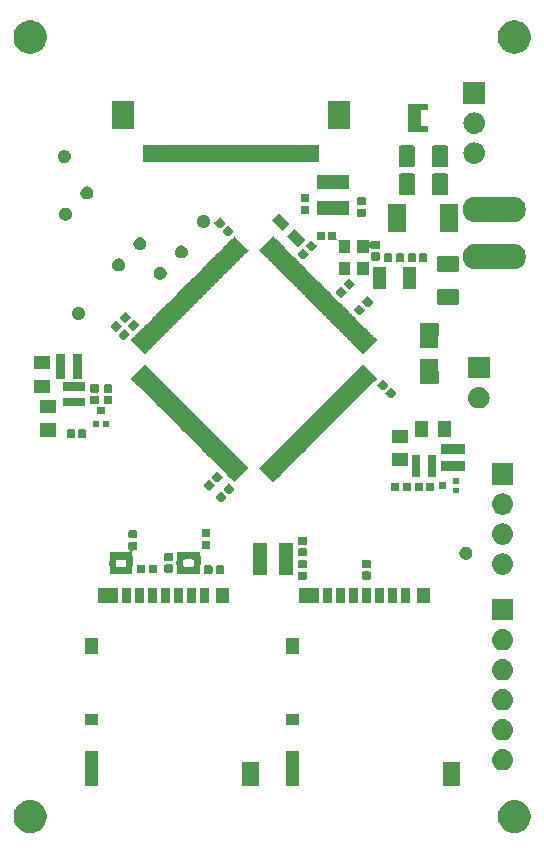
<source format=gts>
G04 #@! TF.GenerationSoftware,KiCad,Pcbnew,5.1.4-e60b266~84~ubuntu18.04.1*
G04 #@! TF.CreationDate,2019-09-09T20:57:08+05:30*
G04 #@! TF.ProjectId,SenseCam_rev1,53656e73-6543-4616-9d5f-726576312e6b,rev?*
G04 #@! TF.SameCoordinates,Original*
G04 #@! TF.FileFunction,Soldermask,Top*
G04 #@! TF.FilePolarity,Negative*
%FSLAX46Y46*%
G04 Gerber Fmt 4.6, Leading zero omitted, Abs format (unit mm)*
G04 Created by KiCad (PCBNEW 5.1.4-e60b266~84~ubuntu18.04.1) date 2019-09-09 20:57:08*
%MOMM*%
%LPD*%
G04 APERTURE LIST*
%ADD10C,0.100000*%
G04 APERTURE END LIST*
D10*
G36*
X98318433Y-186634893D02*
G01*
X98408657Y-186652839D01*
X98514267Y-186696585D01*
X98663621Y-186758449D01*
X98663622Y-186758450D01*
X98893086Y-186911772D01*
X99088228Y-187106914D01*
X99190675Y-187260237D01*
X99241551Y-187336379D01*
X99347161Y-187591344D01*
X99401000Y-187862012D01*
X99401000Y-188137988D01*
X99347161Y-188408656D01*
X99241551Y-188663621D01*
X99241550Y-188663622D01*
X99088228Y-188893086D01*
X98893086Y-189088228D01*
X98739763Y-189190675D01*
X98663621Y-189241551D01*
X98514267Y-189303415D01*
X98408657Y-189347161D01*
X98318433Y-189365107D01*
X98137988Y-189401000D01*
X97862012Y-189401000D01*
X97681567Y-189365107D01*
X97591343Y-189347161D01*
X97485733Y-189303415D01*
X97336379Y-189241551D01*
X97260237Y-189190675D01*
X97106914Y-189088228D01*
X96911772Y-188893086D01*
X96758450Y-188663622D01*
X96758449Y-188663621D01*
X96652839Y-188408656D01*
X96599000Y-188137988D01*
X96599000Y-187862012D01*
X96652839Y-187591344D01*
X96758449Y-187336379D01*
X96809325Y-187260237D01*
X96911772Y-187106914D01*
X97106914Y-186911772D01*
X97336378Y-186758450D01*
X97336379Y-186758449D01*
X97485733Y-186696585D01*
X97591343Y-186652839D01*
X97681567Y-186634893D01*
X97862012Y-186599000D01*
X98137988Y-186599000D01*
X98318433Y-186634893D01*
X98318433Y-186634893D01*
G37*
G36*
X57318433Y-186634893D02*
G01*
X57408657Y-186652839D01*
X57514267Y-186696585D01*
X57663621Y-186758449D01*
X57663622Y-186758450D01*
X57893086Y-186911772D01*
X58088228Y-187106914D01*
X58190675Y-187260237D01*
X58241551Y-187336379D01*
X58347161Y-187591344D01*
X58401000Y-187862012D01*
X58401000Y-188137988D01*
X58347161Y-188408656D01*
X58241551Y-188663621D01*
X58241550Y-188663622D01*
X58088228Y-188893086D01*
X57893086Y-189088228D01*
X57739763Y-189190675D01*
X57663621Y-189241551D01*
X57514267Y-189303415D01*
X57408657Y-189347161D01*
X57318433Y-189365107D01*
X57137988Y-189401000D01*
X56862012Y-189401000D01*
X56681567Y-189365107D01*
X56591343Y-189347161D01*
X56485733Y-189303415D01*
X56336379Y-189241551D01*
X56260237Y-189190675D01*
X56106914Y-189088228D01*
X55911772Y-188893086D01*
X55758450Y-188663622D01*
X55758449Y-188663621D01*
X55652839Y-188408656D01*
X55599000Y-188137988D01*
X55599000Y-187862012D01*
X55652839Y-187591344D01*
X55758449Y-187336379D01*
X55809325Y-187260237D01*
X55911772Y-187106914D01*
X56106914Y-186911772D01*
X56336378Y-186758450D01*
X56336379Y-186758449D01*
X56485733Y-186696585D01*
X56591343Y-186652839D01*
X56681567Y-186634893D01*
X56862012Y-186599000D01*
X57137988Y-186599000D01*
X57318433Y-186634893D01*
X57318433Y-186634893D01*
G37*
G36*
X93376000Y-185376000D02*
G01*
X91974000Y-185376000D01*
X91974000Y-183374000D01*
X93376000Y-183374000D01*
X93376000Y-185376000D01*
X93376000Y-185376000D01*
G37*
G36*
X62726000Y-185376000D02*
G01*
X61624000Y-185376000D01*
X61624000Y-182474000D01*
X62726000Y-182474000D01*
X62726000Y-185376000D01*
X62726000Y-185376000D01*
G37*
G36*
X76376000Y-185376000D02*
G01*
X74974000Y-185376000D01*
X74974000Y-183374000D01*
X76376000Y-183374000D01*
X76376000Y-185376000D01*
X76376000Y-185376000D01*
G37*
G36*
X79726000Y-185376000D02*
G01*
X78624000Y-185376000D01*
X78624000Y-182474000D01*
X79726000Y-182474000D01*
X79726000Y-185376000D01*
X79726000Y-185376000D01*
G37*
G36*
X97110443Y-182305519D02*
G01*
X97176627Y-182312037D01*
X97346466Y-182363557D01*
X97502991Y-182447222D01*
X97535620Y-182474000D01*
X97640186Y-182559814D01*
X97723448Y-182661271D01*
X97752778Y-182697009D01*
X97836443Y-182853534D01*
X97887963Y-183023373D01*
X97905359Y-183200000D01*
X97887963Y-183376627D01*
X97836443Y-183546466D01*
X97752778Y-183702991D01*
X97723448Y-183738729D01*
X97640186Y-183840186D01*
X97538729Y-183923448D01*
X97502991Y-183952778D01*
X97346466Y-184036443D01*
X97176627Y-184087963D01*
X97110443Y-184094481D01*
X97044260Y-184101000D01*
X96955740Y-184101000D01*
X96889557Y-184094481D01*
X96823373Y-184087963D01*
X96653534Y-184036443D01*
X96497009Y-183952778D01*
X96461271Y-183923448D01*
X96359814Y-183840186D01*
X96276552Y-183738729D01*
X96247222Y-183702991D01*
X96163557Y-183546466D01*
X96112037Y-183376627D01*
X96094641Y-183200000D01*
X96112037Y-183023373D01*
X96163557Y-182853534D01*
X96247222Y-182697009D01*
X96276552Y-182661271D01*
X96359814Y-182559814D01*
X96464380Y-182474000D01*
X96497009Y-182447222D01*
X96653534Y-182363557D01*
X96823373Y-182312037D01*
X96889557Y-182305519D01*
X96955740Y-182299000D01*
X97044260Y-182299000D01*
X97110443Y-182305519D01*
X97110443Y-182305519D01*
G37*
G36*
X97110443Y-179765519D02*
G01*
X97176627Y-179772037D01*
X97346466Y-179823557D01*
X97502991Y-179907222D01*
X97538729Y-179936552D01*
X97640186Y-180019814D01*
X97723448Y-180121271D01*
X97752778Y-180157009D01*
X97836443Y-180313534D01*
X97887963Y-180483373D01*
X97905359Y-180660000D01*
X97887963Y-180836627D01*
X97836443Y-181006466D01*
X97752778Y-181162991D01*
X97723448Y-181198729D01*
X97640186Y-181300186D01*
X97538729Y-181383448D01*
X97502991Y-181412778D01*
X97346466Y-181496443D01*
X97176627Y-181547963D01*
X97110443Y-181554481D01*
X97044260Y-181561000D01*
X96955740Y-181561000D01*
X96889557Y-181554481D01*
X96823373Y-181547963D01*
X96653534Y-181496443D01*
X96497009Y-181412778D01*
X96461271Y-181383448D01*
X96359814Y-181300186D01*
X96276552Y-181198729D01*
X96247222Y-181162991D01*
X96163557Y-181006466D01*
X96112037Y-180836627D01*
X96094641Y-180660000D01*
X96112037Y-180483373D01*
X96163557Y-180313534D01*
X96247222Y-180157009D01*
X96276552Y-180121271D01*
X96359814Y-180019814D01*
X96461271Y-179936552D01*
X96497009Y-179907222D01*
X96653534Y-179823557D01*
X96823373Y-179772037D01*
X96889557Y-179765519D01*
X96955740Y-179759000D01*
X97044260Y-179759000D01*
X97110443Y-179765519D01*
X97110443Y-179765519D01*
G37*
G36*
X79726000Y-180226000D02*
G01*
X78624000Y-180226000D01*
X78624000Y-179324000D01*
X79726000Y-179324000D01*
X79726000Y-180226000D01*
X79726000Y-180226000D01*
G37*
G36*
X62726000Y-180226000D02*
G01*
X61624000Y-180226000D01*
X61624000Y-179324000D01*
X62726000Y-179324000D01*
X62726000Y-180226000D01*
X62726000Y-180226000D01*
G37*
G36*
X97110442Y-177225518D02*
G01*
X97176627Y-177232037D01*
X97346466Y-177283557D01*
X97502991Y-177367222D01*
X97538729Y-177396552D01*
X97640186Y-177479814D01*
X97723448Y-177581271D01*
X97752778Y-177617009D01*
X97836443Y-177773534D01*
X97887963Y-177943373D01*
X97905359Y-178120000D01*
X97887963Y-178296627D01*
X97836443Y-178466466D01*
X97752778Y-178622991D01*
X97723448Y-178658729D01*
X97640186Y-178760186D01*
X97538729Y-178843448D01*
X97502991Y-178872778D01*
X97346466Y-178956443D01*
X97176627Y-179007963D01*
X97110442Y-179014482D01*
X97044260Y-179021000D01*
X96955740Y-179021000D01*
X96889558Y-179014482D01*
X96823373Y-179007963D01*
X96653534Y-178956443D01*
X96497009Y-178872778D01*
X96461271Y-178843448D01*
X96359814Y-178760186D01*
X96276552Y-178658729D01*
X96247222Y-178622991D01*
X96163557Y-178466466D01*
X96112037Y-178296627D01*
X96094641Y-178120000D01*
X96112037Y-177943373D01*
X96163557Y-177773534D01*
X96247222Y-177617009D01*
X96276552Y-177581271D01*
X96359814Y-177479814D01*
X96461271Y-177396552D01*
X96497009Y-177367222D01*
X96653534Y-177283557D01*
X96823373Y-177232037D01*
X96889558Y-177225518D01*
X96955740Y-177219000D01*
X97044260Y-177219000D01*
X97110442Y-177225518D01*
X97110442Y-177225518D01*
G37*
G36*
X97110442Y-174685518D02*
G01*
X97176627Y-174692037D01*
X97346466Y-174743557D01*
X97502991Y-174827222D01*
X97538729Y-174856552D01*
X97640186Y-174939814D01*
X97723448Y-175041271D01*
X97752778Y-175077009D01*
X97836443Y-175233534D01*
X97887963Y-175403373D01*
X97905359Y-175580000D01*
X97887963Y-175756627D01*
X97836443Y-175926466D01*
X97752778Y-176082991D01*
X97723448Y-176118729D01*
X97640186Y-176220186D01*
X97538729Y-176303448D01*
X97502991Y-176332778D01*
X97346466Y-176416443D01*
X97176627Y-176467963D01*
X97110443Y-176474481D01*
X97044260Y-176481000D01*
X96955740Y-176481000D01*
X96889557Y-176474481D01*
X96823373Y-176467963D01*
X96653534Y-176416443D01*
X96497009Y-176332778D01*
X96461271Y-176303448D01*
X96359814Y-176220186D01*
X96276552Y-176118729D01*
X96247222Y-176082991D01*
X96163557Y-175926466D01*
X96112037Y-175756627D01*
X96094641Y-175580000D01*
X96112037Y-175403373D01*
X96163557Y-175233534D01*
X96247222Y-175077009D01*
X96276552Y-175041271D01*
X96359814Y-174939814D01*
X96461271Y-174856552D01*
X96497009Y-174827222D01*
X96653534Y-174743557D01*
X96823373Y-174692037D01*
X96889558Y-174685518D01*
X96955740Y-174679000D01*
X97044260Y-174679000D01*
X97110442Y-174685518D01*
X97110442Y-174685518D01*
G37*
G36*
X62726000Y-174226000D02*
G01*
X61624000Y-174226000D01*
X61624000Y-172924000D01*
X62726000Y-172924000D01*
X62726000Y-174226000D01*
X62726000Y-174226000D01*
G37*
G36*
X79726000Y-174226000D02*
G01*
X78624000Y-174226000D01*
X78624000Y-172924000D01*
X79726000Y-172924000D01*
X79726000Y-174226000D01*
X79726000Y-174226000D01*
G37*
G36*
X97110442Y-172145518D02*
G01*
X97176627Y-172152037D01*
X97346466Y-172203557D01*
X97502991Y-172287222D01*
X97538729Y-172316552D01*
X97640186Y-172399814D01*
X97723448Y-172501271D01*
X97752778Y-172537009D01*
X97836443Y-172693534D01*
X97887963Y-172863373D01*
X97905359Y-173040000D01*
X97887963Y-173216627D01*
X97836443Y-173386466D01*
X97752778Y-173542991D01*
X97723448Y-173578729D01*
X97640186Y-173680186D01*
X97538729Y-173763448D01*
X97502991Y-173792778D01*
X97346466Y-173876443D01*
X97176627Y-173927963D01*
X97110442Y-173934482D01*
X97044260Y-173941000D01*
X96955740Y-173941000D01*
X96889558Y-173934482D01*
X96823373Y-173927963D01*
X96653534Y-173876443D01*
X96497009Y-173792778D01*
X96461271Y-173763448D01*
X96359814Y-173680186D01*
X96276552Y-173578729D01*
X96247222Y-173542991D01*
X96163557Y-173386466D01*
X96112037Y-173216627D01*
X96094641Y-173040000D01*
X96112037Y-172863373D01*
X96163557Y-172693534D01*
X96247222Y-172537009D01*
X96276552Y-172501271D01*
X96359814Y-172399814D01*
X96461271Y-172316552D01*
X96497009Y-172287222D01*
X96653534Y-172203557D01*
X96823373Y-172152037D01*
X96889558Y-172145518D01*
X96955740Y-172139000D01*
X97044260Y-172139000D01*
X97110442Y-172145518D01*
X97110442Y-172145518D01*
G37*
G36*
X97901000Y-171401000D02*
G01*
X96099000Y-171401000D01*
X96099000Y-169599000D01*
X97901000Y-169599000D01*
X97901000Y-171401000D01*
X97901000Y-171401000D01*
G37*
G36*
X85876000Y-169926000D02*
G01*
X85074000Y-169926000D01*
X85074000Y-168624000D01*
X85876000Y-168624000D01*
X85876000Y-169926000D01*
X85876000Y-169926000D01*
G37*
G36*
X88076000Y-169926000D02*
G01*
X87274000Y-169926000D01*
X87274000Y-168624000D01*
X88076000Y-168624000D01*
X88076000Y-169926000D01*
X88076000Y-169926000D01*
G37*
G36*
X89176000Y-169926000D02*
G01*
X88374000Y-169926000D01*
X88374000Y-168624000D01*
X89176000Y-168624000D01*
X89176000Y-169926000D01*
X89176000Y-169926000D01*
G37*
G36*
X81476000Y-169926000D02*
G01*
X79724000Y-169926000D01*
X79724000Y-168624000D01*
X81476000Y-168624000D01*
X81476000Y-169926000D01*
X81476000Y-169926000D01*
G37*
G36*
X64476000Y-169926000D02*
G01*
X62724000Y-169926000D01*
X62724000Y-168624000D01*
X64476000Y-168624000D01*
X64476000Y-169926000D01*
X64476000Y-169926000D01*
G37*
G36*
X72176000Y-169926000D02*
G01*
X71374000Y-169926000D01*
X71374000Y-168624000D01*
X72176000Y-168624000D01*
X72176000Y-169926000D01*
X72176000Y-169926000D01*
G37*
G36*
X71076000Y-169926000D02*
G01*
X70274000Y-169926000D01*
X70274000Y-168624000D01*
X71076000Y-168624000D01*
X71076000Y-169926000D01*
X71076000Y-169926000D01*
G37*
G36*
X69976000Y-169926000D02*
G01*
X69174000Y-169926000D01*
X69174000Y-168624000D01*
X69976000Y-168624000D01*
X69976000Y-169926000D01*
X69976000Y-169926000D01*
G37*
G36*
X68876000Y-169926000D02*
G01*
X68074000Y-169926000D01*
X68074000Y-168624000D01*
X68876000Y-168624000D01*
X68876000Y-169926000D01*
X68876000Y-169926000D01*
G37*
G36*
X84776000Y-169926000D02*
G01*
X83974000Y-169926000D01*
X83974000Y-168624000D01*
X84776000Y-168624000D01*
X84776000Y-169926000D01*
X84776000Y-169926000D01*
G37*
G36*
X83676000Y-169926000D02*
G01*
X82874000Y-169926000D01*
X82874000Y-168624000D01*
X83676000Y-168624000D01*
X83676000Y-169926000D01*
X83676000Y-169926000D01*
G37*
G36*
X82576000Y-169926000D02*
G01*
X81774000Y-169926000D01*
X81774000Y-168624000D01*
X82576000Y-168624000D01*
X82576000Y-169926000D01*
X82576000Y-169926000D01*
G37*
G36*
X90876000Y-169926000D02*
G01*
X89774000Y-169926000D01*
X89774000Y-168624000D01*
X90876000Y-168624000D01*
X90876000Y-169926000D01*
X90876000Y-169926000D01*
G37*
G36*
X67776000Y-169926000D02*
G01*
X66974000Y-169926000D01*
X66974000Y-168624000D01*
X67776000Y-168624000D01*
X67776000Y-169926000D01*
X67776000Y-169926000D01*
G37*
G36*
X66676000Y-169926000D02*
G01*
X65874000Y-169926000D01*
X65874000Y-168624000D01*
X66676000Y-168624000D01*
X66676000Y-169926000D01*
X66676000Y-169926000D01*
G37*
G36*
X65576000Y-169926000D02*
G01*
X64774000Y-169926000D01*
X64774000Y-168624000D01*
X65576000Y-168624000D01*
X65576000Y-169926000D01*
X65576000Y-169926000D01*
G37*
G36*
X73876000Y-169926000D02*
G01*
X72774000Y-169926000D01*
X72774000Y-168624000D01*
X73876000Y-168624000D01*
X73876000Y-169926000D01*
X73876000Y-169926000D01*
G37*
G36*
X86976000Y-169926000D02*
G01*
X86174000Y-169926000D01*
X86174000Y-168624000D01*
X86976000Y-168624000D01*
X86976000Y-169926000D01*
X86976000Y-169926000D01*
G37*
G36*
X80342738Y-167273716D02*
G01*
X80363357Y-167279971D01*
X80382353Y-167290124D01*
X80399008Y-167303792D01*
X80412676Y-167320447D01*
X80422829Y-167339443D01*
X80429084Y-167360062D01*
X80431800Y-167387640D01*
X80431800Y-167846360D01*
X80429084Y-167873938D01*
X80422829Y-167894557D01*
X80412676Y-167913553D01*
X80399008Y-167930208D01*
X80382353Y-167943876D01*
X80363357Y-167954029D01*
X80342738Y-167960284D01*
X80315160Y-167963000D01*
X79806440Y-167963000D01*
X79778862Y-167960284D01*
X79758243Y-167954029D01*
X79739247Y-167943876D01*
X79722592Y-167930208D01*
X79708924Y-167913553D01*
X79698771Y-167894557D01*
X79692516Y-167873938D01*
X79689800Y-167846360D01*
X79689800Y-167387640D01*
X79692516Y-167360062D01*
X79698771Y-167339443D01*
X79708924Y-167320447D01*
X79722592Y-167303792D01*
X79739247Y-167290124D01*
X79758243Y-167279971D01*
X79778862Y-167273716D01*
X79806440Y-167271000D01*
X80315160Y-167271000D01*
X80342738Y-167273716D01*
X80342738Y-167273716D01*
G37*
G36*
X85752938Y-167258216D02*
G01*
X85773557Y-167264471D01*
X85792553Y-167274624D01*
X85809208Y-167288292D01*
X85822876Y-167304947D01*
X85833029Y-167323943D01*
X85839284Y-167344562D01*
X85842000Y-167372140D01*
X85842000Y-167830860D01*
X85839284Y-167858438D01*
X85833029Y-167879057D01*
X85822876Y-167898053D01*
X85809208Y-167914708D01*
X85792553Y-167928376D01*
X85773557Y-167938529D01*
X85752938Y-167944784D01*
X85725360Y-167947500D01*
X85216640Y-167947500D01*
X85189062Y-167944784D01*
X85168443Y-167938529D01*
X85149447Y-167928376D01*
X85132792Y-167914708D01*
X85119124Y-167898053D01*
X85108971Y-167879057D01*
X85102716Y-167858438D01*
X85100000Y-167830860D01*
X85100000Y-167372140D01*
X85102716Y-167344562D01*
X85108971Y-167323943D01*
X85119124Y-167304947D01*
X85132792Y-167288292D01*
X85149447Y-167274624D01*
X85168443Y-167264471D01*
X85189062Y-167258216D01*
X85216640Y-167255500D01*
X85725360Y-167255500D01*
X85752938Y-167258216D01*
X85752938Y-167258216D01*
G37*
G36*
X79239900Y-167528100D02*
G01*
X78077900Y-167528100D01*
X78077900Y-164876100D01*
X79239900Y-164876100D01*
X79239900Y-167528100D01*
X79239900Y-167528100D01*
G37*
G36*
X77039900Y-167528100D02*
G01*
X75877900Y-167528100D01*
X75877900Y-164876100D01*
X77039900Y-164876100D01*
X77039900Y-167528100D01*
X77039900Y-167528100D01*
G37*
G36*
X97110443Y-165725519D02*
G01*
X97176627Y-165732037D01*
X97346466Y-165783557D01*
X97346468Y-165783558D01*
X97392270Y-165808040D01*
X97502991Y-165867222D01*
X97512473Y-165875004D01*
X97640186Y-165979814D01*
X97723448Y-166081271D01*
X97752778Y-166117009D01*
X97836443Y-166273534D01*
X97887963Y-166443373D01*
X97905359Y-166620000D01*
X97887963Y-166796627D01*
X97836443Y-166966466D01*
X97752778Y-167122991D01*
X97723448Y-167158729D01*
X97640186Y-167260186D01*
X97543610Y-167339443D01*
X97502991Y-167372778D01*
X97493603Y-167377796D01*
X97349271Y-167454944D01*
X97346466Y-167456443D01*
X97176627Y-167507963D01*
X97110442Y-167514482D01*
X97044260Y-167521000D01*
X96955740Y-167521000D01*
X96889558Y-167514482D01*
X96823373Y-167507963D01*
X96653534Y-167456443D01*
X96650730Y-167454944D01*
X96506397Y-167377796D01*
X96497009Y-167372778D01*
X96456390Y-167339443D01*
X96359814Y-167260186D01*
X96276552Y-167158729D01*
X96247222Y-167122991D01*
X96163557Y-166966466D01*
X96112037Y-166796627D01*
X96094641Y-166620000D01*
X96112037Y-166443373D01*
X96163557Y-166273534D01*
X96247222Y-166117009D01*
X96276552Y-166081271D01*
X96359814Y-165979814D01*
X96487527Y-165875004D01*
X96497009Y-165867222D01*
X96607730Y-165808040D01*
X96653532Y-165783558D01*
X96653534Y-165783557D01*
X96823373Y-165732037D01*
X96889557Y-165725519D01*
X96955740Y-165719000D01*
X97044260Y-165719000D01*
X97110443Y-165725519D01*
X97110443Y-165725519D01*
G37*
G36*
X72355638Y-166744816D02*
G01*
X72376257Y-166751071D01*
X72395253Y-166761224D01*
X72411908Y-166774892D01*
X72425576Y-166791547D01*
X72435729Y-166810543D01*
X72441984Y-166831162D01*
X72444700Y-166858740D01*
X72444700Y-167367460D01*
X72441984Y-167395038D01*
X72435729Y-167415657D01*
X72425576Y-167434653D01*
X72411908Y-167451308D01*
X72395253Y-167464976D01*
X72376257Y-167475129D01*
X72355638Y-167481384D01*
X72328060Y-167484100D01*
X71869340Y-167484100D01*
X71841762Y-167481384D01*
X71821143Y-167475129D01*
X71802147Y-167464976D01*
X71785492Y-167451308D01*
X71771824Y-167434653D01*
X71761671Y-167415657D01*
X71755416Y-167395038D01*
X71752700Y-167367460D01*
X71752700Y-166858740D01*
X71755416Y-166831162D01*
X71761671Y-166810543D01*
X71771824Y-166791547D01*
X71785492Y-166774892D01*
X71802147Y-166761224D01*
X71821143Y-166751071D01*
X71841762Y-166744816D01*
X71869340Y-166742100D01*
X72328060Y-166742100D01*
X72355638Y-166744816D01*
X72355638Y-166744816D01*
G37*
G36*
X73325638Y-166744816D02*
G01*
X73346257Y-166751071D01*
X73365253Y-166761224D01*
X73381908Y-166774892D01*
X73395576Y-166791547D01*
X73405729Y-166810543D01*
X73411984Y-166831162D01*
X73414700Y-166858740D01*
X73414700Y-167367460D01*
X73411984Y-167395038D01*
X73405729Y-167415657D01*
X73395576Y-167434653D01*
X73381908Y-167451308D01*
X73365253Y-167464976D01*
X73346257Y-167475129D01*
X73325638Y-167481384D01*
X73298060Y-167484100D01*
X72839340Y-167484100D01*
X72811762Y-167481384D01*
X72791143Y-167475129D01*
X72772147Y-167464976D01*
X72755492Y-167451308D01*
X72741824Y-167434653D01*
X72731671Y-167415657D01*
X72725416Y-167395038D01*
X72722700Y-167367460D01*
X72722700Y-166858740D01*
X72725416Y-166831162D01*
X72731671Y-166810543D01*
X72741824Y-166791547D01*
X72755492Y-166774892D01*
X72772147Y-166761224D01*
X72791143Y-166751071D01*
X72811762Y-166744816D01*
X72839340Y-166742100D01*
X73298060Y-166742100D01*
X73325638Y-166744816D01*
X73325638Y-166744816D01*
G37*
G36*
X65981938Y-164741716D02*
G01*
X66002557Y-164747971D01*
X66021553Y-164758124D01*
X66038208Y-164771792D01*
X66051876Y-164788447D01*
X66062029Y-164807443D01*
X66068284Y-164828062D01*
X66071000Y-164855640D01*
X66071000Y-165314360D01*
X66068284Y-165341938D01*
X66062029Y-165362557D01*
X66051876Y-165381553D01*
X66038208Y-165398208D01*
X66021553Y-165411876D01*
X66002557Y-165422029D01*
X65981938Y-165428284D01*
X65954360Y-165431000D01*
X65769799Y-165431000D01*
X65745413Y-165433402D01*
X65721964Y-165440515D01*
X65700353Y-165452066D01*
X65681411Y-165467611D01*
X65665866Y-165486553D01*
X65654315Y-165508164D01*
X65647202Y-165531613D01*
X65644800Y-165555999D01*
X65644800Y-165869001D01*
X65647202Y-165893387D01*
X65654315Y-165916836D01*
X65665866Y-165938447D01*
X65681411Y-165957389D01*
X65700353Y-165972934D01*
X65721964Y-165984485D01*
X65744800Y-165991412D01*
X65744800Y-166698588D01*
X65721964Y-166705515D01*
X65700353Y-166717066D01*
X65681411Y-166732611D01*
X65665866Y-166751553D01*
X65654315Y-166773164D01*
X65647202Y-166796613D01*
X65644800Y-166820999D01*
X65644800Y-167446000D01*
X63742800Y-167446000D01*
X63742800Y-166820999D01*
X63740398Y-166796613D01*
X63733285Y-166773164D01*
X63721734Y-166751553D01*
X63706189Y-166732611D01*
X63687247Y-166717066D01*
X63665636Y-166705515D01*
X63642800Y-166698588D01*
X63642800Y-166391412D01*
X63665636Y-166384485D01*
X63687247Y-166372934D01*
X63689604Y-166370999D01*
X64244800Y-166370999D01*
X64244800Y-166719001D01*
X64247202Y-166743387D01*
X64254315Y-166766836D01*
X64265866Y-166788447D01*
X64281411Y-166807389D01*
X64300353Y-166822934D01*
X64321964Y-166834485D01*
X64345413Y-166841598D01*
X64369799Y-166844000D01*
X65017801Y-166844000D01*
X65042187Y-166841598D01*
X65065636Y-166834485D01*
X65087247Y-166822934D01*
X65106189Y-166807389D01*
X65121734Y-166788447D01*
X65133285Y-166766836D01*
X65140398Y-166743387D01*
X65142800Y-166719001D01*
X65142800Y-166370999D01*
X65140398Y-166346613D01*
X65133285Y-166323164D01*
X65121734Y-166301553D01*
X65106189Y-166282611D01*
X65087247Y-166267066D01*
X65065636Y-166255515D01*
X65042187Y-166248402D01*
X65017801Y-166246000D01*
X64369799Y-166246000D01*
X64345413Y-166248402D01*
X64321964Y-166255515D01*
X64300353Y-166267066D01*
X64281411Y-166282611D01*
X64265866Y-166301553D01*
X64254315Y-166323164D01*
X64247202Y-166346613D01*
X64244800Y-166370999D01*
X63689604Y-166370999D01*
X63706189Y-166357389D01*
X63721734Y-166338447D01*
X63733285Y-166316836D01*
X63740398Y-166293387D01*
X63742800Y-166269001D01*
X63742800Y-165644000D01*
X65313698Y-165644000D01*
X65338084Y-165641598D01*
X65361533Y-165634485D01*
X65383144Y-165622934D01*
X65402086Y-165607389D01*
X65417631Y-165588447D01*
X65429182Y-165566836D01*
X65436295Y-165543387D01*
X65438697Y-165519001D01*
X65436295Y-165494615D01*
X65429182Y-165471166D01*
X65417631Y-165449555D01*
X65402086Y-165430613D01*
X65387731Y-165419966D01*
X65387962Y-165419684D01*
X65361792Y-165398208D01*
X65348124Y-165381553D01*
X65337971Y-165362557D01*
X65331716Y-165341938D01*
X65329000Y-165314360D01*
X65329000Y-164855640D01*
X65331716Y-164828062D01*
X65337971Y-164807443D01*
X65348124Y-164788447D01*
X65361792Y-164771792D01*
X65378447Y-164758124D01*
X65397443Y-164747971D01*
X65418062Y-164741716D01*
X65445640Y-164739000D01*
X65954360Y-164739000D01*
X65981938Y-164741716D01*
X65981938Y-164741716D01*
G37*
G36*
X71359800Y-165862101D02*
G01*
X71362202Y-165886487D01*
X71369315Y-165909936D01*
X71380866Y-165931547D01*
X71396411Y-165950489D01*
X71415353Y-165966034D01*
X71436964Y-165977585D01*
X71459800Y-165984512D01*
X71459800Y-166691688D01*
X71436964Y-166698615D01*
X71415353Y-166710166D01*
X71396411Y-166725711D01*
X71380866Y-166744653D01*
X71369315Y-166766264D01*
X71362202Y-166789713D01*
X71359800Y-166814099D01*
X71359800Y-167439100D01*
X69457800Y-167439100D01*
X69457800Y-166814099D01*
X69455398Y-166789713D01*
X69448285Y-166766264D01*
X69436734Y-166744653D01*
X69421189Y-166725711D01*
X69402247Y-166710166D01*
X69380636Y-166698615D01*
X69357800Y-166691688D01*
X69357800Y-166384512D01*
X69380636Y-166377585D01*
X69402247Y-166366034D01*
X69404604Y-166364099D01*
X69959800Y-166364099D01*
X69959800Y-166712101D01*
X69962202Y-166736487D01*
X69969315Y-166759936D01*
X69980866Y-166781547D01*
X69996411Y-166800489D01*
X70015353Y-166816034D01*
X70036964Y-166827585D01*
X70060413Y-166834698D01*
X70084799Y-166837100D01*
X70732801Y-166837100D01*
X70757187Y-166834698D01*
X70780636Y-166827585D01*
X70802247Y-166816034D01*
X70821189Y-166800489D01*
X70836734Y-166781547D01*
X70848285Y-166759936D01*
X70855398Y-166736487D01*
X70857800Y-166712101D01*
X70857800Y-166364099D01*
X70855398Y-166339713D01*
X70848285Y-166316264D01*
X70836734Y-166294653D01*
X70821189Y-166275711D01*
X70802247Y-166260166D01*
X70780636Y-166248615D01*
X70757187Y-166241502D01*
X70732801Y-166239100D01*
X70084799Y-166239100D01*
X70060413Y-166241502D01*
X70036964Y-166248615D01*
X70015353Y-166260166D01*
X69996411Y-166275711D01*
X69980866Y-166294653D01*
X69969315Y-166316264D01*
X69962202Y-166339713D01*
X69959800Y-166364099D01*
X69404604Y-166364099D01*
X69421189Y-166350489D01*
X69436734Y-166331547D01*
X69448285Y-166309936D01*
X69455398Y-166286487D01*
X69457800Y-166262101D01*
X69457800Y-165637100D01*
X71359800Y-165637100D01*
X71359800Y-165862101D01*
X71359800Y-165862101D01*
G37*
G36*
X67632138Y-166683716D02*
G01*
X67652757Y-166689971D01*
X67671753Y-166700124D01*
X67688408Y-166713792D01*
X67702076Y-166730447D01*
X67712229Y-166749443D01*
X67718484Y-166770062D01*
X67721200Y-166797640D01*
X67721200Y-167306360D01*
X67718484Y-167333938D01*
X67712229Y-167354557D01*
X67702076Y-167373553D01*
X67688408Y-167390208D01*
X67671753Y-167403876D01*
X67652757Y-167414029D01*
X67632138Y-167420284D01*
X67604560Y-167423000D01*
X67145840Y-167423000D01*
X67118262Y-167420284D01*
X67097643Y-167414029D01*
X67078647Y-167403876D01*
X67061992Y-167390208D01*
X67048324Y-167373553D01*
X67038171Y-167354557D01*
X67031916Y-167333938D01*
X67029200Y-167306360D01*
X67029200Y-166797640D01*
X67031916Y-166770062D01*
X67038171Y-166749443D01*
X67048324Y-166730447D01*
X67061992Y-166713792D01*
X67078647Y-166700124D01*
X67097643Y-166689971D01*
X67118262Y-166683716D01*
X67145840Y-166681000D01*
X67604560Y-166681000D01*
X67632138Y-166683716D01*
X67632138Y-166683716D01*
G37*
G36*
X66662138Y-166683716D02*
G01*
X66682757Y-166689971D01*
X66701753Y-166700124D01*
X66718408Y-166713792D01*
X66732076Y-166730447D01*
X66742229Y-166749443D01*
X66748484Y-166770062D01*
X66751200Y-166797640D01*
X66751200Y-167306360D01*
X66748484Y-167333938D01*
X66742229Y-167354557D01*
X66732076Y-167373553D01*
X66718408Y-167390208D01*
X66701753Y-167403876D01*
X66682757Y-167414029D01*
X66662138Y-167420284D01*
X66634560Y-167423000D01*
X66175840Y-167423000D01*
X66148262Y-167420284D01*
X66127643Y-167414029D01*
X66108647Y-167403876D01*
X66091992Y-167390208D01*
X66078324Y-167373553D01*
X66068171Y-167354557D01*
X66061916Y-167333938D01*
X66059200Y-167306360D01*
X66059200Y-166797640D01*
X66061916Y-166770062D01*
X66068171Y-166749443D01*
X66078324Y-166730447D01*
X66091992Y-166713792D01*
X66108647Y-166700124D01*
X66127643Y-166689971D01*
X66148262Y-166683716D01*
X66175840Y-166681000D01*
X66634560Y-166681000D01*
X66662138Y-166683716D01*
X66662138Y-166683716D01*
G37*
G36*
X69014338Y-166664116D02*
G01*
X69034957Y-166670371D01*
X69053953Y-166680524D01*
X69070608Y-166694192D01*
X69084276Y-166710847D01*
X69094429Y-166729843D01*
X69100684Y-166750462D01*
X69103400Y-166778040D01*
X69103400Y-167236760D01*
X69100684Y-167264338D01*
X69094429Y-167284957D01*
X69084276Y-167303953D01*
X69070608Y-167320608D01*
X69053953Y-167334276D01*
X69034957Y-167344429D01*
X69014338Y-167350684D01*
X68986760Y-167353400D01*
X68478040Y-167353400D01*
X68450462Y-167350684D01*
X68429843Y-167344429D01*
X68410847Y-167334276D01*
X68394192Y-167320608D01*
X68380524Y-167303953D01*
X68370371Y-167284957D01*
X68364116Y-167264338D01*
X68361400Y-167236760D01*
X68361400Y-166778040D01*
X68364116Y-166750462D01*
X68370371Y-166729843D01*
X68380524Y-166710847D01*
X68394192Y-166694192D01*
X68410847Y-166680524D01*
X68429843Y-166670371D01*
X68450462Y-166664116D01*
X68478040Y-166661400D01*
X68986760Y-166661400D01*
X69014338Y-166664116D01*
X69014338Y-166664116D01*
G37*
G36*
X80342738Y-166303716D02*
G01*
X80363357Y-166309971D01*
X80382353Y-166320124D01*
X80399008Y-166333792D01*
X80412676Y-166350447D01*
X80422829Y-166369443D01*
X80429084Y-166390062D01*
X80431800Y-166417640D01*
X80431800Y-166876360D01*
X80429084Y-166903938D01*
X80422829Y-166924557D01*
X80412676Y-166943553D01*
X80399008Y-166960208D01*
X80382353Y-166973876D01*
X80363357Y-166984029D01*
X80342738Y-166990284D01*
X80315160Y-166993000D01*
X79806440Y-166993000D01*
X79778862Y-166990284D01*
X79758243Y-166984029D01*
X79739247Y-166973876D01*
X79722592Y-166960208D01*
X79708924Y-166943553D01*
X79698771Y-166924557D01*
X79692516Y-166903938D01*
X79689800Y-166876360D01*
X79689800Y-166417640D01*
X79692516Y-166390062D01*
X79698771Y-166369443D01*
X79708924Y-166350447D01*
X79722592Y-166333792D01*
X79739247Y-166320124D01*
X79758243Y-166309971D01*
X79778862Y-166303716D01*
X79806440Y-166301000D01*
X80315160Y-166301000D01*
X80342738Y-166303716D01*
X80342738Y-166303716D01*
G37*
G36*
X85752938Y-166288216D02*
G01*
X85773557Y-166294471D01*
X85792553Y-166304624D01*
X85809208Y-166318292D01*
X85822876Y-166334947D01*
X85833029Y-166353943D01*
X85839284Y-166374562D01*
X85842000Y-166402140D01*
X85842000Y-166860860D01*
X85839284Y-166888438D01*
X85833029Y-166909057D01*
X85822876Y-166928053D01*
X85809208Y-166944708D01*
X85792553Y-166958376D01*
X85773557Y-166968529D01*
X85752938Y-166974784D01*
X85725360Y-166977500D01*
X85216640Y-166977500D01*
X85189062Y-166974784D01*
X85168443Y-166968529D01*
X85149447Y-166958376D01*
X85132792Y-166944708D01*
X85119124Y-166928053D01*
X85108971Y-166909057D01*
X85102716Y-166888438D01*
X85100000Y-166860860D01*
X85100000Y-166402140D01*
X85102716Y-166374562D01*
X85108971Y-166353943D01*
X85119124Y-166334947D01*
X85132792Y-166318292D01*
X85149447Y-166304624D01*
X85168443Y-166294471D01*
X85189062Y-166288216D01*
X85216640Y-166285500D01*
X85725360Y-166285500D01*
X85752938Y-166288216D01*
X85752938Y-166288216D01*
G37*
G36*
X69014338Y-165694116D02*
G01*
X69034957Y-165700371D01*
X69053953Y-165710524D01*
X69070608Y-165724192D01*
X69084276Y-165740847D01*
X69094429Y-165759843D01*
X69100684Y-165780462D01*
X69103400Y-165808040D01*
X69103400Y-166266760D01*
X69100684Y-166294338D01*
X69094429Y-166314957D01*
X69084276Y-166333953D01*
X69070608Y-166350608D01*
X69053953Y-166364276D01*
X69034957Y-166374429D01*
X69014338Y-166380684D01*
X68986760Y-166383400D01*
X68478040Y-166383400D01*
X68450462Y-166380684D01*
X68429843Y-166374429D01*
X68410847Y-166364276D01*
X68394192Y-166350608D01*
X68380524Y-166333953D01*
X68370371Y-166314957D01*
X68364116Y-166294338D01*
X68361400Y-166266760D01*
X68361400Y-165808040D01*
X68364116Y-165780462D01*
X68370371Y-165759843D01*
X68380524Y-165740847D01*
X68394192Y-165724192D01*
X68410847Y-165710524D01*
X68429843Y-165700371D01*
X68450462Y-165694116D01*
X68478040Y-165691400D01*
X68986760Y-165691400D01*
X69014338Y-165694116D01*
X69014338Y-165694116D01*
G37*
G36*
X94060721Y-165170174D02*
G01*
X94160995Y-165211709D01*
X94160996Y-165211710D01*
X94251242Y-165272010D01*
X94327990Y-165348758D01*
X94337210Y-165362557D01*
X94388291Y-165439005D01*
X94429826Y-165539279D01*
X94451000Y-165645730D01*
X94451000Y-165754270D01*
X94429826Y-165860721D01*
X94388291Y-165960995D01*
X94375716Y-165979815D01*
X94327990Y-166051242D01*
X94251242Y-166127990D01*
X94205812Y-166158345D01*
X94160995Y-166188291D01*
X94060721Y-166229826D01*
X93954270Y-166251000D01*
X93845730Y-166251000D01*
X93739279Y-166229826D01*
X93639005Y-166188291D01*
X93594188Y-166158345D01*
X93548758Y-166127990D01*
X93472010Y-166051242D01*
X93424284Y-165979815D01*
X93411709Y-165960995D01*
X93370174Y-165860721D01*
X93349000Y-165754270D01*
X93349000Y-165645730D01*
X93370174Y-165539279D01*
X93411709Y-165439005D01*
X93462790Y-165362557D01*
X93472010Y-165348758D01*
X93548758Y-165272010D01*
X93639004Y-165211710D01*
X93639005Y-165211709D01*
X93739279Y-165170174D01*
X93845730Y-165149000D01*
X93954270Y-165149000D01*
X94060721Y-165170174D01*
X94060721Y-165170174D01*
G37*
G36*
X80342738Y-165292516D02*
G01*
X80363357Y-165298771D01*
X80382353Y-165308924D01*
X80399008Y-165322592D01*
X80412676Y-165339247D01*
X80422829Y-165358243D01*
X80429084Y-165378862D01*
X80431800Y-165406440D01*
X80431800Y-165865160D01*
X80429084Y-165892738D01*
X80422829Y-165913357D01*
X80412676Y-165932353D01*
X80399008Y-165949008D01*
X80382353Y-165962676D01*
X80363357Y-165972829D01*
X80342738Y-165979084D01*
X80315160Y-165981800D01*
X79806440Y-165981800D01*
X79778862Y-165979084D01*
X79758243Y-165972829D01*
X79739247Y-165962676D01*
X79722592Y-165949008D01*
X79708924Y-165932353D01*
X79698771Y-165913357D01*
X79692516Y-165892738D01*
X79689800Y-165865160D01*
X79689800Y-165406440D01*
X79692516Y-165378862D01*
X79698771Y-165358243D01*
X79708924Y-165339247D01*
X79722592Y-165322592D01*
X79739247Y-165308924D01*
X79758243Y-165298771D01*
X79778862Y-165292516D01*
X79806440Y-165289800D01*
X80315160Y-165289800D01*
X80342738Y-165292516D01*
X80342738Y-165292516D01*
G37*
G36*
X72181938Y-164641716D02*
G01*
X72202557Y-164647971D01*
X72221553Y-164658124D01*
X72238208Y-164671792D01*
X72251876Y-164688447D01*
X72262029Y-164707443D01*
X72268284Y-164728062D01*
X72271000Y-164755640D01*
X72271000Y-165214360D01*
X72268284Y-165241938D01*
X72262029Y-165262557D01*
X72251876Y-165281553D01*
X72238208Y-165298208D01*
X72221553Y-165311876D01*
X72202557Y-165322029D01*
X72181938Y-165328284D01*
X72154360Y-165331000D01*
X71645640Y-165331000D01*
X71618062Y-165328284D01*
X71597443Y-165322029D01*
X71578447Y-165311876D01*
X71561792Y-165298208D01*
X71548124Y-165281553D01*
X71537971Y-165262557D01*
X71531716Y-165241938D01*
X71529000Y-165214360D01*
X71529000Y-164755640D01*
X71531716Y-164728062D01*
X71537971Y-164707443D01*
X71548124Y-164688447D01*
X71561792Y-164671792D01*
X71578447Y-164658124D01*
X71597443Y-164647971D01*
X71618062Y-164641716D01*
X71645640Y-164639000D01*
X72154360Y-164639000D01*
X72181938Y-164641716D01*
X72181938Y-164641716D01*
G37*
G36*
X80342738Y-164322516D02*
G01*
X80363357Y-164328771D01*
X80382353Y-164338924D01*
X80399008Y-164352592D01*
X80412676Y-164369247D01*
X80422829Y-164388243D01*
X80429084Y-164408862D01*
X80431800Y-164436440D01*
X80431800Y-164895160D01*
X80429084Y-164922738D01*
X80422829Y-164943357D01*
X80412676Y-164962353D01*
X80399008Y-164979008D01*
X80382353Y-164992676D01*
X80363357Y-165002829D01*
X80342738Y-165009084D01*
X80315160Y-165011800D01*
X79806440Y-165011800D01*
X79778862Y-165009084D01*
X79758243Y-165002829D01*
X79739247Y-164992676D01*
X79722592Y-164979008D01*
X79708924Y-164962353D01*
X79698771Y-164943357D01*
X79692516Y-164922738D01*
X79689800Y-164895160D01*
X79689800Y-164436440D01*
X79692516Y-164408862D01*
X79698771Y-164388243D01*
X79708924Y-164369247D01*
X79722592Y-164352592D01*
X79739247Y-164338924D01*
X79758243Y-164328771D01*
X79778862Y-164322516D01*
X79806440Y-164319800D01*
X80315160Y-164319800D01*
X80342738Y-164322516D01*
X80342738Y-164322516D01*
G37*
G36*
X97110442Y-163185518D02*
G01*
X97176627Y-163192037D01*
X97346466Y-163243557D01*
X97502991Y-163327222D01*
X97538729Y-163356552D01*
X97640186Y-163439814D01*
X97723448Y-163541271D01*
X97752778Y-163577009D01*
X97836443Y-163733534D01*
X97887963Y-163903373D01*
X97905359Y-164080000D01*
X97887963Y-164256627D01*
X97836443Y-164426466D01*
X97752778Y-164582991D01*
X97723448Y-164618729D01*
X97640186Y-164720186D01*
X97557008Y-164788447D01*
X97502991Y-164832778D01*
X97346466Y-164916443D01*
X97176627Y-164967963D01*
X97110443Y-164974481D01*
X97044260Y-164981000D01*
X96955740Y-164981000D01*
X96889557Y-164974481D01*
X96823373Y-164967963D01*
X96653534Y-164916443D01*
X96497009Y-164832778D01*
X96442992Y-164788447D01*
X96359814Y-164720186D01*
X96276552Y-164618729D01*
X96247222Y-164582991D01*
X96163557Y-164426466D01*
X96112037Y-164256627D01*
X96094641Y-164080000D01*
X96112037Y-163903373D01*
X96163557Y-163733534D01*
X96247222Y-163577009D01*
X96276552Y-163541271D01*
X96359814Y-163439814D01*
X96461271Y-163356552D01*
X96497009Y-163327222D01*
X96653534Y-163243557D01*
X96823373Y-163192037D01*
X96889558Y-163185518D01*
X96955740Y-163179000D01*
X97044260Y-163179000D01*
X97110442Y-163185518D01*
X97110442Y-163185518D01*
G37*
G36*
X65981938Y-163771716D02*
G01*
X66002557Y-163777971D01*
X66021553Y-163788124D01*
X66038208Y-163801792D01*
X66051876Y-163818447D01*
X66062029Y-163837443D01*
X66068284Y-163858062D01*
X66071000Y-163885640D01*
X66071000Y-164344360D01*
X66068284Y-164371938D01*
X66062029Y-164392557D01*
X66051876Y-164411553D01*
X66038208Y-164428208D01*
X66021553Y-164441876D01*
X66002557Y-164452029D01*
X65981938Y-164458284D01*
X65954360Y-164461000D01*
X65445640Y-164461000D01*
X65418062Y-164458284D01*
X65397443Y-164452029D01*
X65378447Y-164441876D01*
X65361792Y-164428208D01*
X65348124Y-164411553D01*
X65337971Y-164392557D01*
X65331716Y-164371938D01*
X65329000Y-164344360D01*
X65329000Y-163885640D01*
X65331716Y-163858062D01*
X65337971Y-163837443D01*
X65348124Y-163818447D01*
X65361792Y-163801792D01*
X65378447Y-163788124D01*
X65397443Y-163777971D01*
X65418062Y-163771716D01*
X65445640Y-163769000D01*
X65954360Y-163769000D01*
X65981938Y-163771716D01*
X65981938Y-163771716D01*
G37*
G36*
X72181938Y-163671716D02*
G01*
X72202557Y-163677971D01*
X72221553Y-163688124D01*
X72238208Y-163701792D01*
X72251876Y-163718447D01*
X72262029Y-163737443D01*
X72268284Y-163758062D01*
X72271000Y-163785640D01*
X72271000Y-164244360D01*
X72268284Y-164271938D01*
X72262029Y-164292557D01*
X72251876Y-164311553D01*
X72238208Y-164328208D01*
X72221553Y-164341876D01*
X72202557Y-164352029D01*
X72181938Y-164358284D01*
X72154360Y-164361000D01*
X71645640Y-164361000D01*
X71618062Y-164358284D01*
X71597443Y-164352029D01*
X71578447Y-164341876D01*
X71561792Y-164328208D01*
X71548124Y-164311553D01*
X71537971Y-164292557D01*
X71531716Y-164271938D01*
X71529000Y-164244360D01*
X71529000Y-163785640D01*
X71531716Y-163758062D01*
X71537971Y-163737443D01*
X71548124Y-163718447D01*
X71561792Y-163701792D01*
X71578447Y-163688124D01*
X71597443Y-163677971D01*
X71618062Y-163671716D01*
X71645640Y-163669000D01*
X72154360Y-163669000D01*
X72181938Y-163671716D01*
X72181938Y-163671716D01*
G37*
G36*
X97110442Y-160645518D02*
G01*
X97176627Y-160652037D01*
X97346466Y-160703557D01*
X97346468Y-160703558D01*
X97359680Y-160710620D01*
X97502991Y-160787222D01*
X97513549Y-160795887D01*
X97640186Y-160899814D01*
X97718818Y-160995629D01*
X97752778Y-161037009D01*
X97836443Y-161193534D01*
X97887963Y-161363373D01*
X97905359Y-161540000D01*
X97887963Y-161716627D01*
X97836443Y-161886466D01*
X97752778Y-162042991D01*
X97723448Y-162078729D01*
X97640186Y-162180186D01*
X97538729Y-162263448D01*
X97502991Y-162292778D01*
X97346466Y-162376443D01*
X97176627Y-162427963D01*
X97110443Y-162434481D01*
X97044260Y-162441000D01*
X96955740Y-162441000D01*
X96889557Y-162434481D01*
X96823373Y-162427963D01*
X96653534Y-162376443D01*
X96497009Y-162292778D01*
X96461271Y-162263448D01*
X96359814Y-162180186D01*
X96276552Y-162078729D01*
X96247222Y-162042991D01*
X96163557Y-161886466D01*
X96112037Y-161716627D01*
X96094641Y-161540000D01*
X96112037Y-161363373D01*
X96163557Y-161193534D01*
X96247222Y-161037009D01*
X96281182Y-160995629D01*
X96359814Y-160899814D01*
X96486451Y-160795887D01*
X96497009Y-160787222D01*
X96640320Y-160710620D01*
X96653532Y-160703558D01*
X96653534Y-160703557D01*
X96823373Y-160652037D01*
X96889558Y-160645518D01*
X96955740Y-160639000D01*
X97044260Y-160639000D01*
X97110442Y-160645518D01*
X97110442Y-160645518D01*
G37*
G36*
X73167866Y-160477385D02*
G01*
X73188485Y-160483640D01*
X73207481Y-160493793D01*
X73228902Y-160511373D01*
X73588627Y-160871098D01*
X73606207Y-160892519D01*
X73616360Y-160911515D01*
X73622615Y-160932134D01*
X73624726Y-160953572D01*
X73622615Y-160975010D01*
X73616360Y-160995629D01*
X73606207Y-161014625D01*
X73588627Y-161036046D01*
X73264258Y-161360415D01*
X73242837Y-161377995D01*
X73223841Y-161388148D01*
X73203222Y-161394403D01*
X73181784Y-161396514D01*
X73160346Y-161394403D01*
X73139727Y-161388148D01*
X73120731Y-161377995D01*
X73099310Y-161360415D01*
X72739585Y-161000690D01*
X72722005Y-160979269D01*
X72711852Y-160960273D01*
X72705597Y-160939654D01*
X72703486Y-160918216D01*
X72705597Y-160896778D01*
X72711852Y-160876159D01*
X72722005Y-160857163D01*
X72739585Y-160835742D01*
X73063954Y-160511373D01*
X73085375Y-160493793D01*
X73104371Y-160483640D01*
X73124990Y-160477385D01*
X73146428Y-160475274D01*
X73167866Y-160477385D01*
X73167866Y-160477385D01*
G37*
G36*
X73853760Y-159791491D02*
G01*
X73874379Y-159797746D01*
X73893375Y-159807899D01*
X73914796Y-159825479D01*
X74274521Y-160185204D01*
X74292101Y-160206625D01*
X74302254Y-160225621D01*
X74308509Y-160246240D01*
X74310620Y-160267678D01*
X74308509Y-160289116D01*
X74302254Y-160309735D01*
X74292101Y-160328731D01*
X74274521Y-160350152D01*
X73950152Y-160674521D01*
X73928731Y-160692101D01*
X73909735Y-160702254D01*
X73889116Y-160708509D01*
X73867678Y-160710620D01*
X73846240Y-160708509D01*
X73825621Y-160702254D01*
X73806625Y-160692101D01*
X73785204Y-160674521D01*
X73425479Y-160314796D01*
X73407899Y-160293375D01*
X73397746Y-160274379D01*
X73391491Y-160253760D01*
X73389380Y-160232322D01*
X73391491Y-160210884D01*
X73397746Y-160190265D01*
X73407899Y-160171269D01*
X73425479Y-160149848D01*
X73749848Y-159825479D01*
X73771269Y-159807899D01*
X73790265Y-159797746D01*
X73810884Y-159791491D01*
X73832322Y-159789380D01*
X73853760Y-159791491D01*
X73853760Y-159791491D01*
G37*
G36*
X93351000Y-160651000D02*
G01*
X92799000Y-160651000D01*
X92799000Y-160149000D01*
X93351000Y-160149000D01*
X93351000Y-160651000D01*
X93351000Y-160651000D01*
G37*
G36*
X88171938Y-159731716D02*
G01*
X88192557Y-159737971D01*
X88211553Y-159748124D01*
X88228208Y-159761792D01*
X88241876Y-159778447D01*
X88252029Y-159797443D01*
X88258284Y-159818062D01*
X88261000Y-159845640D01*
X88261000Y-160354360D01*
X88258284Y-160381938D01*
X88252029Y-160402557D01*
X88241876Y-160421553D01*
X88228208Y-160438208D01*
X88211553Y-160451876D01*
X88192557Y-160462029D01*
X88171938Y-160468284D01*
X88144360Y-160471000D01*
X87685640Y-160471000D01*
X87658062Y-160468284D01*
X87637443Y-160462029D01*
X87618447Y-160451876D01*
X87601792Y-160438208D01*
X87588124Y-160421553D01*
X87577971Y-160402557D01*
X87571716Y-160381938D01*
X87569000Y-160354360D01*
X87569000Y-159845640D01*
X87571716Y-159818062D01*
X87577971Y-159797443D01*
X87588124Y-159778447D01*
X87601792Y-159761792D01*
X87618447Y-159748124D01*
X87637443Y-159737971D01*
X87658062Y-159731716D01*
X87685640Y-159729000D01*
X88144360Y-159729000D01*
X88171938Y-159731716D01*
X88171938Y-159731716D01*
G37*
G36*
X89141938Y-159731716D02*
G01*
X89162557Y-159737971D01*
X89181553Y-159748124D01*
X89198208Y-159761792D01*
X89211876Y-159778447D01*
X89222029Y-159797443D01*
X89228284Y-159818062D01*
X89231000Y-159845640D01*
X89231000Y-160354360D01*
X89228284Y-160381938D01*
X89222029Y-160402557D01*
X89211876Y-160421553D01*
X89198208Y-160438208D01*
X89181553Y-160451876D01*
X89162557Y-160462029D01*
X89141938Y-160468284D01*
X89114360Y-160471000D01*
X88655640Y-160471000D01*
X88628062Y-160468284D01*
X88607443Y-160462029D01*
X88588447Y-160451876D01*
X88571792Y-160438208D01*
X88558124Y-160421553D01*
X88547971Y-160402557D01*
X88541716Y-160381938D01*
X88539000Y-160354360D01*
X88539000Y-159845640D01*
X88541716Y-159818062D01*
X88547971Y-159797443D01*
X88558124Y-159778447D01*
X88571792Y-159761792D01*
X88588447Y-159748124D01*
X88607443Y-159737971D01*
X88628062Y-159731716D01*
X88655640Y-159729000D01*
X89114360Y-159729000D01*
X89141938Y-159731716D01*
X89141938Y-159731716D01*
G37*
G36*
X90171938Y-159731716D02*
G01*
X90192557Y-159737971D01*
X90211553Y-159748124D01*
X90228208Y-159761792D01*
X90241876Y-159778447D01*
X90252029Y-159797443D01*
X90258284Y-159818062D01*
X90261000Y-159845640D01*
X90261000Y-160354360D01*
X90258284Y-160381938D01*
X90252029Y-160402557D01*
X90241876Y-160421553D01*
X90228208Y-160438208D01*
X90211553Y-160451876D01*
X90192557Y-160462029D01*
X90171938Y-160468284D01*
X90144360Y-160471000D01*
X89685640Y-160471000D01*
X89658062Y-160468284D01*
X89637443Y-160462029D01*
X89618447Y-160451876D01*
X89601792Y-160438208D01*
X89588124Y-160421553D01*
X89577971Y-160402557D01*
X89571716Y-160381938D01*
X89569000Y-160354360D01*
X89569000Y-159845640D01*
X89571716Y-159818062D01*
X89577971Y-159797443D01*
X89588124Y-159778447D01*
X89601792Y-159761792D01*
X89618447Y-159748124D01*
X89637443Y-159737971D01*
X89658062Y-159731716D01*
X89685640Y-159729000D01*
X90144360Y-159729000D01*
X90171938Y-159731716D01*
X90171938Y-159731716D01*
G37*
G36*
X91141938Y-159731716D02*
G01*
X91162557Y-159737971D01*
X91181553Y-159748124D01*
X91198208Y-159761792D01*
X91211876Y-159778447D01*
X91222029Y-159797443D01*
X91228284Y-159818062D01*
X91231000Y-159845640D01*
X91231000Y-160354360D01*
X91228284Y-160381938D01*
X91222029Y-160402557D01*
X91211876Y-160421553D01*
X91198208Y-160438208D01*
X91181553Y-160451876D01*
X91162557Y-160462029D01*
X91141938Y-160468284D01*
X91114360Y-160471000D01*
X90655640Y-160471000D01*
X90628062Y-160468284D01*
X90607443Y-160462029D01*
X90588447Y-160451876D01*
X90571792Y-160438208D01*
X90558124Y-160421553D01*
X90547971Y-160402557D01*
X90541716Y-160381938D01*
X90539000Y-160354360D01*
X90539000Y-159845640D01*
X90541716Y-159818062D01*
X90547971Y-159797443D01*
X90558124Y-159778447D01*
X90571792Y-159761792D01*
X90588447Y-159748124D01*
X90607443Y-159737971D01*
X90628062Y-159731716D01*
X90655640Y-159729000D01*
X91114360Y-159729000D01*
X91141938Y-159731716D01*
X91141938Y-159731716D01*
G37*
G36*
X72160813Y-159484438D02*
G01*
X72181432Y-159490693D01*
X72200428Y-159500846D01*
X72221849Y-159518426D01*
X72581574Y-159878151D01*
X72599154Y-159899572D01*
X72609307Y-159918568D01*
X72615562Y-159939187D01*
X72617673Y-159960625D01*
X72615562Y-159982063D01*
X72609307Y-160002682D01*
X72599154Y-160021678D01*
X72581574Y-160043099D01*
X72257205Y-160367468D01*
X72235784Y-160385048D01*
X72216788Y-160395201D01*
X72196169Y-160401456D01*
X72174731Y-160403567D01*
X72153293Y-160401456D01*
X72132674Y-160395201D01*
X72113678Y-160385048D01*
X72092257Y-160367468D01*
X71732532Y-160007743D01*
X71714952Y-159986322D01*
X71704799Y-159967326D01*
X71698544Y-159946707D01*
X71696433Y-159925269D01*
X71698544Y-159903831D01*
X71704799Y-159883212D01*
X71714952Y-159864216D01*
X71732532Y-159842795D01*
X72056901Y-159518426D01*
X72078322Y-159500846D01*
X72097318Y-159490693D01*
X72117937Y-159484438D01*
X72139375Y-159482327D01*
X72160813Y-159484438D01*
X72160813Y-159484438D01*
G37*
G36*
X92201000Y-160301000D02*
G01*
X91649000Y-160301000D01*
X91649000Y-159699000D01*
X92201000Y-159699000D01*
X92201000Y-160301000D01*
X92201000Y-160301000D01*
G37*
G36*
X97901000Y-159901000D02*
G01*
X96099000Y-159901000D01*
X96099000Y-158099000D01*
X97901000Y-158099000D01*
X97901000Y-159901000D01*
X97901000Y-159901000D01*
G37*
G36*
X93351000Y-159851000D02*
G01*
X92799000Y-159851000D01*
X92799000Y-159349000D01*
X93351000Y-159349000D01*
X93351000Y-159851000D01*
X93351000Y-159851000D01*
G37*
G36*
X72846707Y-158798544D02*
G01*
X72867326Y-158804799D01*
X72886322Y-158814952D01*
X72907743Y-158832532D01*
X73267468Y-159192257D01*
X73285048Y-159213678D01*
X73295201Y-159232674D01*
X73301456Y-159253293D01*
X73303567Y-159274731D01*
X73301456Y-159296169D01*
X73295201Y-159316788D01*
X73285048Y-159335784D01*
X73267468Y-159357205D01*
X72943099Y-159681574D01*
X72921678Y-159699154D01*
X72902682Y-159709307D01*
X72882063Y-159715562D01*
X72860625Y-159717673D01*
X72839187Y-159715562D01*
X72818568Y-159709307D01*
X72799572Y-159699154D01*
X72778151Y-159681574D01*
X72418426Y-159321849D01*
X72400846Y-159300428D01*
X72390693Y-159281432D01*
X72384438Y-159260813D01*
X72382327Y-159239375D01*
X72384438Y-159217937D01*
X72390693Y-159197318D01*
X72400846Y-159178322D01*
X72418426Y-159156901D01*
X72742795Y-158832532D01*
X72764216Y-158814952D01*
X72783212Y-158804799D01*
X72803831Y-158798544D01*
X72825269Y-158796433D01*
X72846707Y-158798544D01*
X72846707Y-158798544D01*
G37*
G36*
X85167361Y-149732591D02*
G01*
X85174376Y-149734719D01*
X85180842Y-149738176D01*
X85191276Y-149746738D01*
X86332351Y-150887813D01*
X86340913Y-150898247D01*
X86344370Y-150904713D01*
X86346498Y-150911728D01*
X86347216Y-150919023D01*
X86346498Y-150926318D01*
X86344370Y-150933333D01*
X86340913Y-150939799D01*
X86332351Y-150950233D01*
X86110514Y-151172070D01*
X86100080Y-151180632D01*
X86093614Y-151184089D01*
X86078677Y-151188620D01*
X86056038Y-151197998D01*
X86035664Y-151211612D01*
X86018337Y-151228939D01*
X86004724Y-151249314D01*
X85995348Y-151271949D01*
X85990817Y-151286886D01*
X85987360Y-151293352D01*
X85978798Y-151303786D01*
X85756961Y-151525623D01*
X85746527Y-151534185D01*
X85740060Y-151537642D01*
X85725124Y-151542173D01*
X85702485Y-151551550D01*
X85682111Y-151565164D01*
X85664784Y-151582491D01*
X85651170Y-151602866D01*
X85641794Y-151625503D01*
X85637263Y-151640439D01*
X85633806Y-151646906D01*
X85625244Y-151657340D01*
X85403407Y-151879177D01*
X85392973Y-151887739D01*
X85386507Y-151891196D01*
X85371570Y-151895727D01*
X85348931Y-151905105D01*
X85328557Y-151918719D01*
X85311230Y-151936046D01*
X85297617Y-151956421D01*
X85288241Y-151979056D01*
X85283710Y-151993993D01*
X85280253Y-152000459D01*
X85271691Y-152010893D01*
X85049854Y-152232730D01*
X85039420Y-152241292D01*
X85032954Y-152244749D01*
X85018017Y-152249280D01*
X84995378Y-152258658D01*
X84975004Y-152272272D01*
X84957677Y-152289599D01*
X84944064Y-152309974D01*
X84934688Y-152332609D01*
X84930157Y-152347546D01*
X84926700Y-152354012D01*
X84918138Y-152364446D01*
X84696301Y-152586283D01*
X84685867Y-152594845D01*
X84679400Y-152598302D01*
X84664464Y-152602833D01*
X84641825Y-152612210D01*
X84621451Y-152625824D01*
X84604124Y-152643151D01*
X84590510Y-152663526D01*
X84581134Y-152686163D01*
X84576603Y-152701099D01*
X84573146Y-152707566D01*
X84564584Y-152718000D01*
X84342747Y-152939837D01*
X84332313Y-152948399D01*
X84325847Y-152951856D01*
X84310910Y-152956387D01*
X84288271Y-152965765D01*
X84267897Y-152979379D01*
X84250570Y-152996706D01*
X84236957Y-153017081D01*
X84227581Y-153039716D01*
X84223050Y-153054653D01*
X84219593Y-153061119D01*
X84211031Y-153071553D01*
X83989194Y-153293390D01*
X83978760Y-153301952D01*
X83972293Y-153305409D01*
X83957357Y-153309940D01*
X83934718Y-153319317D01*
X83914344Y-153332931D01*
X83897017Y-153350258D01*
X83883403Y-153370633D01*
X83874027Y-153393270D01*
X83869496Y-153408206D01*
X83866039Y-153414673D01*
X83857477Y-153425107D01*
X83635640Y-153646944D01*
X83625206Y-153655506D01*
X83618740Y-153658963D01*
X83603803Y-153663494D01*
X83581164Y-153672872D01*
X83560790Y-153686486D01*
X83543463Y-153703813D01*
X83529850Y-153724188D01*
X83520474Y-153746823D01*
X83515943Y-153761760D01*
X83512486Y-153768226D01*
X83503924Y-153778660D01*
X83282087Y-154000497D01*
X83271653Y-154009059D01*
X83265187Y-154012516D01*
X83250250Y-154017047D01*
X83227611Y-154026425D01*
X83207237Y-154040039D01*
X83189910Y-154057366D01*
X83176297Y-154077741D01*
X83166921Y-154100376D01*
X83162390Y-154115313D01*
X83158933Y-154121779D01*
X83150371Y-154132213D01*
X82928534Y-154354050D01*
X82918100Y-154362612D01*
X82911633Y-154366069D01*
X82896697Y-154370600D01*
X82874058Y-154379977D01*
X82853684Y-154393591D01*
X82836357Y-154410918D01*
X82822743Y-154431293D01*
X82813367Y-154453930D01*
X82808836Y-154468866D01*
X82805379Y-154475333D01*
X82796817Y-154485767D01*
X82574980Y-154707604D01*
X82564546Y-154716166D01*
X82558080Y-154719623D01*
X82543143Y-154724154D01*
X82520504Y-154733532D01*
X82500130Y-154747146D01*
X82482803Y-154764473D01*
X82469190Y-154784848D01*
X82459814Y-154807483D01*
X82455283Y-154822420D01*
X82451826Y-154828886D01*
X82443264Y-154839320D01*
X82221427Y-155061157D01*
X82210993Y-155069719D01*
X82204527Y-155073176D01*
X82189590Y-155077707D01*
X82166951Y-155087085D01*
X82146577Y-155100699D01*
X82129250Y-155118026D01*
X82115637Y-155138401D01*
X82106261Y-155161037D01*
X82101730Y-155175973D01*
X82098273Y-155182440D01*
X82089711Y-155192874D01*
X81867874Y-155414711D01*
X81857440Y-155423273D01*
X81850973Y-155426730D01*
X81836037Y-155431261D01*
X81813398Y-155440638D01*
X81793024Y-155454252D01*
X81775697Y-155471579D01*
X81762083Y-155491954D01*
X81752707Y-155514590D01*
X81748176Y-155529527D01*
X81744719Y-155535993D01*
X81736157Y-155546427D01*
X81514320Y-155768264D01*
X81503886Y-155776826D01*
X81497420Y-155780283D01*
X81482483Y-155784814D01*
X81459844Y-155794192D01*
X81439470Y-155807806D01*
X81422143Y-155825133D01*
X81408530Y-155845508D01*
X81399154Y-155868143D01*
X81394623Y-155883080D01*
X81391166Y-155889546D01*
X81382604Y-155899980D01*
X81160767Y-156121817D01*
X81150333Y-156130379D01*
X81143866Y-156133836D01*
X81128930Y-156138367D01*
X81106291Y-156147744D01*
X81085917Y-156161358D01*
X81068590Y-156178685D01*
X81054976Y-156199060D01*
X81045600Y-156221697D01*
X81041069Y-156236633D01*
X81037612Y-156243100D01*
X81029050Y-156253534D01*
X80807213Y-156475371D01*
X80796779Y-156483933D01*
X80790313Y-156487390D01*
X80775376Y-156491921D01*
X80752737Y-156501299D01*
X80732363Y-156514913D01*
X80715036Y-156532240D01*
X80701423Y-156552615D01*
X80692047Y-156575250D01*
X80687516Y-156590187D01*
X80684059Y-156596653D01*
X80675497Y-156607087D01*
X80453660Y-156828924D01*
X80443226Y-156837486D01*
X80436760Y-156840943D01*
X80421823Y-156845474D01*
X80399184Y-156854852D01*
X80378810Y-156868466D01*
X80361483Y-156885793D01*
X80347870Y-156906168D01*
X80338494Y-156928803D01*
X80333963Y-156943740D01*
X80330506Y-156950206D01*
X80321944Y-156960640D01*
X80100107Y-157182477D01*
X80089673Y-157191039D01*
X80083206Y-157194496D01*
X80068270Y-157199027D01*
X80045631Y-157208404D01*
X80025257Y-157222018D01*
X80007930Y-157239345D01*
X79994316Y-157259720D01*
X79984940Y-157282357D01*
X79980409Y-157297293D01*
X79976952Y-157303760D01*
X79968390Y-157314194D01*
X79746553Y-157536031D01*
X79736119Y-157544593D01*
X79729653Y-157548050D01*
X79714716Y-157552581D01*
X79692077Y-157561959D01*
X79671703Y-157575573D01*
X79654376Y-157592900D01*
X79640763Y-157613275D01*
X79631387Y-157635910D01*
X79626856Y-157650847D01*
X79623399Y-157657313D01*
X79614837Y-157667747D01*
X79393000Y-157889584D01*
X79382566Y-157898146D01*
X79376099Y-157901603D01*
X79361163Y-157906134D01*
X79338524Y-157915511D01*
X79318150Y-157929125D01*
X79300823Y-157946452D01*
X79287209Y-157966827D01*
X79277833Y-157989464D01*
X79273302Y-158004400D01*
X79269845Y-158010867D01*
X79261283Y-158021301D01*
X79039446Y-158243138D01*
X79029012Y-158251700D01*
X79022546Y-158255157D01*
X79007609Y-158259688D01*
X78984970Y-158269066D01*
X78964596Y-158282680D01*
X78947269Y-158300007D01*
X78933656Y-158320382D01*
X78924280Y-158343017D01*
X78919749Y-158357954D01*
X78916292Y-158364420D01*
X78907730Y-158374854D01*
X78685893Y-158596691D01*
X78675459Y-158605253D01*
X78668993Y-158608710D01*
X78654056Y-158613241D01*
X78631417Y-158622619D01*
X78611043Y-158636233D01*
X78593716Y-158653560D01*
X78580103Y-158673935D01*
X78570727Y-158696570D01*
X78566196Y-158711507D01*
X78562739Y-158717973D01*
X78554177Y-158728407D01*
X78332340Y-158950244D01*
X78321906Y-158958806D01*
X78315439Y-158962263D01*
X78300503Y-158966794D01*
X78277864Y-158976171D01*
X78257490Y-158989785D01*
X78240163Y-159007112D01*
X78226549Y-159027487D01*
X78217173Y-159050124D01*
X78212642Y-159065060D01*
X78209185Y-159071527D01*
X78200623Y-159081961D01*
X77978786Y-159303798D01*
X77968352Y-159312360D01*
X77961886Y-159315817D01*
X77946949Y-159320348D01*
X77924310Y-159329726D01*
X77903936Y-159343340D01*
X77886609Y-159360667D01*
X77872996Y-159381042D01*
X77863620Y-159403677D01*
X77859089Y-159418614D01*
X77855632Y-159425080D01*
X77847070Y-159435514D01*
X77625233Y-159657351D01*
X77614799Y-159665913D01*
X77608333Y-159669370D01*
X77601318Y-159671498D01*
X77594023Y-159672216D01*
X77586728Y-159671498D01*
X77579713Y-159669370D01*
X77573247Y-159665913D01*
X77562813Y-159657351D01*
X76421738Y-158516276D01*
X76413176Y-158505842D01*
X76409719Y-158499376D01*
X76407591Y-158492361D01*
X76406873Y-158485066D01*
X76407591Y-158477771D01*
X76409719Y-158470756D01*
X76413176Y-158464290D01*
X76421738Y-158453856D01*
X76643575Y-158232019D01*
X76654009Y-158223457D01*
X76660475Y-158220000D01*
X76675412Y-158215469D01*
X76698051Y-158206091D01*
X76718425Y-158192477D01*
X76735752Y-158175150D01*
X76749365Y-158154775D01*
X76758741Y-158132140D01*
X76763272Y-158117203D01*
X76766729Y-158110737D01*
X76775291Y-158100303D01*
X76997128Y-157878466D01*
X77007562Y-157869904D01*
X77014029Y-157866447D01*
X77028965Y-157861916D01*
X77051604Y-157852539D01*
X77071978Y-157838925D01*
X77089305Y-157821598D01*
X77102919Y-157801223D01*
X77112295Y-157778586D01*
X77116826Y-157763650D01*
X77120283Y-157757183D01*
X77128845Y-157746749D01*
X77350682Y-157524912D01*
X77361116Y-157516350D01*
X77367582Y-157512893D01*
X77382519Y-157508362D01*
X77405158Y-157498984D01*
X77425532Y-157485370D01*
X77442859Y-157468043D01*
X77456472Y-157447668D01*
X77465848Y-157425033D01*
X77470379Y-157410096D01*
X77473836Y-157403630D01*
X77482398Y-157393196D01*
X77704235Y-157171359D01*
X77714669Y-157162797D01*
X77721135Y-157159340D01*
X77736072Y-157154809D01*
X77758711Y-157145431D01*
X77779085Y-157131817D01*
X77796412Y-157114490D01*
X77810025Y-157094115D01*
X77819401Y-157071480D01*
X77823932Y-157056543D01*
X77827389Y-157050077D01*
X77835951Y-157039643D01*
X78057788Y-156817806D01*
X78068222Y-156809244D01*
X78074689Y-156805787D01*
X78089625Y-156801256D01*
X78112264Y-156791879D01*
X78132638Y-156778265D01*
X78149965Y-156760938D01*
X78163579Y-156740563D01*
X78172955Y-156717926D01*
X78177486Y-156702990D01*
X78180943Y-156696523D01*
X78189505Y-156686089D01*
X78411342Y-156464252D01*
X78421776Y-156455690D01*
X78428242Y-156452233D01*
X78443179Y-156447702D01*
X78465818Y-156438324D01*
X78486192Y-156424710D01*
X78503519Y-156407383D01*
X78517132Y-156387008D01*
X78526508Y-156364373D01*
X78531039Y-156349436D01*
X78534496Y-156342970D01*
X78543058Y-156332536D01*
X78764895Y-156110699D01*
X78775329Y-156102137D01*
X78781796Y-156098680D01*
X78796732Y-156094149D01*
X78819371Y-156084772D01*
X78839745Y-156071158D01*
X78857072Y-156053831D01*
X78870686Y-156033456D01*
X78880062Y-156010819D01*
X78884593Y-155995883D01*
X78888050Y-155989416D01*
X78896612Y-155978982D01*
X79118449Y-155757145D01*
X79128883Y-155748583D01*
X79135349Y-155745126D01*
X79150286Y-155740595D01*
X79172925Y-155731217D01*
X79193299Y-155717603D01*
X79210626Y-155700276D01*
X79224239Y-155679901D01*
X79233615Y-155657266D01*
X79238146Y-155642329D01*
X79241603Y-155635863D01*
X79250165Y-155625429D01*
X79472002Y-155403592D01*
X79482436Y-155395030D01*
X79488902Y-155391573D01*
X79503839Y-155387042D01*
X79526478Y-155377664D01*
X79546852Y-155364050D01*
X79564179Y-155346723D01*
X79577792Y-155326348D01*
X79587168Y-155303713D01*
X79591699Y-155288776D01*
X79595156Y-155282310D01*
X79603718Y-155271876D01*
X79825555Y-155050039D01*
X79835989Y-155041477D01*
X79842456Y-155038020D01*
X79857392Y-155033489D01*
X79880031Y-155024112D01*
X79900405Y-155010498D01*
X79917732Y-154993171D01*
X79931346Y-154972796D01*
X79940722Y-154950159D01*
X79945253Y-154935223D01*
X79948710Y-154928756D01*
X79957272Y-154918322D01*
X80179109Y-154696485D01*
X80189543Y-154687923D01*
X80196009Y-154684466D01*
X80210946Y-154679935D01*
X80233585Y-154670557D01*
X80253959Y-154656943D01*
X80271286Y-154639616D01*
X80284899Y-154619241D01*
X80294275Y-154596606D01*
X80298806Y-154581669D01*
X80302263Y-154575203D01*
X80310825Y-154564769D01*
X80532662Y-154342932D01*
X80543096Y-154334370D01*
X80549563Y-154330913D01*
X80564499Y-154326382D01*
X80587138Y-154317005D01*
X80607512Y-154303391D01*
X80624839Y-154286064D01*
X80638453Y-154265689D01*
X80647829Y-154243053D01*
X80652360Y-154228116D01*
X80655817Y-154221650D01*
X80664379Y-154211216D01*
X80886216Y-153989379D01*
X80896650Y-153980817D01*
X80903116Y-153977360D01*
X80918053Y-153972829D01*
X80940692Y-153963451D01*
X80961066Y-153949837D01*
X80978393Y-153932510D01*
X80992006Y-153912135D01*
X81001382Y-153889499D01*
X81005913Y-153874563D01*
X81009370Y-153868096D01*
X81017932Y-153857662D01*
X81239769Y-153635825D01*
X81250203Y-153627263D01*
X81256669Y-153623806D01*
X81271606Y-153619275D01*
X81294245Y-153609897D01*
X81314619Y-153596283D01*
X81331946Y-153578956D01*
X81345559Y-153558581D01*
X81354935Y-153535946D01*
X81359466Y-153521009D01*
X81362923Y-153514543D01*
X81371485Y-153504109D01*
X81593322Y-153282272D01*
X81603756Y-153273710D01*
X81610223Y-153270253D01*
X81625159Y-153265722D01*
X81647798Y-153256345D01*
X81668172Y-153242731D01*
X81685499Y-153225404D01*
X81699113Y-153205029D01*
X81708489Y-153182392D01*
X81713020Y-153167456D01*
X81716477Y-153160989D01*
X81725039Y-153150555D01*
X81946876Y-152928718D01*
X81957310Y-152920156D01*
X81963776Y-152916699D01*
X81978713Y-152912168D01*
X82001352Y-152902790D01*
X82021726Y-152889176D01*
X82039053Y-152871849D01*
X82052666Y-152851474D01*
X82062042Y-152828839D01*
X82066573Y-152813902D01*
X82070030Y-152807436D01*
X82078592Y-152797002D01*
X82300429Y-152575165D01*
X82310863Y-152566603D01*
X82317329Y-152563146D01*
X82332266Y-152558615D01*
X82354905Y-152549237D01*
X82375279Y-152535623D01*
X82392606Y-152518296D01*
X82406219Y-152497921D01*
X82415595Y-152475286D01*
X82420126Y-152460349D01*
X82423583Y-152453883D01*
X82432145Y-152443449D01*
X82653982Y-152221612D01*
X82664416Y-152213050D01*
X82670883Y-152209593D01*
X82685819Y-152205062D01*
X82708458Y-152195685D01*
X82728832Y-152182071D01*
X82746159Y-152164744D01*
X82759773Y-152144369D01*
X82769149Y-152121732D01*
X82773680Y-152106796D01*
X82777137Y-152100329D01*
X82785699Y-152089895D01*
X83007536Y-151868058D01*
X83017970Y-151859496D01*
X83024436Y-151856039D01*
X83039373Y-151851508D01*
X83062012Y-151842130D01*
X83082386Y-151828516D01*
X83099713Y-151811189D01*
X83113326Y-151790814D01*
X83122702Y-151768179D01*
X83127233Y-151753242D01*
X83130690Y-151746776D01*
X83139252Y-151736342D01*
X83361089Y-151514505D01*
X83371523Y-151505943D01*
X83377990Y-151502486D01*
X83392926Y-151497955D01*
X83415565Y-151488578D01*
X83435939Y-151474964D01*
X83453266Y-151457637D01*
X83466880Y-151437262D01*
X83476256Y-151414625D01*
X83480787Y-151399689D01*
X83484244Y-151393222D01*
X83492806Y-151382788D01*
X83714643Y-151160951D01*
X83725077Y-151152389D01*
X83731543Y-151148932D01*
X83746480Y-151144401D01*
X83769119Y-151135023D01*
X83789493Y-151121409D01*
X83806820Y-151104082D01*
X83820433Y-151083707D01*
X83829809Y-151061072D01*
X83834340Y-151046135D01*
X83837797Y-151039669D01*
X83846359Y-151029235D01*
X84068196Y-150807398D01*
X84078630Y-150798836D01*
X84085096Y-150795379D01*
X84100033Y-150790848D01*
X84122672Y-150781470D01*
X84143046Y-150767856D01*
X84160373Y-150750529D01*
X84173986Y-150730154D01*
X84183362Y-150707519D01*
X84187893Y-150692582D01*
X84191350Y-150686116D01*
X84199912Y-150675682D01*
X84421749Y-150453845D01*
X84432183Y-150445283D01*
X84438650Y-150441826D01*
X84453586Y-150437295D01*
X84476225Y-150427918D01*
X84496599Y-150414304D01*
X84513926Y-150396977D01*
X84527540Y-150376602D01*
X84536916Y-150353965D01*
X84541447Y-150339029D01*
X84544904Y-150332562D01*
X84553466Y-150322128D01*
X84775303Y-150100291D01*
X84785737Y-150091729D01*
X84792203Y-150088272D01*
X84807140Y-150083741D01*
X84829779Y-150074363D01*
X84850153Y-150060749D01*
X84867480Y-150043422D01*
X84881093Y-150023047D01*
X84890469Y-150000412D01*
X84895000Y-149985475D01*
X84898457Y-149979009D01*
X84907019Y-149968575D01*
X85128856Y-149746738D01*
X85139290Y-149738176D01*
X85145756Y-149734719D01*
X85152771Y-149732591D01*
X85160066Y-149731873D01*
X85167361Y-149732591D01*
X85167361Y-149732591D01*
G37*
G36*
X66747229Y-149732591D02*
G01*
X66754244Y-149734719D01*
X66760710Y-149738176D01*
X66771144Y-149746738D01*
X66992981Y-149968575D01*
X67001543Y-149979009D01*
X67005000Y-149985475D01*
X67009531Y-150000412D01*
X67018909Y-150023051D01*
X67032523Y-150043425D01*
X67049850Y-150060752D01*
X67070225Y-150074365D01*
X67092860Y-150083741D01*
X67107797Y-150088272D01*
X67114263Y-150091729D01*
X67124697Y-150100291D01*
X67346534Y-150322128D01*
X67355096Y-150332562D01*
X67358553Y-150339029D01*
X67363084Y-150353965D01*
X67372461Y-150376604D01*
X67386075Y-150396978D01*
X67403402Y-150414305D01*
X67423777Y-150427919D01*
X67446414Y-150437295D01*
X67461350Y-150441826D01*
X67467817Y-150445283D01*
X67478251Y-150453845D01*
X67700088Y-150675682D01*
X67708650Y-150686116D01*
X67712107Y-150692582D01*
X67716638Y-150707519D01*
X67726016Y-150730158D01*
X67739630Y-150750532D01*
X67756957Y-150767859D01*
X67777332Y-150781472D01*
X67799967Y-150790848D01*
X67814904Y-150795379D01*
X67821370Y-150798836D01*
X67831804Y-150807398D01*
X68053641Y-151029235D01*
X68062203Y-151039669D01*
X68065660Y-151046135D01*
X68070191Y-151061072D01*
X68079569Y-151083711D01*
X68093183Y-151104085D01*
X68110510Y-151121412D01*
X68130885Y-151135025D01*
X68153520Y-151144401D01*
X68168457Y-151148932D01*
X68174923Y-151152389D01*
X68185357Y-151160951D01*
X68407194Y-151382788D01*
X68415756Y-151393222D01*
X68419213Y-151399689D01*
X68423744Y-151414625D01*
X68433121Y-151437264D01*
X68446735Y-151457638D01*
X68464062Y-151474965D01*
X68484437Y-151488579D01*
X68507074Y-151497955D01*
X68522010Y-151502486D01*
X68528477Y-151505943D01*
X68538911Y-151514505D01*
X68760748Y-151736342D01*
X68769310Y-151746776D01*
X68772767Y-151753242D01*
X68777298Y-151768179D01*
X68786676Y-151790818D01*
X68800290Y-151811192D01*
X68817617Y-151828519D01*
X68837992Y-151842132D01*
X68860627Y-151851508D01*
X68875564Y-151856039D01*
X68882030Y-151859496D01*
X68892464Y-151868058D01*
X69114301Y-152089895D01*
X69122863Y-152100329D01*
X69126320Y-152106796D01*
X69130851Y-152121732D01*
X69140228Y-152144371D01*
X69153842Y-152164745D01*
X69171169Y-152182072D01*
X69191544Y-152195686D01*
X69214181Y-152205062D01*
X69229117Y-152209593D01*
X69235584Y-152213050D01*
X69246018Y-152221612D01*
X69467855Y-152443449D01*
X69476417Y-152453883D01*
X69479874Y-152460349D01*
X69484405Y-152475286D01*
X69493783Y-152497925D01*
X69507397Y-152518299D01*
X69524724Y-152535626D01*
X69545099Y-152549239D01*
X69567734Y-152558615D01*
X69582671Y-152563146D01*
X69589137Y-152566603D01*
X69599571Y-152575165D01*
X69821408Y-152797002D01*
X69829970Y-152807436D01*
X69833427Y-152813902D01*
X69837958Y-152828839D01*
X69847336Y-152851478D01*
X69860950Y-152871852D01*
X69878277Y-152889179D01*
X69898652Y-152902792D01*
X69921287Y-152912168D01*
X69936224Y-152916699D01*
X69942690Y-152920156D01*
X69953124Y-152928718D01*
X70174961Y-153150555D01*
X70183523Y-153160989D01*
X70186980Y-153167456D01*
X70191511Y-153182392D01*
X70200888Y-153205031D01*
X70214502Y-153225405D01*
X70231829Y-153242732D01*
X70252204Y-153256346D01*
X70274841Y-153265722D01*
X70289777Y-153270253D01*
X70296244Y-153273710D01*
X70306678Y-153282272D01*
X70528515Y-153504109D01*
X70537077Y-153514543D01*
X70540534Y-153521009D01*
X70545065Y-153535946D01*
X70554443Y-153558585D01*
X70568057Y-153578959D01*
X70585384Y-153596286D01*
X70605759Y-153609899D01*
X70628394Y-153619275D01*
X70643331Y-153623806D01*
X70649797Y-153627263D01*
X70660231Y-153635825D01*
X70882068Y-153857662D01*
X70890630Y-153868096D01*
X70894087Y-153874563D01*
X70898618Y-153889499D01*
X70907995Y-153912138D01*
X70921609Y-153932512D01*
X70938936Y-153949839D01*
X70959311Y-153963453D01*
X70981947Y-153972829D01*
X70996884Y-153977360D01*
X71003350Y-153980817D01*
X71013784Y-153989379D01*
X71235621Y-154211216D01*
X71244183Y-154221650D01*
X71247640Y-154228116D01*
X71252171Y-154243053D01*
X71261549Y-154265692D01*
X71275163Y-154286066D01*
X71292490Y-154303393D01*
X71312865Y-154317006D01*
X71335501Y-154326382D01*
X71350437Y-154330913D01*
X71356904Y-154334370D01*
X71367338Y-154342932D01*
X71589175Y-154564769D01*
X71597737Y-154575203D01*
X71601194Y-154581669D01*
X71605725Y-154596606D01*
X71615103Y-154619245D01*
X71628717Y-154639619D01*
X71646044Y-154656946D01*
X71666419Y-154670559D01*
X71689054Y-154679935D01*
X71703991Y-154684466D01*
X71710457Y-154687923D01*
X71720891Y-154696485D01*
X71942728Y-154918322D01*
X71951290Y-154928756D01*
X71954747Y-154935223D01*
X71959278Y-154950159D01*
X71968655Y-154972798D01*
X71982269Y-154993172D01*
X71999596Y-155010499D01*
X72019971Y-155024113D01*
X72042608Y-155033489D01*
X72057544Y-155038020D01*
X72064011Y-155041477D01*
X72074445Y-155050039D01*
X72296282Y-155271876D01*
X72304844Y-155282310D01*
X72308301Y-155288776D01*
X72312832Y-155303713D01*
X72322210Y-155326352D01*
X72335824Y-155346726D01*
X72353151Y-155364053D01*
X72373526Y-155377666D01*
X72396161Y-155387042D01*
X72411098Y-155391573D01*
X72417564Y-155395030D01*
X72427998Y-155403592D01*
X72649835Y-155625429D01*
X72658397Y-155635863D01*
X72661854Y-155642329D01*
X72666385Y-155657266D01*
X72675763Y-155679905D01*
X72689377Y-155700279D01*
X72706704Y-155717606D01*
X72727079Y-155731219D01*
X72749714Y-155740595D01*
X72764651Y-155745126D01*
X72771117Y-155748583D01*
X72781551Y-155757145D01*
X73003388Y-155978982D01*
X73011950Y-155989416D01*
X73015407Y-155995883D01*
X73019938Y-156010819D01*
X73029315Y-156033458D01*
X73042929Y-156053832D01*
X73060256Y-156071159D01*
X73080631Y-156084773D01*
X73103268Y-156094149D01*
X73118204Y-156098680D01*
X73124671Y-156102137D01*
X73135105Y-156110699D01*
X73356942Y-156332536D01*
X73365504Y-156342970D01*
X73368961Y-156349436D01*
X73373492Y-156364373D01*
X73382870Y-156387012D01*
X73396484Y-156407386D01*
X73413811Y-156424713D01*
X73434186Y-156438326D01*
X73456821Y-156447702D01*
X73471758Y-156452233D01*
X73478224Y-156455690D01*
X73488658Y-156464252D01*
X73710495Y-156686089D01*
X73719057Y-156696523D01*
X73722514Y-156702990D01*
X73727045Y-156717926D01*
X73736422Y-156740565D01*
X73750036Y-156760939D01*
X73767363Y-156778266D01*
X73787738Y-156791880D01*
X73810375Y-156801256D01*
X73825311Y-156805787D01*
X73831778Y-156809244D01*
X73842212Y-156817806D01*
X74064049Y-157039643D01*
X74072611Y-157050077D01*
X74076068Y-157056543D01*
X74080599Y-157071480D01*
X74089977Y-157094119D01*
X74103591Y-157114493D01*
X74120918Y-157131820D01*
X74141293Y-157145433D01*
X74163928Y-157154809D01*
X74178865Y-157159340D01*
X74185331Y-157162797D01*
X74195765Y-157171359D01*
X74417602Y-157393196D01*
X74426164Y-157403630D01*
X74429621Y-157410096D01*
X74434152Y-157425033D01*
X74443530Y-157447672D01*
X74457144Y-157468046D01*
X74474471Y-157485373D01*
X74494846Y-157498986D01*
X74517481Y-157508362D01*
X74532418Y-157512893D01*
X74538884Y-157516350D01*
X74549318Y-157524912D01*
X74771155Y-157746749D01*
X74779717Y-157757183D01*
X74783174Y-157763650D01*
X74787705Y-157778586D01*
X74797082Y-157801225D01*
X74810696Y-157821599D01*
X74828023Y-157838926D01*
X74848398Y-157852540D01*
X74871035Y-157861916D01*
X74885971Y-157866447D01*
X74892438Y-157869904D01*
X74902872Y-157878466D01*
X75124709Y-158100303D01*
X75133271Y-158110737D01*
X75136728Y-158117203D01*
X75141259Y-158132140D01*
X75150637Y-158154779D01*
X75164251Y-158175153D01*
X75181578Y-158192480D01*
X75201953Y-158206093D01*
X75224588Y-158215469D01*
X75239525Y-158220000D01*
X75245991Y-158223457D01*
X75256425Y-158232019D01*
X75478262Y-158453856D01*
X75486824Y-158464290D01*
X75490281Y-158470756D01*
X75492409Y-158477771D01*
X75493127Y-158485066D01*
X75492409Y-158492361D01*
X75490281Y-158499376D01*
X75486824Y-158505842D01*
X75478262Y-158516276D01*
X74337187Y-159657351D01*
X74326753Y-159665913D01*
X74320287Y-159669370D01*
X74313272Y-159671498D01*
X74305977Y-159672216D01*
X74298682Y-159671498D01*
X74291667Y-159669370D01*
X74285201Y-159665913D01*
X74274767Y-159657351D01*
X74052930Y-159435514D01*
X74044368Y-159425080D01*
X74040911Y-159418614D01*
X74036380Y-159403677D01*
X74027002Y-159381038D01*
X74013388Y-159360664D01*
X73996061Y-159343337D01*
X73975686Y-159329724D01*
X73953051Y-159320348D01*
X73938114Y-159315817D01*
X73931648Y-159312360D01*
X73921214Y-159303798D01*
X73699377Y-159081961D01*
X73690815Y-159071527D01*
X73687358Y-159065060D01*
X73682827Y-159050124D01*
X73673450Y-159027485D01*
X73659836Y-159007111D01*
X73642509Y-158989784D01*
X73622134Y-158976170D01*
X73599497Y-158966794D01*
X73584561Y-158962263D01*
X73578094Y-158958806D01*
X73567660Y-158950244D01*
X73345823Y-158728407D01*
X73337261Y-158717973D01*
X73333804Y-158711507D01*
X73329273Y-158696570D01*
X73319895Y-158673931D01*
X73306281Y-158653557D01*
X73288954Y-158636230D01*
X73268579Y-158622617D01*
X73245944Y-158613241D01*
X73231007Y-158608710D01*
X73224541Y-158605253D01*
X73214107Y-158596691D01*
X72992270Y-158374854D01*
X72983708Y-158364420D01*
X72980251Y-158357954D01*
X72975720Y-158343017D01*
X72966342Y-158320378D01*
X72952728Y-158300004D01*
X72935401Y-158282677D01*
X72915026Y-158269064D01*
X72892391Y-158259688D01*
X72877454Y-158255157D01*
X72870988Y-158251700D01*
X72860554Y-158243138D01*
X72638717Y-158021301D01*
X72630155Y-158010867D01*
X72626698Y-158004400D01*
X72622167Y-157989464D01*
X72612790Y-157966825D01*
X72599176Y-157946451D01*
X72581849Y-157929124D01*
X72561474Y-157915510D01*
X72538837Y-157906134D01*
X72523901Y-157901603D01*
X72517434Y-157898146D01*
X72507000Y-157889584D01*
X72285163Y-157667747D01*
X72276601Y-157657313D01*
X72273144Y-157650847D01*
X72268613Y-157635910D01*
X72259235Y-157613271D01*
X72245621Y-157592897D01*
X72228294Y-157575570D01*
X72207919Y-157561957D01*
X72185284Y-157552581D01*
X72170347Y-157548050D01*
X72163881Y-157544593D01*
X72153447Y-157536031D01*
X71931610Y-157314194D01*
X71923048Y-157303760D01*
X71919591Y-157297293D01*
X71915060Y-157282357D01*
X71905683Y-157259718D01*
X71892069Y-157239344D01*
X71874742Y-157222017D01*
X71854367Y-157208403D01*
X71831730Y-157199027D01*
X71816794Y-157194496D01*
X71810327Y-157191039D01*
X71799893Y-157182477D01*
X71578056Y-156960640D01*
X71569494Y-156950206D01*
X71566037Y-156943740D01*
X71561506Y-156928803D01*
X71552128Y-156906164D01*
X71538514Y-156885790D01*
X71521187Y-156868463D01*
X71500812Y-156854850D01*
X71478177Y-156845474D01*
X71463240Y-156840943D01*
X71456774Y-156837486D01*
X71446340Y-156828924D01*
X71224503Y-156607087D01*
X71215941Y-156596653D01*
X71212484Y-156590187D01*
X71207953Y-156575250D01*
X71198575Y-156552611D01*
X71184961Y-156532237D01*
X71167634Y-156514910D01*
X71147259Y-156501297D01*
X71124624Y-156491921D01*
X71109687Y-156487390D01*
X71103221Y-156483933D01*
X71092787Y-156475371D01*
X70870950Y-156253534D01*
X70862388Y-156243100D01*
X70858931Y-156236633D01*
X70854400Y-156221697D01*
X70845023Y-156199058D01*
X70831409Y-156178684D01*
X70814082Y-156161357D01*
X70793707Y-156147743D01*
X70771070Y-156138367D01*
X70756134Y-156133836D01*
X70749667Y-156130379D01*
X70739233Y-156121817D01*
X70517396Y-155899980D01*
X70508834Y-155889546D01*
X70505377Y-155883080D01*
X70500846Y-155868143D01*
X70491468Y-155845504D01*
X70477854Y-155825130D01*
X70460527Y-155807803D01*
X70440152Y-155794190D01*
X70417517Y-155784814D01*
X70402580Y-155780283D01*
X70396114Y-155776826D01*
X70385680Y-155768264D01*
X70163843Y-155546427D01*
X70155281Y-155535993D01*
X70151824Y-155529527D01*
X70147293Y-155514590D01*
X70137915Y-155491951D01*
X70124301Y-155471577D01*
X70106974Y-155454250D01*
X70086599Y-155440637D01*
X70063963Y-155431261D01*
X70049027Y-155426730D01*
X70042560Y-155423273D01*
X70032126Y-155414711D01*
X69810289Y-155192874D01*
X69801727Y-155182440D01*
X69798270Y-155175973D01*
X69793739Y-155161037D01*
X69784362Y-155138398D01*
X69770748Y-155118024D01*
X69753421Y-155100697D01*
X69733046Y-155087083D01*
X69710410Y-155077707D01*
X69695473Y-155073176D01*
X69689007Y-155069719D01*
X69678573Y-155061157D01*
X69456736Y-154839320D01*
X69448174Y-154828886D01*
X69444717Y-154822420D01*
X69440186Y-154807483D01*
X69430808Y-154784844D01*
X69417194Y-154764470D01*
X69399867Y-154747143D01*
X69379492Y-154733530D01*
X69356857Y-154724154D01*
X69341920Y-154719623D01*
X69335454Y-154716166D01*
X69325020Y-154707604D01*
X69103183Y-154485767D01*
X69094621Y-154475333D01*
X69091164Y-154468866D01*
X69086633Y-154453930D01*
X69077256Y-154431291D01*
X69063642Y-154410917D01*
X69046315Y-154393590D01*
X69025940Y-154379976D01*
X69003303Y-154370600D01*
X68988367Y-154366069D01*
X68981900Y-154362612D01*
X68971466Y-154354050D01*
X68749629Y-154132213D01*
X68741067Y-154121779D01*
X68737610Y-154115313D01*
X68733079Y-154100376D01*
X68723701Y-154077737D01*
X68710087Y-154057363D01*
X68692760Y-154040036D01*
X68672385Y-154026423D01*
X68649750Y-154017047D01*
X68634813Y-154012516D01*
X68628347Y-154009059D01*
X68617913Y-154000497D01*
X68396076Y-153778660D01*
X68387514Y-153768226D01*
X68384057Y-153761760D01*
X68379526Y-153746823D01*
X68370148Y-153724184D01*
X68356534Y-153703810D01*
X68339207Y-153686483D01*
X68318832Y-153672870D01*
X68296197Y-153663494D01*
X68281260Y-153658963D01*
X68274794Y-153655506D01*
X68264360Y-153646944D01*
X68042523Y-153425107D01*
X68033961Y-153414673D01*
X68030504Y-153408206D01*
X68025973Y-153393270D01*
X68016596Y-153370631D01*
X68002982Y-153350257D01*
X67985655Y-153332930D01*
X67965280Y-153319316D01*
X67942643Y-153309940D01*
X67927707Y-153305409D01*
X67921240Y-153301952D01*
X67910806Y-153293390D01*
X67688969Y-153071553D01*
X67680407Y-153061119D01*
X67676950Y-153054653D01*
X67672419Y-153039716D01*
X67663041Y-153017077D01*
X67649427Y-152996703D01*
X67632100Y-152979376D01*
X67611725Y-152965763D01*
X67589090Y-152956387D01*
X67574153Y-152951856D01*
X67567687Y-152948399D01*
X67557253Y-152939837D01*
X67335416Y-152718000D01*
X67326854Y-152707566D01*
X67323397Y-152701099D01*
X67318866Y-152686163D01*
X67309489Y-152663524D01*
X67295875Y-152643150D01*
X67278548Y-152625823D01*
X67258173Y-152612209D01*
X67235536Y-152602833D01*
X67220600Y-152598302D01*
X67214133Y-152594845D01*
X67203699Y-152586283D01*
X66981862Y-152364446D01*
X66973300Y-152354012D01*
X66969843Y-152347546D01*
X66965312Y-152332609D01*
X66955934Y-152309970D01*
X66942320Y-152289596D01*
X66924993Y-152272269D01*
X66904618Y-152258656D01*
X66881983Y-152249280D01*
X66867046Y-152244749D01*
X66860580Y-152241292D01*
X66850146Y-152232730D01*
X66628309Y-152010893D01*
X66619747Y-152000459D01*
X66616290Y-151993993D01*
X66611759Y-151979056D01*
X66602381Y-151956417D01*
X66588767Y-151936043D01*
X66571440Y-151918716D01*
X66551065Y-151905103D01*
X66528430Y-151895727D01*
X66513493Y-151891196D01*
X66507027Y-151887739D01*
X66496593Y-151879177D01*
X66274756Y-151657340D01*
X66266194Y-151646906D01*
X66262737Y-151640439D01*
X66258206Y-151625503D01*
X66248829Y-151602864D01*
X66235215Y-151582490D01*
X66217888Y-151565163D01*
X66197513Y-151551549D01*
X66174876Y-151542173D01*
X66159940Y-151537642D01*
X66153473Y-151534185D01*
X66143039Y-151525623D01*
X65921202Y-151303786D01*
X65912640Y-151293352D01*
X65909183Y-151286886D01*
X65904652Y-151271949D01*
X65895274Y-151249310D01*
X65881660Y-151228936D01*
X65864333Y-151211609D01*
X65843958Y-151197996D01*
X65821323Y-151188620D01*
X65806386Y-151184089D01*
X65799920Y-151180632D01*
X65789486Y-151172070D01*
X65567649Y-150950233D01*
X65559087Y-150939799D01*
X65555630Y-150933333D01*
X65553502Y-150926318D01*
X65552784Y-150919023D01*
X65553502Y-150911728D01*
X65555630Y-150904713D01*
X65559087Y-150898247D01*
X65567649Y-150887813D01*
X66708724Y-149746738D01*
X66719158Y-149738176D01*
X66725624Y-149734719D01*
X66732639Y-149732591D01*
X66739934Y-149731873D01*
X66747229Y-149732591D01*
X66747229Y-149732591D01*
G37*
G36*
X91351000Y-159276000D02*
G01*
X90649000Y-159276000D01*
X90649000Y-157424000D01*
X91351000Y-157424000D01*
X91351000Y-159276000D01*
X91351000Y-159276000D01*
G37*
G36*
X90051000Y-159276000D02*
G01*
X89349000Y-159276000D01*
X89349000Y-157424000D01*
X90051000Y-157424000D01*
X90051000Y-159276000D01*
X90051000Y-159276000D01*
G37*
G36*
X93851000Y-158726000D02*
G01*
X91749000Y-158726000D01*
X91749000Y-157924000D01*
X93851000Y-157924000D01*
X93851000Y-158726000D01*
X93851000Y-158726000D01*
G37*
G36*
X88976000Y-158351000D02*
G01*
X87624000Y-158351000D01*
X87624000Y-157249000D01*
X88976000Y-157249000D01*
X88976000Y-158351000D01*
X88976000Y-158351000D01*
G37*
G36*
X93851000Y-157276000D02*
G01*
X91749000Y-157276000D01*
X91749000Y-156474000D01*
X93851000Y-156474000D01*
X93851000Y-157276000D01*
X93851000Y-157276000D01*
G37*
G36*
X88976000Y-156351000D02*
G01*
X87624000Y-156351000D01*
X87624000Y-155249000D01*
X88976000Y-155249000D01*
X88976000Y-156351000D01*
X88976000Y-156351000D01*
G37*
G36*
X60711938Y-155231716D02*
G01*
X60732557Y-155237971D01*
X60751553Y-155248124D01*
X60768208Y-155261792D01*
X60781876Y-155278447D01*
X60792029Y-155297443D01*
X60798284Y-155318062D01*
X60801000Y-155345640D01*
X60801000Y-155854360D01*
X60798284Y-155881938D01*
X60792029Y-155902557D01*
X60781876Y-155921553D01*
X60768208Y-155938208D01*
X60751553Y-155951876D01*
X60732557Y-155962029D01*
X60711938Y-155968284D01*
X60684360Y-155971000D01*
X60225640Y-155971000D01*
X60198062Y-155968284D01*
X60177443Y-155962029D01*
X60158447Y-155951876D01*
X60141792Y-155938208D01*
X60128124Y-155921553D01*
X60117971Y-155902557D01*
X60111716Y-155881938D01*
X60109000Y-155854360D01*
X60109000Y-155345640D01*
X60111716Y-155318062D01*
X60117971Y-155297443D01*
X60128124Y-155278447D01*
X60141792Y-155261792D01*
X60158447Y-155248124D01*
X60177443Y-155237971D01*
X60198062Y-155231716D01*
X60225640Y-155229000D01*
X60684360Y-155229000D01*
X60711938Y-155231716D01*
X60711938Y-155231716D01*
G37*
G36*
X61681938Y-155231716D02*
G01*
X61702557Y-155237971D01*
X61721553Y-155248124D01*
X61738208Y-155261792D01*
X61751876Y-155278447D01*
X61762029Y-155297443D01*
X61768284Y-155318062D01*
X61771000Y-155345640D01*
X61771000Y-155854360D01*
X61768284Y-155881938D01*
X61762029Y-155902557D01*
X61751876Y-155921553D01*
X61738208Y-155938208D01*
X61721553Y-155951876D01*
X61702557Y-155962029D01*
X61681938Y-155968284D01*
X61654360Y-155971000D01*
X61195640Y-155971000D01*
X61168062Y-155968284D01*
X61147443Y-155962029D01*
X61128447Y-155951876D01*
X61111792Y-155938208D01*
X61098124Y-155921553D01*
X61087971Y-155902557D01*
X61081716Y-155881938D01*
X61079000Y-155854360D01*
X61079000Y-155345640D01*
X61081716Y-155318062D01*
X61087971Y-155297443D01*
X61098124Y-155278447D01*
X61111792Y-155261792D01*
X61128447Y-155248124D01*
X61147443Y-155237971D01*
X61168062Y-155231716D01*
X61195640Y-155229000D01*
X61654360Y-155229000D01*
X61681938Y-155231716D01*
X61681938Y-155231716D01*
G37*
G36*
X90651000Y-155876000D02*
G01*
X89549000Y-155876000D01*
X89549000Y-154524000D01*
X90651000Y-154524000D01*
X90651000Y-155876000D01*
X90651000Y-155876000D01*
G37*
G36*
X92651000Y-155876000D02*
G01*
X91549000Y-155876000D01*
X91549000Y-154524000D01*
X92651000Y-154524000D01*
X92651000Y-155876000D01*
X92651000Y-155876000D01*
G37*
G36*
X59201000Y-155826000D02*
G01*
X57849000Y-155826000D01*
X57849000Y-154724000D01*
X59201000Y-154724000D01*
X59201000Y-155826000D01*
X59201000Y-155826000D01*
G37*
G36*
X62851000Y-155051000D02*
G01*
X62349000Y-155051000D01*
X62349000Y-154499000D01*
X62851000Y-154499000D01*
X62851000Y-155051000D01*
X62851000Y-155051000D01*
G37*
G36*
X63651000Y-155051000D02*
G01*
X63149000Y-155051000D01*
X63149000Y-154499000D01*
X63651000Y-154499000D01*
X63651000Y-155051000D01*
X63651000Y-155051000D01*
G37*
G36*
X63301000Y-153901000D02*
G01*
X62699000Y-153901000D01*
X62699000Y-153349000D01*
X63301000Y-153349000D01*
X63301000Y-153901000D01*
X63301000Y-153901000D01*
G37*
G36*
X59201000Y-153826000D02*
G01*
X57849000Y-153826000D01*
X57849000Y-152724000D01*
X59201000Y-152724000D01*
X59201000Y-153826000D01*
X59201000Y-153826000D01*
G37*
G36*
X95110443Y-151645519D02*
G01*
X95176627Y-151652037D01*
X95346466Y-151703557D01*
X95502991Y-151787222D01*
X95532195Y-151811189D01*
X95640186Y-151899814D01*
X95717777Y-151994360D01*
X95752778Y-152037009D01*
X95836443Y-152193534D01*
X95887963Y-152363373D01*
X95905359Y-152540000D01*
X95887963Y-152716627D01*
X95836443Y-152886466D01*
X95836442Y-152886468D01*
X95834993Y-152889179D01*
X95752778Y-153042991D01*
X95728947Y-153072029D01*
X95640186Y-153180186D01*
X95547383Y-153256346D01*
X95502991Y-153292778D01*
X95485828Y-153301952D01*
X95357340Y-153370631D01*
X95346466Y-153376443D01*
X95176627Y-153427963D01*
X95132013Y-153432357D01*
X95044260Y-153441000D01*
X94955740Y-153441000D01*
X94867987Y-153432357D01*
X94823373Y-153427963D01*
X94653534Y-153376443D01*
X94642661Y-153370631D01*
X94514172Y-153301952D01*
X94497009Y-153292778D01*
X94452617Y-153256346D01*
X94359814Y-153180186D01*
X94271053Y-153072029D01*
X94247222Y-153042991D01*
X94165007Y-152889179D01*
X94163558Y-152886468D01*
X94163557Y-152886466D01*
X94112037Y-152716627D01*
X94094641Y-152540000D01*
X94112037Y-152363373D01*
X94163557Y-152193534D01*
X94247222Y-152037009D01*
X94282223Y-151994360D01*
X94359814Y-151899814D01*
X94467805Y-151811189D01*
X94497009Y-151787222D01*
X94653534Y-151703557D01*
X94823373Y-151652037D01*
X94889557Y-151645519D01*
X94955740Y-151639000D01*
X95044260Y-151639000D01*
X95110443Y-151645519D01*
X95110443Y-151645519D01*
G37*
G36*
X61676000Y-153251000D02*
G01*
X59824000Y-153251000D01*
X59824000Y-152549000D01*
X61676000Y-152549000D01*
X61676000Y-153251000D01*
X61676000Y-153251000D01*
G37*
G36*
X63881938Y-152391716D02*
G01*
X63902557Y-152397971D01*
X63921553Y-152408124D01*
X63938208Y-152421792D01*
X63951876Y-152438447D01*
X63962029Y-152457443D01*
X63968284Y-152478062D01*
X63971000Y-152505640D01*
X63971000Y-152964360D01*
X63968284Y-152991938D01*
X63962029Y-153012557D01*
X63951876Y-153031553D01*
X63938208Y-153048208D01*
X63921553Y-153061876D01*
X63902557Y-153072029D01*
X63881938Y-153078284D01*
X63854360Y-153081000D01*
X63345640Y-153081000D01*
X63318062Y-153078284D01*
X63297443Y-153072029D01*
X63278447Y-153061876D01*
X63261792Y-153048208D01*
X63248124Y-153031553D01*
X63237971Y-153012557D01*
X63231716Y-152991938D01*
X63229000Y-152964360D01*
X63229000Y-152505640D01*
X63231716Y-152478062D01*
X63237971Y-152457443D01*
X63248124Y-152438447D01*
X63261792Y-152421792D01*
X63278447Y-152408124D01*
X63297443Y-152397971D01*
X63318062Y-152391716D01*
X63345640Y-152389000D01*
X63854360Y-152389000D01*
X63881938Y-152391716D01*
X63881938Y-152391716D01*
G37*
G36*
X62731938Y-152391716D02*
G01*
X62752557Y-152397971D01*
X62771553Y-152408124D01*
X62788208Y-152421792D01*
X62801876Y-152438447D01*
X62812029Y-152457443D01*
X62818284Y-152478062D01*
X62821000Y-152505640D01*
X62821000Y-152964360D01*
X62818284Y-152991938D01*
X62812029Y-153012557D01*
X62801876Y-153031553D01*
X62788208Y-153048208D01*
X62771553Y-153061876D01*
X62752557Y-153072029D01*
X62731938Y-153078284D01*
X62704360Y-153081000D01*
X62195640Y-153081000D01*
X62168062Y-153078284D01*
X62147443Y-153072029D01*
X62128447Y-153061876D01*
X62111792Y-153048208D01*
X62098124Y-153031553D01*
X62087971Y-153012557D01*
X62081716Y-152991938D01*
X62079000Y-152964360D01*
X62079000Y-152505640D01*
X62081716Y-152478062D01*
X62087971Y-152457443D01*
X62098124Y-152438447D01*
X62111792Y-152421792D01*
X62128447Y-152408124D01*
X62147443Y-152397971D01*
X62168062Y-152391716D01*
X62195640Y-152389000D01*
X62704360Y-152389000D01*
X62731938Y-152391716D01*
X62731938Y-152391716D01*
G37*
G36*
X87582063Y-151684438D02*
G01*
X87602682Y-151690693D01*
X87621678Y-151700846D01*
X87643099Y-151718426D01*
X87967468Y-152042795D01*
X87985048Y-152064216D01*
X87995201Y-152083212D01*
X88001456Y-152103831D01*
X88003567Y-152125269D01*
X88001456Y-152146707D01*
X87995201Y-152167326D01*
X87985048Y-152186322D01*
X87967468Y-152207743D01*
X87607743Y-152567468D01*
X87586322Y-152585048D01*
X87567326Y-152595201D01*
X87546707Y-152601456D01*
X87525269Y-152603567D01*
X87503831Y-152601456D01*
X87483212Y-152595201D01*
X87464216Y-152585048D01*
X87442795Y-152567468D01*
X87118426Y-152243099D01*
X87100846Y-152221678D01*
X87090693Y-152202682D01*
X87084438Y-152182063D01*
X87082327Y-152160625D01*
X87084438Y-152139187D01*
X87090693Y-152118568D01*
X87100846Y-152099572D01*
X87118426Y-152078151D01*
X87478151Y-151718426D01*
X87499572Y-151700846D01*
X87518568Y-151690693D01*
X87539187Y-151684438D01*
X87560625Y-151682327D01*
X87582063Y-151684438D01*
X87582063Y-151684438D01*
G37*
G36*
X58676000Y-152151000D02*
G01*
X57324000Y-152151000D01*
X57324000Y-151049000D01*
X58676000Y-151049000D01*
X58676000Y-152151000D01*
X58676000Y-152151000D01*
G37*
G36*
X63881938Y-151421716D02*
G01*
X63902557Y-151427971D01*
X63921553Y-151438124D01*
X63938208Y-151451792D01*
X63951876Y-151468447D01*
X63962029Y-151487443D01*
X63968284Y-151508062D01*
X63971000Y-151535640D01*
X63971000Y-151994360D01*
X63968284Y-152021938D01*
X63962029Y-152042557D01*
X63951876Y-152061553D01*
X63938208Y-152078208D01*
X63921553Y-152091876D01*
X63902557Y-152102029D01*
X63881938Y-152108284D01*
X63854360Y-152111000D01*
X63345640Y-152111000D01*
X63318062Y-152108284D01*
X63297443Y-152102029D01*
X63278447Y-152091876D01*
X63261792Y-152078208D01*
X63248124Y-152061553D01*
X63237971Y-152042557D01*
X63231716Y-152021938D01*
X63229000Y-151994360D01*
X63229000Y-151535640D01*
X63231716Y-151508062D01*
X63237971Y-151487443D01*
X63248124Y-151468447D01*
X63261792Y-151451792D01*
X63278447Y-151438124D01*
X63297443Y-151427971D01*
X63318062Y-151421716D01*
X63345640Y-151419000D01*
X63854360Y-151419000D01*
X63881938Y-151421716D01*
X63881938Y-151421716D01*
G37*
G36*
X62731938Y-151421716D02*
G01*
X62752557Y-151427971D01*
X62771553Y-151438124D01*
X62788208Y-151451792D01*
X62801876Y-151468447D01*
X62812029Y-151487443D01*
X62818284Y-151508062D01*
X62821000Y-151535640D01*
X62821000Y-151994360D01*
X62818284Y-152021938D01*
X62812029Y-152042557D01*
X62801876Y-152061553D01*
X62788208Y-152078208D01*
X62771553Y-152091876D01*
X62752557Y-152102029D01*
X62731938Y-152108284D01*
X62704360Y-152111000D01*
X62195640Y-152111000D01*
X62168062Y-152108284D01*
X62147443Y-152102029D01*
X62128447Y-152091876D01*
X62111792Y-152078208D01*
X62098124Y-152061553D01*
X62087971Y-152042557D01*
X62081716Y-152021938D01*
X62079000Y-151994360D01*
X62079000Y-151535640D01*
X62081716Y-151508062D01*
X62087971Y-151487443D01*
X62098124Y-151468447D01*
X62111792Y-151451792D01*
X62128447Y-151438124D01*
X62147443Y-151427971D01*
X62168062Y-151421716D01*
X62195640Y-151419000D01*
X62704360Y-151419000D01*
X62731938Y-151421716D01*
X62731938Y-151421716D01*
G37*
G36*
X61676000Y-151951000D02*
G01*
X59824000Y-151951000D01*
X59824000Y-151249000D01*
X61676000Y-151249000D01*
X61676000Y-151951000D01*
X61676000Y-151951000D01*
G37*
G36*
X86896169Y-150998544D02*
G01*
X86916788Y-151004799D01*
X86935784Y-151014952D01*
X86957205Y-151032532D01*
X87281574Y-151356901D01*
X87299154Y-151378322D01*
X87309307Y-151397318D01*
X87315562Y-151417937D01*
X87317673Y-151439375D01*
X87315562Y-151460813D01*
X87309307Y-151481432D01*
X87299154Y-151500428D01*
X87281574Y-151521849D01*
X86921849Y-151881574D01*
X86900428Y-151899154D01*
X86881432Y-151909307D01*
X86860813Y-151915562D01*
X86839375Y-151917673D01*
X86817937Y-151915562D01*
X86797318Y-151909307D01*
X86778322Y-151899154D01*
X86756901Y-151881574D01*
X86432532Y-151557205D01*
X86414952Y-151535784D01*
X86404799Y-151516788D01*
X86398544Y-151496169D01*
X86396433Y-151474731D01*
X86398544Y-151453293D01*
X86404799Y-151432674D01*
X86414952Y-151413678D01*
X86432532Y-151392257D01*
X86792257Y-151032532D01*
X86813678Y-151014952D01*
X86832674Y-151004799D01*
X86853293Y-150998544D01*
X86874731Y-150996433D01*
X86896169Y-150998544D01*
X86896169Y-150998544D01*
G37*
G36*
X91529600Y-150165311D02*
G01*
X91532002Y-150189697D01*
X91539115Y-150213146D01*
X91550666Y-150234757D01*
X91558056Y-150244710D01*
X91565799Y-150254125D01*
X91572181Y-150261884D01*
X91576926Y-150270739D01*
X91576926Y-150270740D01*
X91579842Y-150280315D01*
X91579842Y-150280318D01*
X91579852Y-150280350D01*
X91580847Y-150290400D01*
X91580847Y-150290465D01*
X91581452Y-150296575D01*
X91581452Y-151284260D01*
X91579863Y-151300399D01*
X91576948Y-151310008D01*
X91572210Y-151318872D01*
X91565837Y-151326637D01*
X91558072Y-151333010D01*
X91549208Y-151337748D01*
X91539599Y-151340663D01*
X91523460Y-151342252D01*
X90035740Y-151342252D01*
X90019601Y-151340663D01*
X90009992Y-151337748D01*
X90001128Y-151333010D01*
X89993363Y-151326637D01*
X89986990Y-151318872D01*
X89982252Y-151310008D01*
X89979337Y-151300399D01*
X89977748Y-151284260D01*
X89977748Y-150296540D01*
X89979337Y-150280401D01*
X89982252Y-150270792D01*
X89986990Y-150261928D01*
X90000858Y-150245030D01*
X90000947Y-150244941D01*
X90001023Y-150244829D01*
X90001175Y-150244643D01*
X90001157Y-150244629D01*
X90014633Y-150224614D01*
X90024089Y-150202008D01*
X90028954Y-150177992D01*
X90029600Y-150165303D01*
X90029600Y-149240400D01*
X91529600Y-149240400D01*
X91529600Y-150165311D01*
X91529600Y-150165311D01*
G37*
G36*
X59976000Y-150976000D02*
G01*
X59174000Y-150976000D01*
X59174000Y-148874000D01*
X59976000Y-148874000D01*
X59976000Y-150976000D01*
X59976000Y-150976000D01*
G37*
G36*
X61426000Y-150976000D02*
G01*
X60624000Y-150976000D01*
X60624000Y-148874000D01*
X61426000Y-148874000D01*
X61426000Y-150976000D01*
X61426000Y-150976000D01*
G37*
G36*
X95901000Y-150901000D02*
G01*
X94099000Y-150901000D01*
X94099000Y-149099000D01*
X95901000Y-149099000D01*
X95901000Y-150901000D01*
X95901000Y-150901000D01*
G37*
G36*
X58676000Y-150151000D02*
G01*
X57324000Y-150151000D01*
X57324000Y-149049000D01*
X58676000Y-149049000D01*
X58676000Y-150151000D01*
X58676000Y-150151000D01*
G37*
G36*
X74313272Y-138878502D02*
G01*
X74320287Y-138880630D01*
X74326753Y-138884087D01*
X74337187Y-138892649D01*
X75478262Y-140033724D01*
X75486824Y-140044158D01*
X75490281Y-140050624D01*
X75492409Y-140057639D01*
X75493127Y-140064934D01*
X75492409Y-140072229D01*
X75490281Y-140079244D01*
X75486824Y-140085710D01*
X75478262Y-140096144D01*
X75256425Y-140317981D01*
X75245991Y-140326543D01*
X75239525Y-140330000D01*
X75224588Y-140334531D01*
X75201949Y-140343909D01*
X75181575Y-140357523D01*
X75164248Y-140374850D01*
X75150635Y-140395225D01*
X75141259Y-140417860D01*
X75136728Y-140432797D01*
X75133271Y-140439263D01*
X75124709Y-140449697D01*
X74902872Y-140671534D01*
X74892438Y-140680096D01*
X74885971Y-140683553D01*
X74871035Y-140688084D01*
X74848396Y-140697461D01*
X74828022Y-140711075D01*
X74810695Y-140728402D01*
X74797081Y-140748777D01*
X74787705Y-140771414D01*
X74783174Y-140786350D01*
X74779717Y-140792817D01*
X74771155Y-140803251D01*
X74549318Y-141025088D01*
X74538884Y-141033650D01*
X74532418Y-141037107D01*
X74517481Y-141041638D01*
X74494842Y-141051016D01*
X74474468Y-141064630D01*
X74457141Y-141081957D01*
X74443528Y-141102332D01*
X74434152Y-141124967D01*
X74429621Y-141139904D01*
X74426164Y-141146370D01*
X74417602Y-141156804D01*
X74195765Y-141378641D01*
X74185331Y-141387203D01*
X74178865Y-141390660D01*
X74163928Y-141395191D01*
X74141289Y-141404569D01*
X74120915Y-141418183D01*
X74103588Y-141435510D01*
X74089975Y-141455885D01*
X74080599Y-141478520D01*
X74076068Y-141493457D01*
X74072611Y-141499923D01*
X74064049Y-141510357D01*
X73842212Y-141732194D01*
X73831778Y-141740756D01*
X73825311Y-141744213D01*
X73810375Y-141748744D01*
X73787736Y-141758121D01*
X73767362Y-141771735D01*
X73750035Y-141789062D01*
X73736421Y-141809437D01*
X73727045Y-141832074D01*
X73722514Y-141847010D01*
X73719057Y-141853477D01*
X73710495Y-141863911D01*
X73488658Y-142085748D01*
X73478224Y-142094310D01*
X73471758Y-142097767D01*
X73456821Y-142102298D01*
X73434182Y-142111676D01*
X73413808Y-142125290D01*
X73396481Y-142142617D01*
X73382868Y-142162992D01*
X73373492Y-142185627D01*
X73368961Y-142200564D01*
X73365504Y-142207030D01*
X73356942Y-142217464D01*
X73135105Y-142439301D01*
X73124671Y-142447863D01*
X73118204Y-142451320D01*
X73103268Y-142455851D01*
X73080629Y-142465228D01*
X73060255Y-142478842D01*
X73042928Y-142496169D01*
X73029314Y-142516544D01*
X73019938Y-142539181D01*
X73015407Y-142554117D01*
X73011950Y-142560584D01*
X73003388Y-142571018D01*
X72781551Y-142792855D01*
X72771117Y-142801417D01*
X72764651Y-142804874D01*
X72749714Y-142809405D01*
X72727075Y-142818783D01*
X72706701Y-142832397D01*
X72689374Y-142849724D01*
X72675761Y-142870099D01*
X72666385Y-142892734D01*
X72661854Y-142907671D01*
X72658397Y-142914137D01*
X72649835Y-142924571D01*
X72427998Y-143146408D01*
X72417564Y-143154970D01*
X72411098Y-143158427D01*
X72396161Y-143162958D01*
X72373522Y-143172336D01*
X72353148Y-143185950D01*
X72335821Y-143203277D01*
X72322208Y-143223652D01*
X72312832Y-143246287D01*
X72308301Y-143261224D01*
X72304844Y-143267690D01*
X72296282Y-143278124D01*
X72074445Y-143499961D01*
X72064011Y-143508523D01*
X72057544Y-143511980D01*
X72042608Y-143516511D01*
X72019969Y-143525888D01*
X71999595Y-143539502D01*
X71982268Y-143556829D01*
X71968654Y-143577204D01*
X71959278Y-143599841D01*
X71954747Y-143614777D01*
X71951290Y-143621244D01*
X71942728Y-143631678D01*
X71720891Y-143853515D01*
X71710457Y-143862077D01*
X71703991Y-143865534D01*
X71689054Y-143870065D01*
X71666415Y-143879443D01*
X71646041Y-143893057D01*
X71628714Y-143910384D01*
X71615101Y-143930759D01*
X71605725Y-143953394D01*
X71601194Y-143968331D01*
X71597737Y-143974797D01*
X71589175Y-143985231D01*
X71367338Y-144207068D01*
X71356904Y-144215630D01*
X71350437Y-144219087D01*
X71335501Y-144223618D01*
X71312862Y-144232995D01*
X71292488Y-144246609D01*
X71275161Y-144263936D01*
X71261547Y-144284311D01*
X71252171Y-144306947D01*
X71247640Y-144321884D01*
X71244183Y-144328350D01*
X71235621Y-144338784D01*
X71013784Y-144560621D01*
X71003350Y-144569183D01*
X70996884Y-144572640D01*
X70981947Y-144577171D01*
X70959308Y-144586549D01*
X70938934Y-144600163D01*
X70921607Y-144617490D01*
X70907994Y-144637865D01*
X70898618Y-144660501D01*
X70894087Y-144675437D01*
X70890630Y-144681904D01*
X70882068Y-144692338D01*
X70660231Y-144914175D01*
X70649797Y-144922737D01*
X70643331Y-144926194D01*
X70628394Y-144930725D01*
X70605755Y-144940103D01*
X70585381Y-144953717D01*
X70568054Y-144971044D01*
X70554441Y-144991419D01*
X70545065Y-145014054D01*
X70540534Y-145028991D01*
X70537077Y-145035457D01*
X70528515Y-145045891D01*
X70306678Y-145267728D01*
X70296244Y-145276290D01*
X70289777Y-145279747D01*
X70274841Y-145284278D01*
X70252202Y-145293655D01*
X70231828Y-145307269D01*
X70214501Y-145324596D01*
X70200887Y-145344971D01*
X70191511Y-145367608D01*
X70186980Y-145382544D01*
X70183523Y-145389011D01*
X70174961Y-145399445D01*
X69953124Y-145621282D01*
X69942690Y-145629844D01*
X69936224Y-145633301D01*
X69921287Y-145637832D01*
X69898648Y-145647210D01*
X69878274Y-145660824D01*
X69860947Y-145678151D01*
X69847334Y-145698526D01*
X69837958Y-145721161D01*
X69833427Y-145736098D01*
X69829970Y-145742564D01*
X69821408Y-145752998D01*
X69599571Y-145974835D01*
X69589137Y-145983397D01*
X69582671Y-145986854D01*
X69567734Y-145991385D01*
X69545095Y-146000763D01*
X69524721Y-146014377D01*
X69507394Y-146031704D01*
X69493781Y-146052079D01*
X69484405Y-146074714D01*
X69479874Y-146089651D01*
X69476417Y-146096117D01*
X69467855Y-146106551D01*
X69246018Y-146328388D01*
X69235584Y-146336950D01*
X69229117Y-146340407D01*
X69214181Y-146344938D01*
X69191542Y-146354315D01*
X69171168Y-146367929D01*
X69153841Y-146385256D01*
X69140227Y-146405631D01*
X69130851Y-146428268D01*
X69126320Y-146443204D01*
X69122863Y-146449671D01*
X69114301Y-146460105D01*
X68892464Y-146681942D01*
X68882030Y-146690504D01*
X68875564Y-146693961D01*
X68860627Y-146698492D01*
X68837988Y-146707870D01*
X68817614Y-146721484D01*
X68800287Y-146738811D01*
X68786674Y-146759186D01*
X68777298Y-146781821D01*
X68772767Y-146796758D01*
X68769310Y-146803224D01*
X68760748Y-146813658D01*
X68538911Y-147035495D01*
X68528477Y-147044057D01*
X68522010Y-147047514D01*
X68507074Y-147052045D01*
X68484435Y-147061422D01*
X68464061Y-147075036D01*
X68446734Y-147092363D01*
X68433120Y-147112738D01*
X68423744Y-147135375D01*
X68419213Y-147150311D01*
X68415756Y-147156778D01*
X68407194Y-147167212D01*
X68185357Y-147389049D01*
X68174923Y-147397611D01*
X68168457Y-147401068D01*
X68153520Y-147405599D01*
X68130881Y-147414977D01*
X68110507Y-147428591D01*
X68093180Y-147445918D01*
X68079567Y-147466293D01*
X68070191Y-147488928D01*
X68065660Y-147503865D01*
X68062203Y-147510331D01*
X68053641Y-147520765D01*
X67831804Y-147742602D01*
X67821370Y-147751164D01*
X67814904Y-147754621D01*
X67799967Y-147759152D01*
X67777328Y-147768530D01*
X67756954Y-147782144D01*
X67739627Y-147799471D01*
X67726014Y-147819846D01*
X67716638Y-147842481D01*
X67712107Y-147857418D01*
X67708650Y-147863884D01*
X67700088Y-147874318D01*
X67478251Y-148096155D01*
X67467817Y-148104717D01*
X67461350Y-148108174D01*
X67446414Y-148112705D01*
X67423775Y-148122082D01*
X67403401Y-148135696D01*
X67386074Y-148153023D01*
X67372460Y-148173398D01*
X67363084Y-148196035D01*
X67358553Y-148210971D01*
X67355096Y-148217438D01*
X67346534Y-148227872D01*
X67124697Y-148449709D01*
X67114263Y-148458271D01*
X67107797Y-148461728D01*
X67092860Y-148466259D01*
X67070221Y-148475637D01*
X67049847Y-148489251D01*
X67032520Y-148506578D01*
X67018907Y-148526953D01*
X67009531Y-148549588D01*
X67005000Y-148564525D01*
X67001543Y-148570991D01*
X66992981Y-148581425D01*
X66771144Y-148803262D01*
X66760710Y-148811824D01*
X66754244Y-148815281D01*
X66747229Y-148817409D01*
X66739934Y-148818127D01*
X66732639Y-148817409D01*
X66725624Y-148815281D01*
X66719158Y-148811824D01*
X66708724Y-148803262D01*
X65567649Y-147662187D01*
X65559087Y-147651753D01*
X65555630Y-147645287D01*
X65553502Y-147638272D01*
X65552784Y-147630977D01*
X65553502Y-147623682D01*
X65555630Y-147616667D01*
X65559087Y-147610201D01*
X65567649Y-147599767D01*
X65789486Y-147377930D01*
X65799920Y-147369368D01*
X65806386Y-147365911D01*
X65821323Y-147361380D01*
X65843962Y-147352002D01*
X65864336Y-147338388D01*
X65881663Y-147321061D01*
X65895276Y-147300686D01*
X65904652Y-147278051D01*
X65909183Y-147263114D01*
X65912640Y-147256648D01*
X65921202Y-147246214D01*
X66143039Y-147024377D01*
X66153473Y-147015815D01*
X66159940Y-147012358D01*
X66174876Y-147007827D01*
X66197515Y-146998450D01*
X66217889Y-146984836D01*
X66235216Y-146967509D01*
X66248830Y-146947134D01*
X66258206Y-146924497D01*
X66262737Y-146909561D01*
X66266194Y-146903094D01*
X66274756Y-146892660D01*
X66496593Y-146670823D01*
X66507027Y-146662261D01*
X66513493Y-146658804D01*
X66528430Y-146654273D01*
X66551069Y-146644895D01*
X66571443Y-146631281D01*
X66588770Y-146613954D01*
X66602383Y-146593579D01*
X66611759Y-146570944D01*
X66616290Y-146556007D01*
X66619747Y-146549541D01*
X66628309Y-146539107D01*
X66850146Y-146317270D01*
X66860580Y-146308708D01*
X66867046Y-146305251D01*
X66881983Y-146300720D01*
X66904622Y-146291342D01*
X66924996Y-146277728D01*
X66942323Y-146260401D01*
X66955936Y-146240026D01*
X66965312Y-146217391D01*
X66969843Y-146202454D01*
X66973300Y-146195988D01*
X66981862Y-146185554D01*
X67203699Y-145963717D01*
X67214133Y-145955155D01*
X67220600Y-145951698D01*
X67235536Y-145947167D01*
X67258175Y-145937790D01*
X67278549Y-145924176D01*
X67295876Y-145906849D01*
X67309490Y-145886474D01*
X67318866Y-145863837D01*
X67323397Y-145848901D01*
X67326854Y-145842434D01*
X67335416Y-145832000D01*
X67557253Y-145610163D01*
X67567687Y-145601601D01*
X67574153Y-145598144D01*
X67589090Y-145593613D01*
X67611729Y-145584235D01*
X67632103Y-145570621D01*
X67649430Y-145553294D01*
X67663043Y-145532919D01*
X67672419Y-145510284D01*
X67676950Y-145495347D01*
X67680407Y-145488881D01*
X67688969Y-145478447D01*
X67910806Y-145256610D01*
X67921240Y-145248048D01*
X67927707Y-145244591D01*
X67942643Y-145240060D01*
X67965282Y-145230683D01*
X67985656Y-145217069D01*
X68002983Y-145199742D01*
X68016597Y-145179367D01*
X68025973Y-145156730D01*
X68030504Y-145141794D01*
X68033961Y-145135327D01*
X68042523Y-145124893D01*
X68264360Y-144903056D01*
X68274794Y-144894494D01*
X68281260Y-144891037D01*
X68296197Y-144886506D01*
X68318836Y-144877128D01*
X68339210Y-144863514D01*
X68356537Y-144846187D01*
X68370150Y-144825812D01*
X68379526Y-144803177D01*
X68384057Y-144788240D01*
X68387514Y-144781774D01*
X68396076Y-144771340D01*
X68617913Y-144549503D01*
X68628347Y-144540941D01*
X68634813Y-144537484D01*
X68649750Y-144532953D01*
X68672389Y-144523575D01*
X68692763Y-144509961D01*
X68710090Y-144492634D01*
X68723703Y-144472259D01*
X68733079Y-144449624D01*
X68737610Y-144434687D01*
X68741067Y-144428221D01*
X68749629Y-144417787D01*
X68971466Y-144195950D01*
X68981900Y-144187388D01*
X68988367Y-144183931D01*
X69003303Y-144179400D01*
X69025942Y-144170023D01*
X69046316Y-144156409D01*
X69063643Y-144139082D01*
X69077257Y-144118707D01*
X69086633Y-144096070D01*
X69091164Y-144081134D01*
X69094621Y-144074667D01*
X69103183Y-144064233D01*
X69325020Y-143842396D01*
X69335454Y-143833834D01*
X69341920Y-143830377D01*
X69356857Y-143825846D01*
X69379496Y-143816468D01*
X69399870Y-143802854D01*
X69417197Y-143785527D01*
X69430810Y-143765152D01*
X69440186Y-143742517D01*
X69444717Y-143727580D01*
X69448174Y-143721114D01*
X69456736Y-143710680D01*
X69678573Y-143488843D01*
X69689007Y-143480281D01*
X69695473Y-143476824D01*
X69710410Y-143472293D01*
X69733049Y-143462915D01*
X69753423Y-143449301D01*
X69770750Y-143431974D01*
X69784363Y-143411599D01*
X69793739Y-143388963D01*
X69798270Y-143374027D01*
X69801727Y-143367560D01*
X69810289Y-143357126D01*
X70032126Y-143135289D01*
X70042560Y-143126727D01*
X70049027Y-143123270D01*
X70063963Y-143118739D01*
X70086602Y-143109362D01*
X70106976Y-143095748D01*
X70124303Y-143078421D01*
X70137917Y-143058046D01*
X70147293Y-143035410D01*
X70151824Y-143020473D01*
X70155281Y-143014007D01*
X70163843Y-143003573D01*
X70385680Y-142781736D01*
X70396114Y-142773174D01*
X70402580Y-142769717D01*
X70417517Y-142765186D01*
X70440156Y-142755808D01*
X70460530Y-142742194D01*
X70477857Y-142724867D01*
X70491470Y-142704492D01*
X70500846Y-142681857D01*
X70505377Y-142666920D01*
X70508834Y-142660454D01*
X70517396Y-142650020D01*
X70739233Y-142428183D01*
X70749667Y-142419621D01*
X70756134Y-142416164D01*
X70771070Y-142411633D01*
X70793709Y-142402256D01*
X70814083Y-142388642D01*
X70831410Y-142371315D01*
X70845024Y-142350940D01*
X70854400Y-142328303D01*
X70858931Y-142313367D01*
X70862388Y-142306900D01*
X70870950Y-142296466D01*
X71092787Y-142074629D01*
X71103221Y-142066067D01*
X71109687Y-142062610D01*
X71124624Y-142058079D01*
X71147263Y-142048701D01*
X71167637Y-142035087D01*
X71184964Y-142017760D01*
X71198577Y-141997385D01*
X71207953Y-141974750D01*
X71212484Y-141959813D01*
X71215941Y-141953347D01*
X71224503Y-141942913D01*
X71446340Y-141721076D01*
X71456774Y-141712514D01*
X71463240Y-141709057D01*
X71478177Y-141704526D01*
X71500816Y-141695148D01*
X71521190Y-141681534D01*
X71538517Y-141664207D01*
X71552130Y-141643832D01*
X71561506Y-141621197D01*
X71566037Y-141606260D01*
X71569494Y-141599794D01*
X71578056Y-141589360D01*
X71799893Y-141367523D01*
X71810327Y-141358961D01*
X71816794Y-141355504D01*
X71831730Y-141350973D01*
X71854369Y-141341596D01*
X71874743Y-141327982D01*
X71892070Y-141310655D01*
X71905684Y-141290280D01*
X71915060Y-141267643D01*
X71919591Y-141252707D01*
X71923048Y-141246240D01*
X71931610Y-141235806D01*
X72153447Y-141013969D01*
X72163881Y-141005407D01*
X72170347Y-141001950D01*
X72185284Y-140997419D01*
X72207923Y-140988041D01*
X72228297Y-140974427D01*
X72245624Y-140957100D01*
X72259237Y-140936725D01*
X72268613Y-140914090D01*
X72273144Y-140899153D01*
X72276601Y-140892687D01*
X72285163Y-140882253D01*
X72507000Y-140660416D01*
X72517434Y-140651854D01*
X72523901Y-140648397D01*
X72538837Y-140643866D01*
X72561476Y-140634489D01*
X72581850Y-140620875D01*
X72599177Y-140603548D01*
X72612791Y-140583173D01*
X72622167Y-140560536D01*
X72626698Y-140545600D01*
X72630155Y-140539133D01*
X72638717Y-140528699D01*
X72860554Y-140306862D01*
X72870988Y-140298300D01*
X72877454Y-140294843D01*
X72892391Y-140290312D01*
X72915030Y-140280934D01*
X72935404Y-140267320D01*
X72952731Y-140249993D01*
X72966344Y-140229618D01*
X72975720Y-140206983D01*
X72980251Y-140192046D01*
X72983708Y-140185580D01*
X72992270Y-140175146D01*
X73214107Y-139953309D01*
X73224541Y-139944747D01*
X73231007Y-139941290D01*
X73245944Y-139936759D01*
X73268583Y-139927381D01*
X73288957Y-139913767D01*
X73306284Y-139896440D01*
X73319897Y-139876065D01*
X73329273Y-139853430D01*
X73333804Y-139838493D01*
X73337261Y-139832027D01*
X73345823Y-139821593D01*
X73567660Y-139599756D01*
X73578094Y-139591194D01*
X73584561Y-139587737D01*
X73599497Y-139583206D01*
X73622136Y-139573829D01*
X73642510Y-139560215D01*
X73659837Y-139542888D01*
X73673451Y-139522513D01*
X73682827Y-139499876D01*
X73687358Y-139484940D01*
X73690815Y-139478473D01*
X73699377Y-139468039D01*
X73921214Y-139246202D01*
X73931648Y-139237640D01*
X73938114Y-139234183D01*
X73953051Y-139229652D01*
X73975690Y-139220274D01*
X73996064Y-139206660D01*
X74013391Y-139189333D01*
X74027004Y-139168958D01*
X74036380Y-139146323D01*
X74040911Y-139131386D01*
X74044368Y-139124920D01*
X74052930Y-139114486D01*
X74274767Y-138892649D01*
X74285201Y-138884087D01*
X74291667Y-138880630D01*
X74298682Y-138878502D01*
X74305977Y-138877784D01*
X74313272Y-138878502D01*
X74313272Y-138878502D01*
G37*
G36*
X77601318Y-138878502D02*
G01*
X77608333Y-138880630D01*
X77614799Y-138884087D01*
X77625233Y-138892649D01*
X77847070Y-139114486D01*
X77855632Y-139124920D01*
X77859089Y-139131386D01*
X77863620Y-139146323D01*
X77872998Y-139168962D01*
X77886612Y-139189336D01*
X77903939Y-139206663D01*
X77924314Y-139220276D01*
X77946949Y-139229652D01*
X77961886Y-139234183D01*
X77968352Y-139237640D01*
X77978786Y-139246202D01*
X78200623Y-139468039D01*
X78209185Y-139478473D01*
X78212642Y-139484940D01*
X78217173Y-139499876D01*
X78226550Y-139522515D01*
X78240164Y-139542889D01*
X78257491Y-139560216D01*
X78277866Y-139573830D01*
X78300503Y-139583206D01*
X78315439Y-139587737D01*
X78321906Y-139591194D01*
X78332340Y-139599756D01*
X78554177Y-139821593D01*
X78562739Y-139832027D01*
X78566196Y-139838493D01*
X78570727Y-139853430D01*
X78580105Y-139876069D01*
X78593719Y-139896443D01*
X78611046Y-139913770D01*
X78631421Y-139927383D01*
X78654056Y-139936759D01*
X78668993Y-139941290D01*
X78675459Y-139944747D01*
X78685893Y-139953309D01*
X78907730Y-140175146D01*
X78916292Y-140185580D01*
X78919749Y-140192046D01*
X78924280Y-140206983D01*
X78933658Y-140229622D01*
X78947272Y-140249996D01*
X78964599Y-140267323D01*
X78984974Y-140280936D01*
X79007609Y-140290312D01*
X79022546Y-140294843D01*
X79029012Y-140298300D01*
X79039446Y-140306862D01*
X79261283Y-140528699D01*
X79269845Y-140539133D01*
X79273302Y-140545600D01*
X79277833Y-140560536D01*
X79287210Y-140583175D01*
X79300824Y-140603549D01*
X79318151Y-140620876D01*
X79338526Y-140634490D01*
X79361163Y-140643866D01*
X79376099Y-140648397D01*
X79382566Y-140651854D01*
X79393000Y-140660416D01*
X79614837Y-140882253D01*
X79623399Y-140892687D01*
X79626856Y-140899153D01*
X79631387Y-140914090D01*
X79640765Y-140936729D01*
X79654379Y-140957103D01*
X79671706Y-140974430D01*
X79692081Y-140988043D01*
X79714716Y-140997419D01*
X79729653Y-141001950D01*
X79736119Y-141005407D01*
X79746553Y-141013969D01*
X79968390Y-141235806D01*
X79976952Y-141246240D01*
X79980409Y-141252707D01*
X79984940Y-141267643D01*
X79994317Y-141290282D01*
X80007931Y-141310656D01*
X80025258Y-141327983D01*
X80045633Y-141341597D01*
X80068270Y-141350973D01*
X80083206Y-141355504D01*
X80089673Y-141358961D01*
X80100107Y-141367523D01*
X80321944Y-141589360D01*
X80330506Y-141599794D01*
X80333963Y-141606260D01*
X80338494Y-141621197D01*
X80347872Y-141643836D01*
X80361486Y-141664210D01*
X80378813Y-141681537D01*
X80399188Y-141695150D01*
X80421823Y-141704526D01*
X80436760Y-141709057D01*
X80443226Y-141712514D01*
X80453660Y-141721076D01*
X80675497Y-141942913D01*
X80684059Y-141953347D01*
X80687516Y-141959813D01*
X80692047Y-141974750D01*
X80701425Y-141997389D01*
X80715039Y-142017763D01*
X80732366Y-142035090D01*
X80752741Y-142048703D01*
X80775376Y-142058079D01*
X80790313Y-142062610D01*
X80796779Y-142066067D01*
X80807213Y-142074629D01*
X81029050Y-142296466D01*
X81037612Y-142306900D01*
X81041069Y-142313367D01*
X81045600Y-142328303D01*
X81054977Y-142350942D01*
X81068591Y-142371316D01*
X81085918Y-142388643D01*
X81106293Y-142402257D01*
X81128930Y-142411633D01*
X81143866Y-142416164D01*
X81150333Y-142419621D01*
X81160767Y-142428183D01*
X81382604Y-142650020D01*
X81391166Y-142660454D01*
X81394623Y-142666920D01*
X81399154Y-142681857D01*
X81408532Y-142704496D01*
X81422146Y-142724870D01*
X81439473Y-142742197D01*
X81459848Y-142755810D01*
X81482483Y-142765186D01*
X81497420Y-142769717D01*
X81503886Y-142773174D01*
X81514320Y-142781736D01*
X81736157Y-143003573D01*
X81744719Y-143014007D01*
X81748176Y-143020473D01*
X81752707Y-143035410D01*
X81762085Y-143058049D01*
X81775699Y-143078423D01*
X81793026Y-143095750D01*
X81813401Y-143109363D01*
X81836037Y-143118739D01*
X81850973Y-143123270D01*
X81857440Y-143126727D01*
X81867874Y-143135289D01*
X82089711Y-143357126D01*
X82098273Y-143367560D01*
X82101730Y-143374027D01*
X82106261Y-143388963D01*
X82115638Y-143411602D01*
X82129252Y-143431976D01*
X82146579Y-143449303D01*
X82166954Y-143462917D01*
X82189590Y-143472293D01*
X82204527Y-143476824D01*
X82210993Y-143480281D01*
X82221427Y-143488843D01*
X82443264Y-143710680D01*
X82451826Y-143721114D01*
X82455283Y-143727580D01*
X82459814Y-143742517D01*
X82469192Y-143765156D01*
X82482806Y-143785530D01*
X82500133Y-143802857D01*
X82520508Y-143816470D01*
X82543143Y-143825846D01*
X82558080Y-143830377D01*
X82564546Y-143833834D01*
X82574980Y-143842396D01*
X82796817Y-144064233D01*
X82805379Y-144074667D01*
X82808836Y-144081134D01*
X82813367Y-144096070D01*
X82822744Y-144118709D01*
X82836358Y-144139083D01*
X82853685Y-144156410D01*
X82874060Y-144170024D01*
X82896697Y-144179400D01*
X82911633Y-144183931D01*
X82918100Y-144187388D01*
X82928534Y-144195950D01*
X83150371Y-144417787D01*
X83158933Y-144428221D01*
X83162390Y-144434687D01*
X83166921Y-144449624D01*
X83176299Y-144472263D01*
X83189913Y-144492637D01*
X83207240Y-144509964D01*
X83227615Y-144523577D01*
X83250250Y-144532953D01*
X83265187Y-144537484D01*
X83271653Y-144540941D01*
X83282087Y-144549503D01*
X83503924Y-144771340D01*
X83512486Y-144781774D01*
X83515943Y-144788240D01*
X83520474Y-144803177D01*
X83529852Y-144825816D01*
X83543466Y-144846190D01*
X83560793Y-144863517D01*
X83581168Y-144877130D01*
X83603803Y-144886506D01*
X83618740Y-144891037D01*
X83625206Y-144894494D01*
X83635640Y-144903056D01*
X83857477Y-145124893D01*
X83866039Y-145135327D01*
X83869496Y-145141794D01*
X83874027Y-145156730D01*
X83883404Y-145179369D01*
X83897018Y-145199743D01*
X83914345Y-145217070D01*
X83934720Y-145230684D01*
X83957357Y-145240060D01*
X83972293Y-145244591D01*
X83978760Y-145248048D01*
X83989194Y-145256610D01*
X84211031Y-145478447D01*
X84219593Y-145488881D01*
X84223050Y-145495347D01*
X84227581Y-145510284D01*
X84236959Y-145532923D01*
X84250573Y-145553297D01*
X84267900Y-145570624D01*
X84288275Y-145584237D01*
X84310910Y-145593613D01*
X84325847Y-145598144D01*
X84332313Y-145601601D01*
X84342747Y-145610163D01*
X84564584Y-145832000D01*
X84573146Y-145842434D01*
X84576603Y-145848901D01*
X84581134Y-145863837D01*
X84590511Y-145886476D01*
X84604125Y-145906850D01*
X84621452Y-145924177D01*
X84641827Y-145937791D01*
X84664464Y-145947167D01*
X84679400Y-145951698D01*
X84685867Y-145955155D01*
X84696301Y-145963717D01*
X84918138Y-146185554D01*
X84926700Y-146195988D01*
X84930157Y-146202454D01*
X84934688Y-146217391D01*
X84944066Y-146240030D01*
X84957680Y-146260404D01*
X84975007Y-146277731D01*
X84995382Y-146291344D01*
X85018017Y-146300720D01*
X85032954Y-146305251D01*
X85039420Y-146308708D01*
X85049854Y-146317270D01*
X85271691Y-146539107D01*
X85280253Y-146549541D01*
X85283710Y-146556007D01*
X85288241Y-146570944D01*
X85297619Y-146593583D01*
X85311233Y-146613957D01*
X85328560Y-146631284D01*
X85348935Y-146644897D01*
X85371570Y-146654273D01*
X85386507Y-146658804D01*
X85392973Y-146662261D01*
X85403407Y-146670823D01*
X85625244Y-146892660D01*
X85633806Y-146903094D01*
X85637263Y-146909561D01*
X85641794Y-146924497D01*
X85651171Y-146947136D01*
X85664785Y-146967510D01*
X85682112Y-146984837D01*
X85702487Y-146998451D01*
X85725124Y-147007827D01*
X85740060Y-147012358D01*
X85746527Y-147015815D01*
X85756961Y-147024377D01*
X85978798Y-147246214D01*
X85987360Y-147256648D01*
X85990817Y-147263114D01*
X85995348Y-147278051D01*
X86004726Y-147300690D01*
X86018340Y-147321064D01*
X86035667Y-147338391D01*
X86056042Y-147352004D01*
X86078677Y-147361380D01*
X86093614Y-147365911D01*
X86100080Y-147369368D01*
X86110514Y-147377930D01*
X86332351Y-147599767D01*
X86340913Y-147610201D01*
X86344370Y-147616667D01*
X86346498Y-147623682D01*
X86347216Y-147630977D01*
X86346498Y-147638272D01*
X86344370Y-147645287D01*
X86340913Y-147651753D01*
X86332351Y-147662187D01*
X85191276Y-148803262D01*
X85180842Y-148811824D01*
X85174376Y-148815281D01*
X85167361Y-148817409D01*
X85160066Y-148818127D01*
X85152771Y-148817409D01*
X85145756Y-148815281D01*
X85139290Y-148811824D01*
X85128856Y-148803262D01*
X84907019Y-148581425D01*
X84898457Y-148570991D01*
X84895000Y-148564525D01*
X84890469Y-148549588D01*
X84881091Y-148526949D01*
X84867477Y-148506575D01*
X84850150Y-148489248D01*
X84829775Y-148475635D01*
X84807140Y-148466259D01*
X84792203Y-148461728D01*
X84785737Y-148458271D01*
X84775303Y-148449709D01*
X84553466Y-148227872D01*
X84544904Y-148217438D01*
X84541447Y-148210971D01*
X84536916Y-148196035D01*
X84527539Y-148173396D01*
X84513925Y-148153022D01*
X84496598Y-148135695D01*
X84476223Y-148122081D01*
X84453586Y-148112705D01*
X84438650Y-148108174D01*
X84432183Y-148104717D01*
X84421749Y-148096155D01*
X84199912Y-147874318D01*
X84191350Y-147863884D01*
X84187893Y-147857418D01*
X84183362Y-147842481D01*
X84173984Y-147819842D01*
X84160370Y-147799468D01*
X84143043Y-147782141D01*
X84122668Y-147768528D01*
X84100033Y-147759152D01*
X84085096Y-147754621D01*
X84078630Y-147751164D01*
X84068196Y-147742602D01*
X83846359Y-147520765D01*
X83837797Y-147510331D01*
X83834340Y-147503865D01*
X83829809Y-147488928D01*
X83820431Y-147466289D01*
X83806817Y-147445915D01*
X83789490Y-147428588D01*
X83769115Y-147414975D01*
X83746480Y-147405599D01*
X83731543Y-147401068D01*
X83725077Y-147397611D01*
X83714643Y-147389049D01*
X83492806Y-147167212D01*
X83484244Y-147156778D01*
X83480787Y-147150311D01*
X83476256Y-147135375D01*
X83466879Y-147112736D01*
X83453265Y-147092362D01*
X83435938Y-147075035D01*
X83415563Y-147061421D01*
X83392926Y-147052045D01*
X83377990Y-147047514D01*
X83371523Y-147044057D01*
X83361089Y-147035495D01*
X83139252Y-146813658D01*
X83130690Y-146803224D01*
X83127233Y-146796758D01*
X83122702Y-146781821D01*
X83113324Y-146759182D01*
X83099710Y-146738808D01*
X83082383Y-146721481D01*
X83062008Y-146707868D01*
X83039373Y-146698492D01*
X83024436Y-146693961D01*
X83017970Y-146690504D01*
X83007536Y-146681942D01*
X82785699Y-146460105D01*
X82777137Y-146449671D01*
X82773680Y-146443204D01*
X82769149Y-146428268D01*
X82759772Y-146405629D01*
X82746158Y-146385255D01*
X82728831Y-146367928D01*
X82708456Y-146354314D01*
X82685819Y-146344938D01*
X82670883Y-146340407D01*
X82664416Y-146336950D01*
X82653982Y-146328388D01*
X82432145Y-146106551D01*
X82423583Y-146096117D01*
X82420126Y-146089651D01*
X82415595Y-146074714D01*
X82406217Y-146052075D01*
X82392603Y-146031701D01*
X82375276Y-146014374D01*
X82354901Y-146000761D01*
X82332266Y-145991385D01*
X82317329Y-145986854D01*
X82310863Y-145983397D01*
X82300429Y-145974835D01*
X82078592Y-145752998D01*
X82070030Y-145742564D01*
X82066573Y-145736098D01*
X82062042Y-145721161D01*
X82052664Y-145698522D01*
X82039050Y-145678148D01*
X82021723Y-145660821D01*
X82001348Y-145647208D01*
X81978713Y-145637832D01*
X81963776Y-145633301D01*
X81957310Y-145629844D01*
X81946876Y-145621282D01*
X81725039Y-145399445D01*
X81716477Y-145389011D01*
X81713020Y-145382544D01*
X81708489Y-145367608D01*
X81699112Y-145344969D01*
X81685498Y-145324595D01*
X81668171Y-145307268D01*
X81647796Y-145293654D01*
X81625159Y-145284278D01*
X81610223Y-145279747D01*
X81603756Y-145276290D01*
X81593322Y-145267728D01*
X81371485Y-145045891D01*
X81362923Y-145035457D01*
X81359466Y-145028991D01*
X81354935Y-145014054D01*
X81345557Y-144991415D01*
X81331943Y-144971041D01*
X81314616Y-144953714D01*
X81294241Y-144940101D01*
X81271606Y-144930725D01*
X81256669Y-144926194D01*
X81250203Y-144922737D01*
X81239769Y-144914175D01*
X81017932Y-144692338D01*
X81009370Y-144681904D01*
X81005913Y-144675437D01*
X81001382Y-144660501D01*
X80992005Y-144637862D01*
X80978391Y-144617488D01*
X80961064Y-144600161D01*
X80940689Y-144586547D01*
X80918053Y-144577171D01*
X80903116Y-144572640D01*
X80896650Y-144569183D01*
X80886216Y-144560621D01*
X80664379Y-144338784D01*
X80655817Y-144328350D01*
X80652360Y-144321884D01*
X80647829Y-144306947D01*
X80638451Y-144284308D01*
X80624837Y-144263934D01*
X80607510Y-144246607D01*
X80587135Y-144232994D01*
X80564499Y-144223618D01*
X80549563Y-144219087D01*
X80543096Y-144215630D01*
X80532662Y-144207068D01*
X80310825Y-143985231D01*
X80302263Y-143974797D01*
X80298806Y-143968331D01*
X80294275Y-143953394D01*
X80284897Y-143930755D01*
X80271283Y-143910381D01*
X80253956Y-143893054D01*
X80233581Y-143879441D01*
X80210946Y-143870065D01*
X80196009Y-143865534D01*
X80189543Y-143862077D01*
X80179109Y-143853515D01*
X79957272Y-143631678D01*
X79948710Y-143621244D01*
X79945253Y-143614777D01*
X79940722Y-143599841D01*
X79931345Y-143577202D01*
X79917731Y-143556828D01*
X79900404Y-143539501D01*
X79880029Y-143525887D01*
X79857392Y-143516511D01*
X79842456Y-143511980D01*
X79835989Y-143508523D01*
X79825555Y-143499961D01*
X79603718Y-143278124D01*
X79595156Y-143267690D01*
X79591699Y-143261224D01*
X79587168Y-143246287D01*
X79577790Y-143223648D01*
X79564176Y-143203274D01*
X79546849Y-143185947D01*
X79526474Y-143172334D01*
X79503839Y-143162958D01*
X79488902Y-143158427D01*
X79482436Y-143154970D01*
X79472002Y-143146408D01*
X79250165Y-142924571D01*
X79241603Y-142914137D01*
X79238146Y-142907671D01*
X79233615Y-142892734D01*
X79224237Y-142870095D01*
X79210623Y-142849721D01*
X79193296Y-142832394D01*
X79172921Y-142818781D01*
X79150286Y-142809405D01*
X79135349Y-142804874D01*
X79128883Y-142801417D01*
X79118449Y-142792855D01*
X78896612Y-142571018D01*
X78888050Y-142560584D01*
X78884593Y-142554117D01*
X78880062Y-142539181D01*
X78870685Y-142516542D01*
X78857071Y-142496168D01*
X78839744Y-142478841D01*
X78819369Y-142465227D01*
X78796732Y-142455851D01*
X78781796Y-142451320D01*
X78775329Y-142447863D01*
X78764895Y-142439301D01*
X78543058Y-142217464D01*
X78534496Y-142207030D01*
X78531039Y-142200564D01*
X78526508Y-142185627D01*
X78517130Y-142162988D01*
X78503516Y-142142614D01*
X78486189Y-142125287D01*
X78465814Y-142111674D01*
X78443179Y-142102298D01*
X78428242Y-142097767D01*
X78421776Y-142094310D01*
X78411342Y-142085748D01*
X78189505Y-141863911D01*
X78180943Y-141853477D01*
X78177486Y-141847010D01*
X78172955Y-141832074D01*
X78163578Y-141809435D01*
X78149964Y-141789061D01*
X78132637Y-141771734D01*
X78112262Y-141758120D01*
X78089625Y-141748744D01*
X78074689Y-141744213D01*
X78068222Y-141740756D01*
X78057788Y-141732194D01*
X77835951Y-141510357D01*
X77827389Y-141499923D01*
X77823932Y-141493457D01*
X77819401Y-141478520D01*
X77810023Y-141455881D01*
X77796409Y-141435507D01*
X77779082Y-141418180D01*
X77758707Y-141404567D01*
X77736072Y-141395191D01*
X77721135Y-141390660D01*
X77714669Y-141387203D01*
X77704235Y-141378641D01*
X77482398Y-141156804D01*
X77473836Y-141146370D01*
X77470379Y-141139904D01*
X77465848Y-141124967D01*
X77456470Y-141102328D01*
X77442856Y-141081954D01*
X77425529Y-141064627D01*
X77405154Y-141051014D01*
X77382519Y-141041638D01*
X77367582Y-141037107D01*
X77361116Y-141033650D01*
X77350682Y-141025088D01*
X77128845Y-140803251D01*
X77120283Y-140792817D01*
X77116826Y-140786350D01*
X77112295Y-140771414D01*
X77102918Y-140748775D01*
X77089304Y-140728401D01*
X77071977Y-140711074D01*
X77051602Y-140697460D01*
X77028965Y-140688084D01*
X77014029Y-140683553D01*
X77007562Y-140680096D01*
X76997128Y-140671534D01*
X76775291Y-140449697D01*
X76766729Y-140439263D01*
X76763272Y-140432797D01*
X76758741Y-140417860D01*
X76749363Y-140395221D01*
X76735749Y-140374847D01*
X76718422Y-140357520D01*
X76698047Y-140343907D01*
X76675412Y-140334531D01*
X76660475Y-140330000D01*
X76654009Y-140326543D01*
X76643575Y-140317981D01*
X76421738Y-140096144D01*
X76413176Y-140085710D01*
X76409719Y-140079244D01*
X76407591Y-140072229D01*
X76406873Y-140064934D01*
X76407591Y-140057639D01*
X76409719Y-140050624D01*
X76413176Y-140044158D01*
X76421738Y-140033724D01*
X77562813Y-138892649D01*
X77573247Y-138884087D01*
X77579713Y-138880630D01*
X77586728Y-138878502D01*
X77594023Y-138877784D01*
X77601318Y-138878502D01*
X77601318Y-138878502D01*
G37*
G36*
X91539599Y-146240137D02*
G01*
X91549208Y-146243052D01*
X91558072Y-146247790D01*
X91565837Y-146254163D01*
X91572210Y-146261928D01*
X91576948Y-146270792D01*
X91579863Y-146280401D01*
X91581452Y-146296540D01*
X91581452Y-147284260D01*
X91579863Y-147300399D01*
X91576948Y-147310008D01*
X91572210Y-147318872D01*
X91558342Y-147335770D01*
X91558253Y-147335859D01*
X91558177Y-147335971D01*
X91558025Y-147336157D01*
X91558043Y-147336171D01*
X91544567Y-147356186D01*
X91535111Y-147378792D01*
X91530246Y-147402808D01*
X91529600Y-147415489D01*
X91529600Y-148340400D01*
X90029600Y-148340400D01*
X90029600Y-147415489D01*
X90027198Y-147391103D01*
X90020085Y-147367654D01*
X90008534Y-147346043D01*
X90001144Y-147336090D01*
X89988786Y-147321064D01*
X89987019Y-147318916D01*
X89982274Y-147310061D01*
X89981263Y-147306739D01*
X89979358Y-147300485D01*
X89979358Y-147300482D01*
X89979348Y-147300450D01*
X89978353Y-147290400D01*
X89978353Y-147290335D01*
X89977748Y-147284225D01*
X89977748Y-146296540D01*
X89979337Y-146280401D01*
X89982252Y-146270792D01*
X89986990Y-146261928D01*
X89993363Y-146254163D01*
X90001128Y-146247790D01*
X90009992Y-146243052D01*
X90019601Y-146240137D01*
X90035740Y-146238548D01*
X91523460Y-146238548D01*
X91539599Y-146240137D01*
X91539599Y-146240137D01*
G37*
G36*
X65007063Y-146734438D02*
G01*
X65027682Y-146740693D01*
X65046678Y-146750846D01*
X65068099Y-146768426D01*
X65392468Y-147092795D01*
X65410048Y-147114216D01*
X65420201Y-147133212D01*
X65426456Y-147153831D01*
X65428567Y-147175269D01*
X65426456Y-147196707D01*
X65420201Y-147217326D01*
X65410048Y-147236322D01*
X65392468Y-147257743D01*
X65032743Y-147617468D01*
X65011322Y-147635048D01*
X64992326Y-147645201D01*
X64971707Y-147651456D01*
X64950269Y-147653567D01*
X64928831Y-147651456D01*
X64908212Y-147645201D01*
X64889216Y-147635048D01*
X64867795Y-147617468D01*
X64543426Y-147293099D01*
X64525846Y-147271678D01*
X64515693Y-147252682D01*
X64509438Y-147232063D01*
X64507327Y-147210625D01*
X64509438Y-147189187D01*
X64515693Y-147168568D01*
X64525846Y-147149572D01*
X64543426Y-147128151D01*
X64903151Y-146768426D01*
X64924572Y-146750846D01*
X64943568Y-146740693D01*
X64964187Y-146734438D01*
X64985625Y-146732327D01*
X65007063Y-146734438D01*
X65007063Y-146734438D01*
G37*
G36*
X64321169Y-146048544D02*
G01*
X64341788Y-146054799D01*
X64360784Y-146064952D01*
X64382205Y-146082532D01*
X64706574Y-146406901D01*
X64724154Y-146428322D01*
X64734307Y-146447318D01*
X64740562Y-146467937D01*
X64742673Y-146489375D01*
X64740562Y-146510813D01*
X64734307Y-146531432D01*
X64724154Y-146550428D01*
X64706574Y-146571849D01*
X64346849Y-146931574D01*
X64325428Y-146949154D01*
X64306432Y-146959307D01*
X64285813Y-146965562D01*
X64264375Y-146967673D01*
X64242937Y-146965562D01*
X64222318Y-146959307D01*
X64203322Y-146949154D01*
X64181901Y-146931574D01*
X63857532Y-146607205D01*
X63839952Y-146585784D01*
X63829799Y-146566788D01*
X63823544Y-146546169D01*
X63821433Y-146524731D01*
X63823544Y-146503293D01*
X63829799Y-146482674D01*
X63839952Y-146463678D01*
X63857532Y-146442257D01*
X64217257Y-146082532D01*
X64238678Y-146064952D01*
X64257674Y-146054799D01*
X64278293Y-146048544D01*
X64299731Y-146046433D01*
X64321169Y-146048544D01*
X64321169Y-146048544D01*
G37*
G36*
X65782063Y-145959438D02*
G01*
X65802682Y-145965693D01*
X65821678Y-145975846D01*
X65843099Y-145993426D01*
X66167468Y-146317795D01*
X66185048Y-146339216D01*
X66195201Y-146358212D01*
X66201456Y-146378831D01*
X66203567Y-146400269D01*
X66201456Y-146421707D01*
X66195201Y-146442326D01*
X66185048Y-146461322D01*
X66167468Y-146482743D01*
X65807743Y-146842468D01*
X65786322Y-146860048D01*
X65767326Y-146870201D01*
X65746707Y-146876456D01*
X65725269Y-146878567D01*
X65703831Y-146876456D01*
X65683212Y-146870201D01*
X65664216Y-146860048D01*
X65642795Y-146842468D01*
X65318426Y-146518099D01*
X65300846Y-146496678D01*
X65290693Y-146477682D01*
X65284438Y-146457063D01*
X65282327Y-146435625D01*
X65284438Y-146414187D01*
X65290693Y-146393568D01*
X65300846Y-146374572D01*
X65318426Y-146353151D01*
X65678151Y-145993426D01*
X65699572Y-145975846D01*
X65718568Y-145965693D01*
X65739187Y-145959438D01*
X65760625Y-145957327D01*
X65782063Y-145959438D01*
X65782063Y-145959438D01*
G37*
G36*
X65096169Y-145273544D02*
G01*
X65116788Y-145279799D01*
X65135784Y-145289952D01*
X65157205Y-145307532D01*
X65481574Y-145631901D01*
X65499154Y-145653322D01*
X65509307Y-145672318D01*
X65515562Y-145692937D01*
X65517673Y-145714375D01*
X65515562Y-145735813D01*
X65509307Y-145756432D01*
X65499154Y-145775428D01*
X65481574Y-145796849D01*
X65121849Y-146156574D01*
X65100428Y-146174154D01*
X65081432Y-146184307D01*
X65060813Y-146190562D01*
X65039375Y-146192673D01*
X65017937Y-146190562D01*
X64997318Y-146184307D01*
X64978322Y-146174154D01*
X64956901Y-146156574D01*
X64632532Y-145832205D01*
X64614952Y-145810784D01*
X64604799Y-145791788D01*
X64598544Y-145771169D01*
X64596433Y-145749731D01*
X64598544Y-145728293D01*
X64604799Y-145707674D01*
X64614952Y-145688678D01*
X64632532Y-145667257D01*
X64992257Y-145307532D01*
X65013678Y-145289952D01*
X65032674Y-145279799D01*
X65053293Y-145273544D01*
X65074731Y-145271433D01*
X65096169Y-145273544D01*
X65096169Y-145273544D01*
G37*
G36*
X61260721Y-144870174D02*
G01*
X61360995Y-144911709D01*
X61382673Y-144926194D01*
X61451242Y-144972010D01*
X61527990Y-145048758D01*
X61540093Y-145066872D01*
X61588291Y-145139005D01*
X61629826Y-145239279D01*
X61651000Y-145345730D01*
X61651000Y-145454270D01*
X61629826Y-145560721D01*
X61588291Y-145660995D01*
X61569794Y-145688678D01*
X61527990Y-145751242D01*
X61451242Y-145827990D01*
X61438200Y-145836704D01*
X61360995Y-145888291D01*
X61260721Y-145929826D01*
X61154270Y-145951000D01*
X61045730Y-145951000D01*
X60939279Y-145929826D01*
X60839005Y-145888291D01*
X60761800Y-145836704D01*
X60748758Y-145827990D01*
X60672010Y-145751242D01*
X60630206Y-145688678D01*
X60611709Y-145660995D01*
X60570174Y-145560721D01*
X60549000Y-145454270D01*
X60549000Y-145345730D01*
X60570174Y-145239279D01*
X60611709Y-145139005D01*
X60659907Y-145066872D01*
X60672010Y-145048758D01*
X60748758Y-144972010D01*
X60817327Y-144926194D01*
X60839005Y-144911709D01*
X60939279Y-144870174D01*
X61045730Y-144849000D01*
X61154270Y-144849000D01*
X61260721Y-144870174D01*
X61260721Y-144870174D01*
G37*
G36*
X84890513Y-144651738D02*
G01*
X84911132Y-144657993D01*
X84930128Y-144668146D01*
X84951549Y-144685726D01*
X85311274Y-145045451D01*
X85328854Y-145066872D01*
X85339007Y-145085868D01*
X85345262Y-145106487D01*
X85347373Y-145127925D01*
X85345262Y-145149363D01*
X85339007Y-145169982D01*
X85328854Y-145188978D01*
X85311274Y-145210399D01*
X84986905Y-145534768D01*
X84965484Y-145552348D01*
X84946488Y-145562501D01*
X84925869Y-145568756D01*
X84904431Y-145570867D01*
X84882993Y-145568756D01*
X84862374Y-145562501D01*
X84843378Y-145552348D01*
X84821957Y-145534768D01*
X84462232Y-145175043D01*
X84444652Y-145153622D01*
X84434499Y-145134626D01*
X84428244Y-145114007D01*
X84426133Y-145092569D01*
X84428244Y-145071131D01*
X84434499Y-145050512D01*
X84444652Y-145031516D01*
X84462232Y-145010095D01*
X84786601Y-144685726D01*
X84808022Y-144668146D01*
X84827018Y-144657993D01*
X84847637Y-144651738D01*
X84869075Y-144649627D01*
X84890513Y-144651738D01*
X84890513Y-144651738D01*
G37*
G36*
X85576407Y-143965844D02*
G01*
X85597026Y-143972099D01*
X85616022Y-143982252D01*
X85637443Y-143999832D01*
X85997168Y-144359557D01*
X86014748Y-144380978D01*
X86024901Y-144399974D01*
X86031156Y-144420593D01*
X86033267Y-144442031D01*
X86031156Y-144463469D01*
X86024901Y-144484088D01*
X86014748Y-144503084D01*
X85997168Y-144524505D01*
X85672799Y-144848874D01*
X85651378Y-144866454D01*
X85632382Y-144876607D01*
X85611763Y-144882862D01*
X85590325Y-144884973D01*
X85568887Y-144882862D01*
X85548268Y-144876607D01*
X85529272Y-144866454D01*
X85507851Y-144848874D01*
X85148126Y-144489149D01*
X85130546Y-144467728D01*
X85120393Y-144448732D01*
X85114138Y-144428113D01*
X85112027Y-144406675D01*
X85114138Y-144385237D01*
X85120393Y-144364618D01*
X85130546Y-144345622D01*
X85148126Y-144324201D01*
X85472495Y-143999832D01*
X85493916Y-143982252D01*
X85512912Y-143972099D01*
X85533531Y-143965844D01*
X85554969Y-143963733D01*
X85576407Y-143965844D01*
X85576407Y-143965844D01*
G37*
G36*
X93168604Y-143328347D02*
G01*
X93205144Y-143339432D01*
X93238821Y-143357433D01*
X93268341Y-143381659D01*
X93292567Y-143411179D01*
X93310568Y-143444856D01*
X93321653Y-143481396D01*
X93326000Y-143525538D01*
X93326000Y-144474462D01*
X93321653Y-144518604D01*
X93310568Y-144555144D01*
X93292567Y-144588821D01*
X93268341Y-144618341D01*
X93238821Y-144642567D01*
X93205144Y-144660568D01*
X93168604Y-144671653D01*
X93124462Y-144676000D01*
X91675538Y-144676000D01*
X91631396Y-144671653D01*
X91594856Y-144660568D01*
X91561179Y-144642567D01*
X91531659Y-144618341D01*
X91507433Y-144588821D01*
X91489432Y-144555144D01*
X91478347Y-144518604D01*
X91474000Y-144474462D01*
X91474000Y-143525538D01*
X91478347Y-143481396D01*
X91489432Y-143444856D01*
X91507433Y-143411179D01*
X91531659Y-143381659D01*
X91561179Y-143357433D01*
X91594856Y-143339432D01*
X91631396Y-143328347D01*
X91675538Y-143324000D01*
X93124462Y-143324000D01*
X93168604Y-143328347D01*
X93168604Y-143328347D01*
G37*
G36*
X83341113Y-143165838D02*
G01*
X83361732Y-143172093D01*
X83380728Y-143182246D01*
X83402149Y-143199826D01*
X83761874Y-143559551D01*
X83779454Y-143580972D01*
X83789607Y-143599968D01*
X83795862Y-143620587D01*
X83797973Y-143642025D01*
X83795862Y-143663463D01*
X83789607Y-143684082D01*
X83779454Y-143703078D01*
X83761874Y-143724499D01*
X83437505Y-144048868D01*
X83416084Y-144066448D01*
X83397088Y-144076601D01*
X83376469Y-144082856D01*
X83355031Y-144084967D01*
X83333593Y-144082856D01*
X83312974Y-144076601D01*
X83293978Y-144066448D01*
X83272557Y-144048868D01*
X82912832Y-143689143D01*
X82895252Y-143667722D01*
X82885099Y-143648726D01*
X82878844Y-143628107D01*
X82876733Y-143606669D01*
X82878844Y-143585231D01*
X82885099Y-143564612D01*
X82895252Y-143545616D01*
X82912832Y-143524195D01*
X83237201Y-143199826D01*
X83258622Y-143182246D01*
X83277618Y-143172093D01*
X83298237Y-143165838D01*
X83319675Y-143163727D01*
X83341113Y-143165838D01*
X83341113Y-143165838D01*
G37*
G36*
X84027007Y-142479944D02*
G01*
X84047626Y-142486199D01*
X84066622Y-142496352D01*
X84088043Y-142513932D01*
X84447768Y-142873657D01*
X84465348Y-142895078D01*
X84475501Y-142914074D01*
X84481756Y-142934693D01*
X84483867Y-142956131D01*
X84481756Y-142977569D01*
X84475501Y-142998188D01*
X84465348Y-143017184D01*
X84447768Y-143038605D01*
X84123399Y-143362974D01*
X84101978Y-143380554D01*
X84082982Y-143390707D01*
X84062363Y-143396962D01*
X84040925Y-143399073D01*
X84019487Y-143396962D01*
X83998868Y-143390707D01*
X83979872Y-143380554D01*
X83958451Y-143362974D01*
X83598726Y-143003249D01*
X83581146Y-142981828D01*
X83570993Y-142962832D01*
X83564738Y-142942213D01*
X83562627Y-142920775D01*
X83564738Y-142899337D01*
X83570993Y-142878718D01*
X83581146Y-142859722D01*
X83598726Y-142838301D01*
X83923095Y-142513932D01*
X83944516Y-142496352D01*
X83963512Y-142486199D01*
X83984131Y-142479944D01*
X84005569Y-142477833D01*
X84027007Y-142479944D01*
X84027007Y-142479944D01*
G37*
G36*
X89634200Y-143343400D02*
G01*
X88532200Y-143343400D01*
X88532200Y-141441400D01*
X89634200Y-141441400D01*
X89634200Y-143343400D01*
X89634200Y-143343400D01*
G37*
G36*
X87134200Y-143343400D02*
G01*
X86032200Y-143343400D01*
X86032200Y-141441400D01*
X87134200Y-141441400D01*
X87134200Y-143343400D01*
X87134200Y-143343400D01*
G37*
G36*
X68160721Y-141470174D02*
G01*
X68260995Y-141511709D01*
X68260996Y-141511710D01*
X68351242Y-141572010D01*
X68427990Y-141648758D01*
X68445165Y-141674462D01*
X68488291Y-141739005D01*
X68529826Y-141839279D01*
X68551000Y-141945730D01*
X68551000Y-142054270D01*
X68529826Y-142160721D01*
X68488291Y-142260995D01*
X68488290Y-142260996D01*
X68427990Y-142351242D01*
X68351242Y-142427990D01*
X68332471Y-142440532D01*
X68260995Y-142488291D01*
X68160721Y-142529826D01*
X68054270Y-142551000D01*
X67945730Y-142551000D01*
X67839279Y-142529826D01*
X67739005Y-142488291D01*
X67667529Y-142440532D01*
X67648758Y-142427990D01*
X67572010Y-142351242D01*
X67511710Y-142260996D01*
X67511709Y-142260995D01*
X67470174Y-142160721D01*
X67449000Y-142054270D01*
X67449000Y-141945730D01*
X67470174Y-141839279D01*
X67511709Y-141739005D01*
X67554835Y-141674462D01*
X67572010Y-141648758D01*
X67648758Y-141572010D01*
X67739004Y-141511710D01*
X67739005Y-141511709D01*
X67839279Y-141470174D01*
X67945730Y-141449000D01*
X68054270Y-141449000D01*
X68160721Y-141470174D01*
X68160721Y-141470174D01*
G37*
G36*
X85663300Y-142111700D02*
G01*
X84661300Y-142111700D01*
X84661300Y-141009700D01*
X85663300Y-141009700D01*
X85663300Y-142111700D01*
X85663300Y-142111700D01*
G37*
G36*
X84113300Y-142111700D02*
G01*
X83111300Y-142111700D01*
X83111300Y-141009700D01*
X84113300Y-141009700D01*
X84113300Y-142111700D01*
X84113300Y-142111700D01*
G37*
G36*
X93168604Y-140528347D02*
G01*
X93205144Y-140539432D01*
X93238821Y-140557433D01*
X93268341Y-140581659D01*
X93292567Y-140611179D01*
X93310568Y-140644856D01*
X93321653Y-140681396D01*
X93326000Y-140725538D01*
X93326000Y-141674462D01*
X93321653Y-141718604D01*
X93310568Y-141755144D01*
X93292567Y-141788821D01*
X93268341Y-141818341D01*
X93238821Y-141842567D01*
X93205144Y-141860568D01*
X93168604Y-141871653D01*
X93124462Y-141876000D01*
X91675538Y-141876000D01*
X91631396Y-141871653D01*
X91594856Y-141860568D01*
X91561179Y-141842567D01*
X91531659Y-141818341D01*
X91507433Y-141788821D01*
X91489432Y-141755144D01*
X91478347Y-141718604D01*
X91474000Y-141674462D01*
X91474000Y-140725538D01*
X91478347Y-140681396D01*
X91489432Y-140644856D01*
X91507433Y-140611179D01*
X91531659Y-140581659D01*
X91561179Y-140557433D01*
X91594856Y-140539432D01*
X91631396Y-140528347D01*
X91675538Y-140524000D01*
X93124462Y-140524000D01*
X93168604Y-140528347D01*
X93168604Y-140528347D01*
G37*
G36*
X64660721Y-140770174D02*
G01*
X64760995Y-140811709D01*
X64793621Y-140833509D01*
X64851242Y-140872010D01*
X64927990Y-140948758D01*
X64941714Y-140969298D01*
X64988291Y-141039005D01*
X65029826Y-141139279D01*
X65051000Y-141245730D01*
X65051000Y-141354270D01*
X65029826Y-141460721D01*
X64988291Y-141560995D01*
X64974182Y-141582110D01*
X64927990Y-141651242D01*
X64851242Y-141727990D01*
X64820181Y-141748744D01*
X64760995Y-141788291D01*
X64660721Y-141829826D01*
X64554270Y-141851000D01*
X64445730Y-141851000D01*
X64339279Y-141829826D01*
X64239005Y-141788291D01*
X64179819Y-141748744D01*
X64148758Y-141727990D01*
X64072010Y-141651242D01*
X64025818Y-141582110D01*
X64011709Y-141560995D01*
X63970174Y-141460721D01*
X63949000Y-141354270D01*
X63949000Y-141245730D01*
X63970174Y-141139279D01*
X64011709Y-141039005D01*
X64058286Y-140969298D01*
X64072010Y-140948758D01*
X64148758Y-140872010D01*
X64206379Y-140833509D01*
X64239005Y-140811709D01*
X64339279Y-140770174D01*
X64445730Y-140749000D01*
X64554270Y-140749000D01*
X64660721Y-140770174D01*
X64660721Y-140770174D01*
G37*
G36*
X98171180Y-139568206D02*
G01*
X98352789Y-139623296D01*
X98520152Y-139712754D01*
X98666853Y-139833147D01*
X98787246Y-139979848D01*
X98876704Y-140147211D01*
X98931794Y-140328820D01*
X98951000Y-140523820D01*
X98951000Y-140676180D01*
X98931794Y-140871180D01*
X98876704Y-141052789D01*
X98787246Y-141220152D01*
X98666853Y-141366853D01*
X98520152Y-141487246D01*
X98352789Y-141576704D01*
X98171180Y-141631794D01*
X97976180Y-141651000D01*
X94623820Y-141651000D01*
X94428820Y-141631794D01*
X94247211Y-141576704D01*
X94079848Y-141487246D01*
X93933147Y-141366853D01*
X93812754Y-141220152D01*
X93723296Y-141052789D01*
X93668206Y-140871180D01*
X93649000Y-140676180D01*
X93649000Y-140523820D01*
X93668206Y-140328820D01*
X93723296Y-140147211D01*
X93812754Y-139979848D01*
X93933147Y-139833147D01*
X94079848Y-139712754D01*
X94247211Y-139623296D01*
X94428820Y-139568206D01*
X94623820Y-139549000D01*
X97976180Y-139549000D01*
X98171180Y-139568206D01*
X98171180Y-139568206D01*
G37*
G36*
X90541938Y-140331716D02*
G01*
X90562557Y-140337971D01*
X90581553Y-140348124D01*
X90598208Y-140361792D01*
X90611876Y-140378447D01*
X90622029Y-140397443D01*
X90628284Y-140418062D01*
X90631000Y-140445640D01*
X90631000Y-140954360D01*
X90628284Y-140981938D01*
X90622029Y-141002557D01*
X90611876Y-141021553D01*
X90598208Y-141038208D01*
X90581553Y-141051876D01*
X90562557Y-141062029D01*
X90541938Y-141068284D01*
X90514360Y-141071000D01*
X90055640Y-141071000D01*
X90028062Y-141068284D01*
X90007443Y-141062029D01*
X89988447Y-141051876D01*
X89971792Y-141038208D01*
X89958124Y-141021553D01*
X89947971Y-141002557D01*
X89941716Y-140981938D01*
X89939000Y-140954360D01*
X89939000Y-140445640D01*
X89941716Y-140418062D01*
X89947971Y-140397443D01*
X89958124Y-140378447D01*
X89971792Y-140361792D01*
X89988447Y-140348124D01*
X90007443Y-140337971D01*
X90028062Y-140331716D01*
X90055640Y-140329000D01*
X90514360Y-140329000D01*
X90541938Y-140331716D01*
X90541938Y-140331716D01*
G37*
G36*
X87571938Y-140331716D02*
G01*
X87592557Y-140337971D01*
X87611553Y-140348124D01*
X87628208Y-140361792D01*
X87641876Y-140378447D01*
X87652029Y-140397443D01*
X87658284Y-140418062D01*
X87661000Y-140445640D01*
X87661000Y-140954360D01*
X87658284Y-140981938D01*
X87652029Y-141002557D01*
X87641876Y-141021553D01*
X87628208Y-141038208D01*
X87611553Y-141051876D01*
X87592557Y-141062029D01*
X87571938Y-141068284D01*
X87544360Y-141071000D01*
X87085640Y-141071000D01*
X87058062Y-141068284D01*
X87037443Y-141062029D01*
X87018447Y-141051876D01*
X87001792Y-141038208D01*
X86988124Y-141021553D01*
X86977971Y-141002557D01*
X86971716Y-140981938D01*
X86969000Y-140954360D01*
X86969000Y-140445640D01*
X86971716Y-140418062D01*
X86977971Y-140397443D01*
X86988124Y-140378447D01*
X87001792Y-140361792D01*
X87018447Y-140348124D01*
X87037443Y-140337971D01*
X87058062Y-140331716D01*
X87085640Y-140329000D01*
X87544360Y-140329000D01*
X87571938Y-140331716D01*
X87571938Y-140331716D01*
G37*
G36*
X89571938Y-140331716D02*
G01*
X89592557Y-140337971D01*
X89611553Y-140348124D01*
X89628208Y-140361792D01*
X89641876Y-140378447D01*
X89652029Y-140397443D01*
X89658284Y-140418062D01*
X89661000Y-140445640D01*
X89661000Y-140954360D01*
X89658284Y-140981938D01*
X89652029Y-141002557D01*
X89641876Y-141021553D01*
X89628208Y-141038208D01*
X89611553Y-141051876D01*
X89592557Y-141062029D01*
X89571938Y-141068284D01*
X89544360Y-141071000D01*
X89085640Y-141071000D01*
X89058062Y-141068284D01*
X89037443Y-141062029D01*
X89018447Y-141051876D01*
X89001792Y-141038208D01*
X88988124Y-141021553D01*
X88977971Y-141002557D01*
X88971716Y-140981938D01*
X88969000Y-140954360D01*
X88969000Y-140445640D01*
X88971716Y-140418062D01*
X88977971Y-140397443D01*
X88988124Y-140378447D01*
X89001792Y-140361792D01*
X89018447Y-140348124D01*
X89037443Y-140337971D01*
X89058062Y-140331716D01*
X89085640Y-140329000D01*
X89544360Y-140329000D01*
X89571938Y-140331716D01*
X89571938Y-140331716D01*
G37*
G36*
X88541938Y-140331716D02*
G01*
X88562557Y-140337971D01*
X88581553Y-140348124D01*
X88598208Y-140361792D01*
X88611876Y-140378447D01*
X88622029Y-140397443D01*
X88628284Y-140418062D01*
X88631000Y-140445640D01*
X88631000Y-140954360D01*
X88628284Y-140981938D01*
X88622029Y-141002557D01*
X88611876Y-141021553D01*
X88598208Y-141038208D01*
X88581553Y-141051876D01*
X88562557Y-141062029D01*
X88541938Y-141068284D01*
X88514360Y-141071000D01*
X88055640Y-141071000D01*
X88028062Y-141068284D01*
X88007443Y-141062029D01*
X87988447Y-141051876D01*
X87971792Y-141038208D01*
X87958124Y-141021553D01*
X87947971Y-141002557D01*
X87941716Y-140981938D01*
X87939000Y-140954360D01*
X87939000Y-140445640D01*
X87941716Y-140418062D01*
X87947971Y-140397443D01*
X87958124Y-140378447D01*
X87971792Y-140361792D01*
X87988447Y-140348124D01*
X88007443Y-140337971D01*
X88028062Y-140331716D01*
X88055640Y-140329000D01*
X88514360Y-140329000D01*
X88541938Y-140331716D01*
X88541938Y-140331716D01*
G37*
G36*
X86519238Y-140237416D02*
G01*
X86539857Y-140243671D01*
X86558853Y-140253824D01*
X86575508Y-140267492D01*
X86589176Y-140284147D01*
X86599329Y-140303143D01*
X86605584Y-140323762D01*
X86608300Y-140351340D01*
X86608300Y-140810060D01*
X86605584Y-140837638D01*
X86599329Y-140858257D01*
X86589176Y-140877253D01*
X86575508Y-140893908D01*
X86558853Y-140907576D01*
X86539857Y-140917729D01*
X86519238Y-140923984D01*
X86491660Y-140926700D01*
X85982940Y-140926700D01*
X85955362Y-140923984D01*
X85934743Y-140917729D01*
X85915747Y-140907576D01*
X85899093Y-140893908D01*
X85884926Y-140876645D01*
X85875000Y-140866719D01*
X85872285Y-140848419D01*
X85869017Y-140837644D01*
X85866300Y-140810060D01*
X85866300Y-140386699D01*
X85863898Y-140362313D01*
X85856785Y-140338864D01*
X85845234Y-140317253D01*
X85844564Y-140316436D01*
X85857745Y-140309391D01*
X85876687Y-140293846D01*
X85884926Y-140284755D01*
X85899093Y-140267492D01*
X85915747Y-140253824D01*
X85934743Y-140243671D01*
X85955362Y-140237416D01*
X85982940Y-140234700D01*
X86491660Y-140234700D01*
X86519238Y-140237416D01*
X86519238Y-140237416D01*
G37*
G36*
X80128760Y-139916491D02*
G01*
X80149379Y-139922746D01*
X80168375Y-139932899D01*
X80189796Y-139950479D01*
X80549521Y-140310204D01*
X80567101Y-140331625D01*
X80577254Y-140350621D01*
X80583509Y-140371240D01*
X80585620Y-140392678D01*
X80583509Y-140414116D01*
X80577254Y-140434735D01*
X80567101Y-140453731D01*
X80549521Y-140475152D01*
X80225152Y-140799521D01*
X80203731Y-140817101D01*
X80184735Y-140827254D01*
X80164116Y-140833509D01*
X80142678Y-140835620D01*
X80121240Y-140833509D01*
X80100621Y-140827254D01*
X80081625Y-140817101D01*
X80060204Y-140799521D01*
X79700479Y-140439796D01*
X79682899Y-140418375D01*
X79672746Y-140399379D01*
X79666491Y-140378760D01*
X79664380Y-140357322D01*
X79666491Y-140335884D01*
X79672746Y-140315265D01*
X79682899Y-140296269D01*
X79700479Y-140274848D01*
X80024848Y-139950479D01*
X80046269Y-139932899D01*
X80065265Y-139922746D01*
X80085884Y-139916491D01*
X80107322Y-139914380D01*
X80128760Y-139916491D01*
X80128760Y-139916491D01*
G37*
G36*
X69960721Y-139670174D02*
G01*
X70060995Y-139711709D01*
X70064015Y-139713727D01*
X70151242Y-139772010D01*
X70227990Y-139848758D01*
X70246236Y-139876065D01*
X70288291Y-139939005D01*
X70329826Y-140039279D01*
X70351000Y-140145730D01*
X70351000Y-140254270D01*
X70329826Y-140360721D01*
X70288291Y-140460995D01*
X70269682Y-140488845D01*
X70227990Y-140551242D01*
X70151242Y-140627990D01*
X70115527Y-140651854D01*
X70060995Y-140688291D01*
X69960721Y-140729826D01*
X69854270Y-140751000D01*
X69745730Y-140751000D01*
X69639279Y-140729826D01*
X69539005Y-140688291D01*
X69484473Y-140651854D01*
X69448758Y-140627990D01*
X69372010Y-140551242D01*
X69330318Y-140488845D01*
X69311709Y-140460995D01*
X69270174Y-140360721D01*
X69249000Y-140254270D01*
X69249000Y-140145730D01*
X69270174Y-140039279D01*
X69311709Y-139939005D01*
X69353764Y-139876065D01*
X69372010Y-139848758D01*
X69448758Y-139772010D01*
X69535985Y-139713727D01*
X69539005Y-139711709D01*
X69639279Y-139670174D01*
X69745730Y-139649000D01*
X69854270Y-139649000D01*
X69960721Y-139670174D01*
X69960721Y-139670174D01*
G37*
G36*
X82841938Y-138481716D02*
G01*
X82862557Y-138487971D01*
X82881553Y-138498124D01*
X82898208Y-138511792D01*
X82911876Y-138528447D01*
X82922029Y-138547443D01*
X82928284Y-138568062D01*
X82931000Y-138595640D01*
X82931000Y-139034701D01*
X82933402Y-139059087D01*
X82940515Y-139082536D01*
X82952066Y-139104147D01*
X82967611Y-139123089D01*
X82986553Y-139138634D01*
X83008164Y-139150185D01*
X83031613Y-139157298D01*
X83055999Y-139159700D01*
X84113300Y-139159700D01*
X84113300Y-140261700D01*
X83111300Y-140261700D01*
X83111300Y-139277616D01*
X83108898Y-139253230D01*
X83101785Y-139229781D01*
X83090234Y-139208170D01*
X83074689Y-139189228D01*
X83055747Y-139173683D01*
X83034136Y-139162132D01*
X83010687Y-139155019D01*
X82986301Y-139152617D01*
X82961915Y-139155019D01*
X82938466Y-139162132D01*
X82907004Y-139180989D01*
X82881553Y-139201876D01*
X82862557Y-139212029D01*
X82841938Y-139218284D01*
X82814360Y-139221000D01*
X82355640Y-139221000D01*
X82328062Y-139218284D01*
X82307443Y-139212029D01*
X82288447Y-139201876D01*
X82271792Y-139188208D01*
X82258124Y-139171553D01*
X82247971Y-139152557D01*
X82241716Y-139131938D01*
X82239000Y-139104360D01*
X82239000Y-138595640D01*
X82241716Y-138568062D01*
X82247971Y-138547443D01*
X82258124Y-138528447D01*
X82271792Y-138511792D01*
X82288447Y-138498124D01*
X82307443Y-138487971D01*
X82328062Y-138481716D01*
X82355640Y-138479000D01*
X82814360Y-138479000D01*
X82841938Y-138481716D01*
X82841938Y-138481716D01*
G37*
G36*
X85663300Y-139235458D02*
G01*
X85665702Y-139259844D01*
X85672815Y-139283293D01*
X85684366Y-139304904D01*
X85699911Y-139323846D01*
X85718853Y-139339391D01*
X85740464Y-139350942D01*
X85763913Y-139358055D01*
X85788299Y-139360457D01*
X85812685Y-139358055D01*
X85836134Y-139350942D01*
X85857745Y-139339391D01*
X85876687Y-139323846D01*
X85884926Y-139314755D01*
X85899093Y-139297492D01*
X85915747Y-139283824D01*
X85934743Y-139273671D01*
X85955362Y-139267416D01*
X85982940Y-139264700D01*
X86491660Y-139264700D01*
X86519238Y-139267416D01*
X86539857Y-139273671D01*
X86558853Y-139283824D01*
X86575508Y-139297492D01*
X86589176Y-139314147D01*
X86599329Y-139333143D01*
X86605584Y-139353762D01*
X86608300Y-139381340D01*
X86608300Y-139840060D01*
X86605584Y-139867638D01*
X86599329Y-139888257D01*
X86589176Y-139907253D01*
X86575508Y-139923908D01*
X86558853Y-139937576D01*
X86539857Y-139947729D01*
X86519238Y-139953984D01*
X86491660Y-139956700D01*
X85982940Y-139956700D01*
X85955362Y-139953984D01*
X85934743Y-139947729D01*
X85915747Y-139937576D01*
X85899093Y-139923908D01*
X85884926Y-139906645D01*
X85867599Y-139889318D01*
X85847225Y-139875704D01*
X85824586Y-139866326D01*
X85800553Y-139861545D01*
X85776049Y-139861545D01*
X85752015Y-139866325D01*
X85729376Y-139875702D01*
X85709002Y-139889315D01*
X85691675Y-139906642D01*
X85678061Y-139927016D01*
X85668683Y-139949655D01*
X85663902Y-139973688D01*
X85663300Y-139985942D01*
X85663300Y-140205458D01*
X85665702Y-140229844D01*
X85672815Y-140253293D01*
X85677309Y-140261700D01*
X84661300Y-140261700D01*
X84661300Y-139159700D01*
X85663300Y-139159700D01*
X85663300Y-139235458D01*
X85663300Y-139235458D01*
G37*
G36*
X80814654Y-139230597D02*
G01*
X80835273Y-139236852D01*
X80854269Y-139247005D01*
X80875690Y-139264585D01*
X81235415Y-139624310D01*
X81252995Y-139645731D01*
X81263148Y-139664727D01*
X81269403Y-139685346D01*
X81271514Y-139706784D01*
X81269403Y-139728222D01*
X81263148Y-139748841D01*
X81252995Y-139767837D01*
X81235415Y-139789258D01*
X80911046Y-140113627D01*
X80889625Y-140131207D01*
X80870629Y-140141360D01*
X80850010Y-140147615D01*
X80828572Y-140149726D01*
X80807134Y-140147615D01*
X80786515Y-140141360D01*
X80767519Y-140131207D01*
X80746098Y-140113627D01*
X80386373Y-139753902D01*
X80368793Y-139732481D01*
X80358640Y-139713485D01*
X80352385Y-139692866D01*
X80350274Y-139671428D01*
X80352385Y-139649990D01*
X80358640Y-139629371D01*
X80368793Y-139610375D01*
X80386373Y-139588954D01*
X80710742Y-139264585D01*
X80732163Y-139247005D01*
X80751159Y-139236852D01*
X80771778Y-139230597D01*
X80793216Y-139228486D01*
X80814654Y-139230597D01*
X80814654Y-139230597D01*
G37*
G36*
X66460721Y-138970174D02*
G01*
X66560995Y-139011709D01*
X66560996Y-139011710D01*
X66651242Y-139072010D01*
X66727990Y-139148758D01*
X66733696Y-139157298D01*
X66788291Y-139239005D01*
X66829826Y-139339279D01*
X66851000Y-139445730D01*
X66851000Y-139554270D01*
X66829826Y-139660721D01*
X66788291Y-139760995D01*
X66760292Y-139802898D01*
X66727990Y-139851242D01*
X66651242Y-139927990D01*
X66614063Y-139952832D01*
X66560995Y-139988291D01*
X66460721Y-140029826D01*
X66354270Y-140051000D01*
X66245730Y-140051000D01*
X66139279Y-140029826D01*
X66039005Y-139988291D01*
X65985937Y-139952832D01*
X65948758Y-139927990D01*
X65872010Y-139851242D01*
X65839708Y-139802898D01*
X65811709Y-139760995D01*
X65770174Y-139660721D01*
X65749000Y-139554270D01*
X65749000Y-139445730D01*
X65770174Y-139339279D01*
X65811709Y-139239005D01*
X65866304Y-139157298D01*
X65872010Y-139148758D01*
X65948758Y-139072010D01*
X66039004Y-139011710D01*
X66039005Y-139011709D01*
X66139279Y-138970174D01*
X66245730Y-138949000D01*
X66354270Y-138949000D01*
X66460721Y-138970174D01*
X66460721Y-138970174D01*
G37*
G36*
X80308305Y-139155850D02*
G01*
X79705850Y-139758305D01*
X78785197Y-138837652D01*
X79387652Y-138235197D01*
X80308305Y-139155850D01*
X80308305Y-139155850D01*
G37*
G36*
X81871938Y-138481716D02*
G01*
X81892557Y-138487971D01*
X81911553Y-138498124D01*
X81928208Y-138511792D01*
X81941876Y-138528447D01*
X81952029Y-138547443D01*
X81958284Y-138568062D01*
X81961000Y-138595640D01*
X81961000Y-139104360D01*
X81958284Y-139131938D01*
X81952029Y-139152557D01*
X81941876Y-139171553D01*
X81928208Y-139188208D01*
X81911553Y-139201876D01*
X81892557Y-139212029D01*
X81871938Y-139218284D01*
X81844360Y-139221000D01*
X81385640Y-139221000D01*
X81358062Y-139218284D01*
X81337443Y-139212029D01*
X81318447Y-139201876D01*
X81301792Y-139188208D01*
X81288124Y-139171553D01*
X81277971Y-139152557D01*
X81271716Y-139131938D01*
X81269000Y-139104360D01*
X81269000Y-138595640D01*
X81271716Y-138568062D01*
X81277971Y-138547443D01*
X81288124Y-138528447D01*
X81301792Y-138511792D01*
X81318447Y-138498124D01*
X81337443Y-138487971D01*
X81358062Y-138481716D01*
X81385640Y-138479000D01*
X81844360Y-138479000D01*
X81871938Y-138481716D01*
X81871938Y-138481716D01*
G37*
G36*
X73788063Y-137958838D02*
G01*
X73808682Y-137965093D01*
X73827678Y-137975246D01*
X73849099Y-137992826D01*
X74173468Y-138317195D01*
X74191048Y-138338616D01*
X74201201Y-138357612D01*
X74207456Y-138378231D01*
X74209567Y-138399669D01*
X74207456Y-138421107D01*
X74201201Y-138441726D01*
X74191048Y-138460722D01*
X74173468Y-138482143D01*
X73813743Y-138841868D01*
X73792322Y-138859448D01*
X73773326Y-138869601D01*
X73752707Y-138875856D01*
X73731269Y-138877967D01*
X73709831Y-138875856D01*
X73689212Y-138869601D01*
X73670216Y-138859448D01*
X73648795Y-138841868D01*
X73324426Y-138517499D01*
X73306846Y-138496078D01*
X73296693Y-138477082D01*
X73290438Y-138456463D01*
X73288327Y-138435025D01*
X73290438Y-138413587D01*
X73296693Y-138392968D01*
X73306846Y-138373972D01*
X73324426Y-138352551D01*
X73684151Y-137992826D01*
X73705572Y-137975246D01*
X73724568Y-137965093D01*
X73745187Y-137958838D01*
X73766625Y-137956727D01*
X73788063Y-137958838D01*
X73788063Y-137958838D01*
G37*
G36*
X93216895Y-136125423D02*
G01*
X93223910Y-136127551D01*
X93230376Y-136131008D01*
X93236042Y-136135658D01*
X93240692Y-136141324D01*
X93244149Y-136147790D01*
X93246277Y-136154805D01*
X93247600Y-136168240D01*
X93247600Y-136481960D01*
X93246277Y-136495395D01*
X93244149Y-136502409D01*
X93236790Y-136516177D01*
X93227413Y-136538816D01*
X93222633Y-136562849D01*
X93222633Y-136587353D01*
X93227414Y-136611386D01*
X93236790Y-136634023D01*
X93244149Y-136647791D01*
X93246277Y-136654805D01*
X93247600Y-136668240D01*
X93247600Y-136981960D01*
X93246277Y-136995395D01*
X93244149Y-137002409D01*
X93236790Y-137016177D01*
X93227413Y-137038816D01*
X93222633Y-137062849D01*
X93222633Y-137087353D01*
X93227414Y-137111386D01*
X93236790Y-137134023D01*
X93244149Y-137147791D01*
X93246277Y-137154805D01*
X93247600Y-137168240D01*
X93247600Y-137481960D01*
X93246277Y-137495395D01*
X93244149Y-137502409D01*
X93236790Y-137516177D01*
X93227413Y-137538816D01*
X93222633Y-137562849D01*
X93222633Y-137587353D01*
X93227414Y-137611386D01*
X93236790Y-137634023D01*
X93244149Y-137647791D01*
X93246277Y-137654805D01*
X93247600Y-137668240D01*
X93247600Y-137981960D01*
X93246277Y-137995395D01*
X93244149Y-138002409D01*
X93236790Y-138016177D01*
X93227413Y-138038816D01*
X93222633Y-138062849D01*
X93222633Y-138087353D01*
X93227414Y-138111386D01*
X93236790Y-138134023D01*
X93244149Y-138147791D01*
X93246277Y-138154805D01*
X93247600Y-138168240D01*
X93247600Y-138481960D01*
X93246277Y-138495395D01*
X93244149Y-138502410D01*
X93240692Y-138508876D01*
X93236042Y-138514542D01*
X93230376Y-138519192D01*
X93223910Y-138522649D01*
X93216895Y-138524777D01*
X93203460Y-138526100D01*
X91739740Y-138526100D01*
X91726305Y-138524777D01*
X91719290Y-138522649D01*
X91712824Y-138519192D01*
X91707158Y-138514542D01*
X91702508Y-138508876D01*
X91699051Y-138502410D01*
X91696923Y-138495395D01*
X91695600Y-138481960D01*
X91695600Y-138168240D01*
X91696923Y-138154805D01*
X91699051Y-138147791D01*
X91706410Y-138134023D01*
X91715787Y-138111384D01*
X91720567Y-138087351D01*
X91720567Y-138062847D01*
X91715786Y-138038814D01*
X91706410Y-138016177D01*
X91699051Y-138002409D01*
X91696923Y-137995395D01*
X91695600Y-137981960D01*
X91695600Y-137668240D01*
X91696923Y-137654805D01*
X91699051Y-137647791D01*
X91706410Y-137634023D01*
X91715787Y-137611384D01*
X91720567Y-137587351D01*
X91720567Y-137562847D01*
X91715786Y-137538814D01*
X91706410Y-137516177D01*
X91699051Y-137502409D01*
X91696923Y-137495395D01*
X91695600Y-137481960D01*
X91695600Y-137168240D01*
X91696923Y-137154805D01*
X91699051Y-137147791D01*
X91706410Y-137134023D01*
X91715787Y-137111384D01*
X91720567Y-137087351D01*
X91720567Y-137062847D01*
X91715786Y-137038814D01*
X91706410Y-137016177D01*
X91699051Y-137002409D01*
X91696923Y-136995395D01*
X91695600Y-136981960D01*
X91695600Y-136668240D01*
X91696923Y-136654805D01*
X91699051Y-136647791D01*
X91706410Y-136634023D01*
X91715787Y-136611384D01*
X91720567Y-136587351D01*
X91720567Y-136562847D01*
X91715786Y-136538814D01*
X91706410Y-136516177D01*
X91699051Y-136502409D01*
X91696923Y-136495395D01*
X91695600Y-136481960D01*
X91695600Y-136168240D01*
X91696923Y-136154805D01*
X91699051Y-136147790D01*
X91702508Y-136141324D01*
X91707158Y-136135658D01*
X91712824Y-136131008D01*
X91719290Y-136127551D01*
X91726305Y-136125423D01*
X91739740Y-136124100D01*
X93203460Y-136124100D01*
X93216895Y-136125423D01*
X93216895Y-136125423D01*
G37*
G36*
X88816895Y-136125423D02*
G01*
X88823910Y-136127551D01*
X88830376Y-136131008D01*
X88836042Y-136135658D01*
X88840692Y-136141324D01*
X88844149Y-136147790D01*
X88846277Y-136154805D01*
X88847600Y-136168240D01*
X88847600Y-136481960D01*
X88846277Y-136495395D01*
X88844149Y-136502409D01*
X88836790Y-136516177D01*
X88827413Y-136538816D01*
X88822633Y-136562849D01*
X88822633Y-136587353D01*
X88827414Y-136611386D01*
X88836790Y-136634023D01*
X88844149Y-136647791D01*
X88846277Y-136654805D01*
X88847600Y-136668240D01*
X88847600Y-136981960D01*
X88846277Y-136995395D01*
X88844149Y-137002409D01*
X88836790Y-137016177D01*
X88827413Y-137038816D01*
X88822633Y-137062849D01*
X88822633Y-137087353D01*
X88827414Y-137111386D01*
X88836790Y-137134023D01*
X88844149Y-137147791D01*
X88846277Y-137154805D01*
X88847600Y-137168240D01*
X88847600Y-137481960D01*
X88846277Y-137495395D01*
X88844149Y-137502409D01*
X88836790Y-137516177D01*
X88827413Y-137538816D01*
X88822633Y-137562849D01*
X88822633Y-137587353D01*
X88827414Y-137611386D01*
X88836790Y-137634023D01*
X88844149Y-137647791D01*
X88846277Y-137654805D01*
X88847600Y-137668240D01*
X88847600Y-137981960D01*
X88846277Y-137995395D01*
X88844149Y-138002409D01*
X88836790Y-138016177D01*
X88827413Y-138038816D01*
X88822633Y-138062849D01*
X88822633Y-138087353D01*
X88827414Y-138111386D01*
X88836790Y-138134023D01*
X88844149Y-138147791D01*
X88846277Y-138154805D01*
X88847600Y-138168240D01*
X88847600Y-138481960D01*
X88846277Y-138495395D01*
X88844149Y-138502410D01*
X88840692Y-138508876D01*
X88836042Y-138514542D01*
X88830376Y-138519192D01*
X88823910Y-138522649D01*
X88816895Y-138524777D01*
X88803460Y-138526100D01*
X87339740Y-138526100D01*
X87326305Y-138524777D01*
X87319290Y-138522649D01*
X87312824Y-138519192D01*
X87307158Y-138514542D01*
X87302508Y-138508876D01*
X87299051Y-138502410D01*
X87296923Y-138495395D01*
X87295600Y-138481960D01*
X87295600Y-138168240D01*
X87296923Y-138154805D01*
X87299051Y-138147791D01*
X87306410Y-138134023D01*
X87315787Y-138111384D01*
X87320567Y-138087351D01*
X87320567Y-138062847D01*
X87315786Y-138038814D01*
X87306410Y-138016177D01*
X87299051Y-138002409D01*
X87296923Y-137995395D01*
X87295600Y-137981960D01*
X87295600Y-137668240D01*
X87296923Y-137654805D01*
X87299051Y-137647791D01*
X87306410Y-137634023D01*
X87315787Y-137611384D01*
X87320567Y-137587351D01*
X87320567Y-137562847D01*
X87315786Y-137538814D01*
X87306410Y-137516177D01*
X87299051Y-137502409D01*
X87296923Y-137495395D01*
X87295600Y-137481960D01*
X87295600Y-137168240D01*
X87296923Y-137154805D01*
X87299051Y-137147791D01*
X87306410Y-137134023D01*
X87315787Y-137111384D01*
X87320567Y-137087351D01*
X87320567Y-137062847D01*
X87315786Y-137038814D01*
X87306410Y-137016177D01*
X87299051Y-137002409D01*
X87296923Y-136995395D01*
X87295600Y-136981960D01*
X87295600Y-136668240D01*
X87296923Y-136654805D01*
X87299051Y-136647791D01*
X87306410Y-136634023D01*
X87315787Y-136611384D01*
X87320567Y-136587351D01*
X87320567Y-136562847D01*
X87315786Y-136538814D01*
X87306410Y-136516177D01*
X87299051Y-136502409D01*
X87296923Y-136495395D01*
X87295600Y-136481960D01*
X87295600Y-136168240D01*
X87296923Y-136154805D01*
X87299051Y-136147790D01*
X87302508Y-136141324D01*
X87307158Y-136135658D01*
X87312824Y-136131008D01*
X87319290Y-136127551D01*
X87326305Y-136125423D01*
X87339740Y-136124100D01*
X88803460Y-136124100D01*
X88816895Y-136125423D01*
X88816895Y-136125423D01*
G37*
G36*
X78964803Y-137812348D02*
G01*
X78362348Y-138414803D01*
X77441695Y-137494150D01*
X78044150Y-136891695D01*
X78964803Y-137812348D01*
X78964803Y-137812348D01*
G37*
G36*
X73102169Y-137272944D02*
G01*
X73122788Y-137279199D01*
X73141784Y-137289352D01*
X73163205Y-137306932D01*
X73487574Y-137631301D01*
X73505154Y-137652722D01*
X73515307Y-137671718D01*
X73521562Y-137692337D01*
X73523673Y-137713775D01*
X73521562Y-137735213D01*
X73515307Y-137755832D01*
X73505154Y-137774828D01*
X73487574Y-137796249D01*
X73127849Y-138155974D01*
X73106428Y-138173554D01*
X73087432Y-138183707D01*
X73066813Y-138189962D01*
X73045375Y-138192073D01*
X73023937Y-138189962D01*
X73003318Y-138183707D01*
X72984322Y-138173554D01*
X72962901Y-138155974D01*
X72638532Y-137831605D01*
X72620952Y-137810184D01*
X72610799Y-137791188D01*
X72604544Y-137770569D01*
X72602433Y-137749131D01*
X72604544Y-137727693D01*
X72610799Y-137707074D01*
X72620952Y-137688078D01*
X72638532Y-137666657D01*
X72998257Y-137306932D01*
X73019678Y-137289352D01*
X73038674Y-137279199D01*
X73059293Y-137272944D01*
X73080731Y-137270833D01*
X73102169Y-137272944D01*
X73102169Y-137272944D01*
G37*
G36*
X71839521Y-137087374D02*
G01*
X71939795Y-137128909D01*
X71959294Y-137141938D01*
X72030042Y-137189210D01*
X72106790Y-137265958D01*
X72106791Y-137265960D01*
X72167091Y-137356205D01*
X72208626Y-137456479D01*
X72229800Y-137562930D01*
X72229800Y-137671470D01*
X72208626Y-137777921D01*
X72167091Y-137878195D01*
X72167090Y-137878196D01*
X72106790Y-137968442D01*
X72030042Y-138045190D01*
X72003616Y-138062847D01*
X71939795Y-138105491D01*
X71839521Y-138147026D01*
X71733070Y-138168200D01*
X71624530Y-138168200D01*
X71518079Y-138147026D01*
X71417805Y-138105491D01*
X71353984Y-138062847D01*
X71327558Y-138045190D01*
X71250810Y-137968442D01*
X71190510Y-137878196D01*
X71190509Y-137878195D01*
X71148974Y-137777921D01*
X71127800Y-137671470D01*
X71127800Y-137562930D01*
X71148974Y-137456479D01*
X71190509Y-137356205D01*
X71250809Y-137265960D01*
X71250810Y-137265958D01*
X71327558Y-137189210D01*
X71398306Y-137141938D01*
X71417805Y-137128909D01*
X71518079Y-137087374D01*
X71624530Y-137066200D01*
X71733070Y-137066200D01*
X71839521Y-137087374D01*
X71839521Y-137087374D01*
G37*
G36*
X98171180Y-135568206D02*
G01*
X98352789Y-135623296D01*
X98520152Y-135712754D01*
X98666853Y-135833147D01*
X98787246Y-135979848D01*
X98876704Y-136147211D01*
X98931794Y-136328820D01*
X98951000Y-136523820D01*
X98951000Y-136676180D01*
X98931794Y-136871180D01*
X98876704Y-137052789D01*
X98787246Y-137220152D01*
X98666853Y-137366853D01*
X98520152Y-137487246D01*
X98352789Y-137576704D01*
X98171180Y-137631794D01*
X97976180Y-137651000D01*
X94623820Y-137651000D01*
X94428820Y-137631794D01*
X94247211Y-137576704D01*
X94079848Y-137487246D01*
X93933147Y-137366853D01*
X93812754Y-137220152D01*
X93723296Y-137052789D01*
X93668206Y-136871180D01*
X93649000Y-136676180D01*
X93649000Y-136523820D01*
X93668206Y-136328820D01*
X93723296Y-136147211D01*
X93812754Y-135979848D01*
X93933147Y-135833147D01*
X94079848Y-135712754D01*
X94247211Y-135623296D01*
X94428820Y-135568206D01*
X94623820Y-135549000D01*
X97976180Y-135549000D01*
X98171180Y-135568206D01*
X98171180Y-135568206D01*
G37*
G36*
X60160721Y-136470174D02*
G01*
X60260995Y-136511709D01*
X60283026Y-136526430D01*
X60351242Y-136572010D01*
X60427990Y-136648758D01*
X60432030Y-136654805D01*
X60488291Y-136739005D01*
X60529826Y-136839279D01*
X60551000Y-136945730D01*
X60551000Y-137054270D01*
X60529826Y-137160721D01*
X60488291Y-137260995D01*
X60488290Y-137260996D01*
X60427990Y-137351242D01*
X60351242Y-137427990D01*
X60325475Y-137445207D01*
X60260995Y-137488291D01*
X60160721Y-137529826D01*
X60054270Y-137551000D01*
X59945730Y-137551000D01*
X59839279Y-137529826D01*
X59739005Y-137488291D01*
X59674525Y-137445207D01*
X59648758Y-137427990D01*
X59572010Y-137351242D01*
X59511710Y-137260996D01*
X59511709Y-137260995D01*
X59470174Y-137160721D01*
X59449000Y-137054270D01*
X59449000Y-136945730D01*
X59470174Y-136839279D01*
X59511709Y-136739005D01*
X59567970Y-136654805D01*
X59572010Y-136648758D01*
X59648758Y-136572010D01*
X59716974Y-136526430D01*
X59739005Y-136511709D01*
X59839279Y-136470174D01*
X59945730Y-136449000D01*
X60054270Y-136449000D01*
X60160721Y-136470174D01*
X60160721Y-136470174D01*
G37*
G36*
X85331938Y-136541716D02*
G01*
X85352557Y-136547971D01*
X85371553Y-136558124D01*
X85388208Y-136571792D01*
X85401876Y-136588447D01*
X85412029Y-136607443D01*
X85418284Y-136628062D01*
X85421000Y-136655640D01*
X85421000Y-137114360D01*
X85418284Y-137141938D01*
X85412029Y-137162557D01*
X85401876Y-137181553D01*
X85388208Y-137198208D01*
X85371553Y-137211876D01*
X85352557Y-137222029D01*
X85331938Y-137228284D01*
X85304360Y-137231000D01*
X84795640Y-137231000D01*
X84768062Y-137228284D01*
X84747443Y-137222029D01*
X84728447Y-137211876D01*
X84711792Y-137198208D01*
X84698124Y-137181553D01*
X84687971Y-137162557D01*
X84681716Y-137141938D01*
X84679000Y-137114360D01*
X84679000Y-136655640D01*
X84681716Y-136628062D01*
X84687971Y-136607443D01*
X84698124Y-136588447D01*
X84711792Y-136571792D01*
X84728447Y-136558124D01*
X84747443Y-136547971D01*
X84768062Y-136541716D01*
X84795640Y-136539000D01*
X85304360Y-136539000D01*
X85331938Y-136541716D01*
X85331938Y-136541716D01*
G37*
G36*
X83976000Y-137031000D02*
G01*
X81324000Y-137031000D01*
X81324000Y-135869000D01*
X83976000Y-135869000D01*
X83976000Y-137031000D01*
X83976000Y-137031000D01*
G37*
G36*
X80556938Y-136291716D02*
G01*
X80577557Y-136297971D01*
X80596553Y-136308124D01*
X80613208Y-136321792D01*
X80626876Y-136338447D01*
X80637029Y-136357443D01*
X80643284Y-136378062D01*
X80646000Y-136405640D01*
X80646000Y-136864360D01*
X80643284Y-136891938D01*
X80637029Y-136912557D01*
X80626876Y-136931553D01*
X80613208Y-136948208D01*
X80596553Y-136961876D01*
X80577557Y-136972029D01*
X80556938Y-136978284D01*
X80529360Y-136981000D01*
X80020640Y-136981000D01*
X79993062Y-136978284D01*
X79972443Y-136972029D01*
X79953447Y-136961876D01*
X79936792Y-136948208D01*
X79923124Y-136931553D01*
X79912971Y-136912557D01*
X79906716Y-136891938D01*
X79904000Y-136864360D01*
X79904000Y-136405640D01*
X79906716Y-136378062D01*
X79912971Y-136357443D01*
X79923124Y-136338447D01*
X79936792Y-136321792D01*
X79953447Y-136308124D01*
X79972443Y-136297971D01*
X79993062Y-136291716D01*
X80020640Y-136289000D01*
X80529360Y-136289000D01*
X80556938Y-136291716D01*
X80556938Y-136291716D01*
G37*
G36*
X85331938Y-135571716D02*
G01*
X85352557Y-135577971D01*
X85371553Y-135588124D01*
X85388208Y-135601792D01*
X85401876Y-135618447D01*
X85412029Y-135637443D01*
X85418284Y-135658062D01*
X85421000Y-135685640D01*
X85421000Y-136144360D01*
X85418284Y-136171938D01*
X85412029Y-136192557D01*
X85401876Y-136211553D01*
X85388208Y-136228208D01*
X85371553Y-136241876D01*
X85352557Y-136252029D01*
X85331938Y-136258284D01*
X85304360Y-136261000D01*
X84795640Y-136261000D01*
X84768062Y-136258284D01*
X84747443Y-136252029D01*
X84728447Y-136241876D01*
X84711792Y-136228208D01*
X84698124Y-136211553D01*
X84687971Y-136192557D01*
X84681716Y-136171938D01*
X84679000Y-136144360D01*
X84679000Y-135685640D01*
X84681716Y-135658062D01*
X84687971Y-135637443D01*
X84698124Y-135618447D01*
X84711792Y-135601792D01*
X84728447Y-135588124D01*
X84747443Y-135577971D01*
X84768062Y-135571716D01*
X84795640Y-135569000D01*
X85304360Y-135569000D01*
X85331938Y-135571716D01*
X85331938Y-135571716D01*
G37*
G36*
X80556938Y-135321716D02*
G01*
X80577557Y-135327971D01*
X80596553Y-135338124D01*
X80613208Y-135351792D01*
X80626876Y-135368447D01*
X80637029Y-135387443D01*
X80643284Y-135408062D01*
X80646000Y-135435640D01*
X80646000Y-135894360D01*
X80643284Y-135921938D01*
X80637029Y-135942557D01*
X80626876Y-135961553D01*
X80613208Y-135978208D01*
X80596553Y-135991876D01*
X80577557Y-136002029D01*
X80556938Y-136008284D01*
X80529360Y-136011000D01*
X80020640Y-136011000D01*
X79993062Y-136008284D01*
X79972443Y-136002029D01*
X79953447Y-135991876D01*
X79936792Y-135978208D01*
X79923124Y-135961553D01*
X79912971Y-135942557D01*
X79906716Y-135921938D01*
X79904000Y-135894360D01*
X79904000Y-135435640D01*
X79906716Y-135408062D01*
X79912971Y-135387443D01*
X79923124Y-135368447D01*
X79936792Y-135351792D01*
X79953447Y-135338124D01*
X79972443Y-135327971D01*
X79993062Y-135321716D01*
X80020640Y-135319000D01*
X80529360Y-135319000D01*
X80556938Y-135321716D01*
X80556938Y-135321716D01*
G37*
G36*
X61960721Y-134670174D02*
G01*
X62060995Y-134711709D01*
X62060996Y-134711710D01*
X62151242Y-134772010D01*
X62227990Y-134848758D01*
X62227991Y-134848760D01*
X62288291Y-134939005D01*
X62329826Y-135039279D01*
X62351000Y-135145730D01*
X62351000Y-135254270D01*
X62329826Y-135360721D01*
X62288291Y-135460995D01*
X62288290Y-135460996D01*
X62227990Y-135551242D01*
X62151242Y-135627990D01*
X62106236Y-135658062D01*
X62060995Y-135688291D01*
X61960721Y-135729826D01*
X61854270Y-135751000D01*
X61745730Y-135751000D01*
X61639279Y-135729826D01*
X61539005Y-135688291D01*
X61493764Y-135658062D01*
X61448758Y-135627990D01*
X61372010Y-135551242D01*
X61311710Y-135460996D01*
X61311709Y-135460995D01*
X61270174Y-135360721D01*
X61249000Y-135254270D01*
X61249000Y-135145730D01*
X61270174Y-135039279D01*
X61311709Y-134939005D01*
X61372009Y-134848760D01*
X61372010Y-134848758D01*
X61448758Y-134772010D01*
X61539004Y-134711710D01*
X61539005Y-134711709D01*
X61639279Y-134670174D01*
X61745730Y-134649000D01*
X61854270Y-134649000D01*
X61960721Y-134670174D01*
X61960721Y-134670174D01*
G37*
G36*
X89428304Y-133558647D02*
G01*
X89464844Y-133569732D01*
X89498521Y-133587733D01*
X89528041Y-133611959D01*
X89552267Y-133641479D01*
X89570268Y-133675156D01*
X89581353Y-133711696D01*
X89585700Y-133755838D01*
X89585700Y-135204762D01*
X89581353Y-135248904D01*
X89570268Y-135285444D01*
X89552267Y-135319121D01*
X89528041Y-135348641D01*
X89498521Y-135372867D01*
X89464844Y-135390868D01*
X89428304Y-135401953D01*
X89384162Y-135406300D01*
X88435238Y-135406300D01*
X88391096Y-135401953D01*
X88354556Y-135390868D01*
X88320879Y-135372867D01*
X88291359Y-135348641D01*
X88267133Y-135319121D01*
X88249132Y-135285444D01*
X88238047Y-135248904D01*
X88233700Y-135204762D01*
X88233700Y-133755838D01*
X88238047Y-133711696D01*
X88249132Y-133675156D01*
X88267133Y-133641479D01*
X88291359Y-133611959D01*
X88320879Y-133587733D01*
X88354556Y-133569732D01*
X88391096Y-133558647D01*
X88435238Y-133554300D01*
X89384162Y-133554300D01*
X89428304Y-133558647D01*
X89428304Y-133558647D01*
G37*
G36*
X92228304Y-133558647D02*
G01*
X92264844Y-133569732D01*
X92298521Y-133587733D01*
X92328041Y-133611959D01*
X92352267Y-133641479D01*
X92370268Y-133675156D01*
X92381353Y-133711696D01*
X92385700Y-133755838D01*
X92385700Y-135204762D01*
X92381353Y-135248904D01*
X92370268Y-135285444D01*
X92352267Y-135319121D01*
X92328041Y-135348641D01*
X92298521Y-135372867D01*
X92264844Y-135390868D01*
X92228304Y-135401953D01*
X92184162Y-135406300D01*
X91235238Y-135406300D01*
X91191096Y-135401953D01*
X91154556Y-135390868D01*
X91120879Y-135372867D01*
X91091359Y-135348641D01*
X91067133Y-135319121D01*
X91049132Y-135285444D01*
X91038047Y-135248904D01*
X91033700Y-135204762D01*
X91033700Y-133755838D01*
X91038047Y-133711696D01*
X91049132Y-133675156D01*
X91067133Y-133641479D01*
X91091359Y-133611959D01*
X91120879Y-133587733D01*
X91154556Y-133569732D01*
X91191096Y-133558647D01*
X91235238Y-133554300D01*
X92184162Y-133554300D01*
X92228304Y-133558647D01*
X92228304Y-133558647D01*
G37*
G36*
X83976000Y-134831000D02*
G01*
X81324000Y-134831000D01*
X81324000Y-133669000D01*
X83976000Y-133669000D01*
X83976000Y-134831000D01*
X83976000Y-134831000D01*
G37*
G36*
X92218604Y-131178347D02*
G01*
X92255144Y-131189432D01*
X92288821Y-131207433D01*
X92318341Y-131231659D01*
X92342567Y-131261179D01*
X92360568Y-131294856D01*
X92371653Y-131331396D01*
X92376000Y-131375538D01*
X92376000Y-132824462D01*
X92371653Y-132868604D01*
X92360568Y-132905144D01*
X92342567Y-132938821D01*
X92318341Y-132968341D01*
X92288821Y-132992567D01*
X92255144Y-133010568D01*
X92218604Y-133021653D01*
X92174462Y-133026000D01*
X91225538Y-133026000D01*
X91181396Y-133021653D01*
X91144856Y-133010568D01*
X91111179Y-132992567D01*
X91081659Y-132968341D01*
X91057433Y-132938821D01*
X91039432Y-132905144D01*
X91028347Y-132868604D01*
X91024000Y-132824462D01*
X91024000Y-131375538D01*
X91028347Y-131331396D01*
X91039432Y-131294856D01*
X91057433Y-131261179D01*
X91081659Y-131231659D01*
X91111179Y-131207433D01*
X91144856Y-131189432D01*
X91181396Y-131178347D01*
X91225538Y-131174000D01*
X92174462Y-131174000D01*
X92218604Y-131178347D01*
X92218604Y-131178347D01*
G37*
G36*
X89418604Y-131178347D02*
G01*
X89455144Y-131189432D01*
X89488821Y-131207433D01*
X89518341Y-131231659D01*
X89542567Y-131261179D01*
X89560568Y-131294856D01*
X89571653Y-131331396D01*
X89576000Y-131375538D01*
X89576000Y-132824462D01*
X89571653Y-132868604D01*
X89560568Y-132905144D01*
X89542567Y-132938821D01*
X89518341Y-132968341D01*
X89488821Y-132992567D01*
X89455144Y-133010568D01*
X89418604Y-133021653D01*
X89374462Y-133026000D01*
X88425538Y-133026000D01*
X88381396Y-133021653D01*
X88344856Y-133010568D01*
X88311179Y-132992567D01*
X88281659Y-132968341D01*
X88257433Y-132938821D01*
X88239432Y-132905144D01*
X88228347Y-132868604D01*
X88224000Y-132824462D01*
X88224000Y-131375538D01*
X88228347Y-131331396D01*
X88239432Y-131294856D01*
X88257433Y-131261179D01*
X88281659Y-131231659D01*
X88311179Y-131207433D01*
X88344856Y-131189432D01*
X88381396Y-131178347D01*
X88425538Y-131174000D01*
X89374462Y-131174000D01*
X89418604Y-131178347D01*
X89418604Y-131178347D01*
G37*
G36*
X94700043Y-130931519D02*
G01*
X94766227Y-130938037D01*
X94936066Y-130989557D01*
X95092591Y-131073222D01*
X95128329Y-131102552D01*
X95229786Y-131185814D01*
X95313048Y-131287271D01*
X95342378Y-131323009D01*
X95426043Y-131479534D01*
X95477563Y-131649373D01*
X95494959Y-131826000D01*
X95477563Y-132002627D01*
X95426043Y-132172466D01*
X95342378Y-132328991D01*
X95316113Y-132360995D01*
X95229786Y-132466186D01*
X95154476Y-132527990D01*
X95092591Y-132578778D01*
X94936066Y-132662443D01*
X94766227Y-132713963D01*
X94700043Y-132720481D01*
X94633860Y-132727000D01*
X94545340Y-132727000D01*
X94479157Y-132720481D01*
X94412973Y-132713963D01*
X94243134Y-132662443D01*
X94086609Y-132578778D01*
X94024724Y-132527990D01*
X93949414Y-132466186D01*
X93863087Y-132360995D01*
X93836822Y-132328991D01*
X93753157Y-132172466D01*
X93701637Y-132002627D01*
X93684241Y-131826000D01*
X93701637Y-131649373D01*
X93753157Y-131479534D01*
X93836822Y-131323009D01*
X93866152Y-131287271D01*
X93949414Y-131185814D01*
X94050871Y-131102552D01*
X94086609Y-131073222D01*
X94243134Y-130989557D01*
X94412973Y-130938037D01*
X94479157Y-130931519D01*
X94545340Y-130925000D01*
X94633860Y-130925000D01*
X94700043Y-130931519D01*
X94700043Y-130931519D01*
G37*
G36*
X60060721Y-131570174D02*
G01*
X60160995Y-131611709D01*
X60160996Y-131611710D01*
X60251242Y-131672010D01*
X60327990Y-131748758D01*
X60327991Y-131748760D01*
X60388291Y-131839005D01*
X60429826Y-131939279D01*
X60451000Y-132045730D01*
X60451000Y-132154270D01*
X60429826Y-132260721D01*
X60388291Y-132360995D01*
X60388290Y-132360996D01*
X60327990Y-132451242D01*
X60251242Y-132527990D01*
X60216805Y-132551000D01*
X60160995Y-132588291D01*
X60060721Y-132629826D01*
X59954270Y-132651000D01*
X59845730Y-132651000D01*
X59739279Y-132629826D01*
X59639005Y-132588291D01*
X59583195Y-132551000D01*
X59548758Y-132527990D01*
X59472010Y-132451242D01*
X59411710Y-132360996D01*
X59411709Y-132360995D01*
X59370174Y-132260721D01*
X59349000Y-132154270D01*
X59349000Y-132045730D01*
X59370174Y-131939279D01*
X59411709Y-131839005D01*
X59472009Y-131748760D01*
X59472010Y-131748758D01*
X59548758Y-131672010D01*
X59639004Y-131611710D01*
X59639005Y-131611709D01*
X59739279Y-131570174D01*
X59845730Y-131549000D01*
X59954270Y-131549000D01*
X60060721Y-131570174D01*
X60060721Y-131570174D01*
G37*
G36*
X81451000Y-132551000D02*
G01*
X66549000Y-132551000D01*
X66549000Y-131149000D01*
X81451000Y-131149000D01*
X81451000Y-132551000D01*
X81451000Y-132551000D01*
G37*
G36*
X94700043Y-128391519D02*
G01*
X94766227Y-128398037D01*
X94936066Y-128449557D01*
X95092591Y-128533222D01*
X95128329Y-128562552D01*
X95229786Y-128645814D01*
X95313048Y-128747271D01*
X95342378Y-128783009D01*
X95426043Y-128939534D01*
X95477563Y-129109373D01*
X95494959Y-129286000D01*
X95477563Y-129462627D01*
X95426043Y-129632466D01*
X95342378Y-129788991D01*
X95313048Y-129824729D01*
X95229786Y-129926186D01*
X95133506Y-130005200D01*
X95092591Y-130038778D01*
X94936066Y-130122443D01*
X94766227Y-130173963D01*
X94700043Y-130180481D01*
X94633860Y-130187000D01*
X94545340Y-130187000D01*
X94479157Y-130180481D01*
X94412973Y-130173963D01*
X94243134Y-130122443D01*
X94086609Y-130038778D01*
X94045694Y-130005200D01*
X93949414Y-129926186D01*
X93866152Y-129824729D01*
X93836822Y-129788991D01*
X93753157Y-129632466D01*
X93701637Y-129462627D01*
X93684241Y-129286000D01*
X93701637Y-129109373D01*
X93753157Y-128939534D01*
X93836822Y-128783009D01*
X93866152Y-128747271D01*
X93949414Y-128645814D01*
X94050871Y-128562552D01*
X94086609Y-128533222D01*
X94243134Y-128449557D01*
X94412973Y-128398037D01*
X94479157Y-128391519D01*
X94545340Y-128385000D01*
X94633860Y-128385000D01*
X94700043Y-128391519D01*
X94700043Y-128391519D01*
G37*
G36*
X90728900Y-128155200D02*
G01*
X90203899Y-128155200D01*
X90179513Y-128157602D01*
X90156064Y-128164715D01*
X90134453Y-128176266D01*
X90115511Y-128191811D01*
X90099966Y-128210753D01*
X90088415Y-128232364D01*
X90081302Y-128255813D01*
X90078900Y-128280199D01*
X90078900Y-129428201D01*
X90081302Y-129452587D01*
X90088415Y-129476036D01*
X90099966Y-129497647D01*
X90115511Y-129516589D01*
X90134453Y-129532134D01*
X90156064Y-129543685D01*
X90179513Y-129550798D01*
X90203899Y-129553200D01*
X90728900Y-129553200D01*
X90728900Y-130005200D01*
X89026900Y-130005200D01*
X89026900Y-127703200D01*
X90728900Y-127703200D01*
X90728900Y-128155200D01*
X90728900Y-128155200D01*
G37*
G36*
X65801000Y-129751000D02*
G01*
X63899000Y-129751000D01*
X63899000Y-127449000D01*
X65801000Y-127449000D01*
X65801000Y-129751000D01*
X65801000Y-129751000D01*
G37*
G36*
X84101000Y-129751000D02*
G01*
X82199000Y-129751000D01*
X82199000Y-127449000D01*
X84101000Y-127449000D01*
X84101000Y-129751000D01*
X84101000Y-129751000D01*
G37*
G36*
X95490600Y-127647000D02*
G01*
X93688600Y-127647000D01*
X93688600Y-125845000D01*
X95490600Y-125845000D01*
X95490600Y-127647000D01*
X95490600Y-127647000D01*
G37*
G36*
X98318433Y-120634893D02*
G01*
X98408657Y-120652839D01*
X98514267Y-120696585D01*
X98663621Y-120758449D01*
X98663622Y-120758450D01*
X98893086Y-120911772D01*
X99088228Y-121106914D01*
X99190675Y-121260237D01*
X99241551Y-121336379D01*
X99347161Y-121591344D01*
X99401000Y-121862012D01*
X99401000Y-122137988D01*
X99347161Y-122408656D01*
X99241551Y-122663621D01*
X99241550Y-122663622D01*
X99088228Y-122893086D01*
X98893086Y-123088228D01*
X98739763Y-123190675D01*
X98663621Y-123241551D01*
X98514267Y-123303415D01*
X98408657Y-123347161D01*
X98318433Y-123365107D01*
X98137988Y-123401000D01*
X97862012Y-123401000D01*
X97681567Y-123365107D01*
X97591343Y-123347161D01*
X97485733Y-123303415D01*
X97336379Y-123241551D01*
X97260237Y-123190675D01*
X97106914Y-123088228D01*
X96911772Y-122893086D01*
X96758450Y-122663622D01*
X96758449Y-122663621D01*
X96652839Y-122408656D01*
X96599000Y-122137988D01*
X96599000Y-121862012D01*
X96652839Y-121591344D01*
X96758449Y-121336379D01*
X96809325Y-121260237D01*
X96911772Y-121106914D01*
X97106914Y-120911772D01*
X97336378Y-120758450D01*
X97336379Y-120758449D01*
X97485733Y-120696585D01*
X97591343Y-120652839D01*
X97681567Y-120634893D01*
X97862012Y-120599000D01*
X98137988Y-120599000D01*
X98318433Y-120634893D01*
X98318433Y-120634893D01*
G37*
G36*
X57318433Y-120634893D02*
G01*
X57408657Y-120652839D01*
X57514267Y-120696585D01*
X57663621Y-120758449D01*
X57663622Y-120758450D01*
X57893086Y-120911772D01*
X58088228Y-121106914D01*
X58190675Y-121260237D01*
X58241551Y-121336379D01*
X58347161Y-121591344D01*
X58401000Y-121862012D01*
X58401000Y-122137988D01*
X58347161Y-122408656D01*
X58241551Y-122663621D01*
X58241550Y-122663622D01*
X58088228Y-122893086D01*
X57893086Y-123088228D01*
X57739763Y-123190675D01*
X57663621Y-123241551D01*
X57514267Y-123303415D01*
X57408657Y-123347161D01*
X57318433Y-123365107D01*
X57137988Y-123401000D01*
X56862012Y-123401000D01*
X56681567Y-123365107D01*
X56591343Y-123347161D01*
X56485733Y-123303415D01*
X56336379Y-123241551D01*
X56260237Y-123190675D01*
X56106914Y-123088228D01*
X55911772Y-122893086D01*
X55758450Y-122663622D01*
X55758449Y-122663621D01*
X55652839Y-122408656D01*
X55599000Y-122137988D01*
X55599000Y-121862012D01*
X55652839Y-121591344D01*
X55758449Y-121336379D01*
X55809325Y-121260237D01*
X55911772Y-121106914D01*
X56106914Y-120911772D01*
X56336378Y-120758450D01*
X56336379Y-120758449D01*
X56485733Y-120696585D01*
X56591343Y-120652839D01*
X56681567Y-120634893D01*
X56862012Y-120599000D01*
X57137988Y-120599000D01*
X57318433Y-120634893D01*
X57318433Y-120634893D01*
G37*
M02*

</source>
